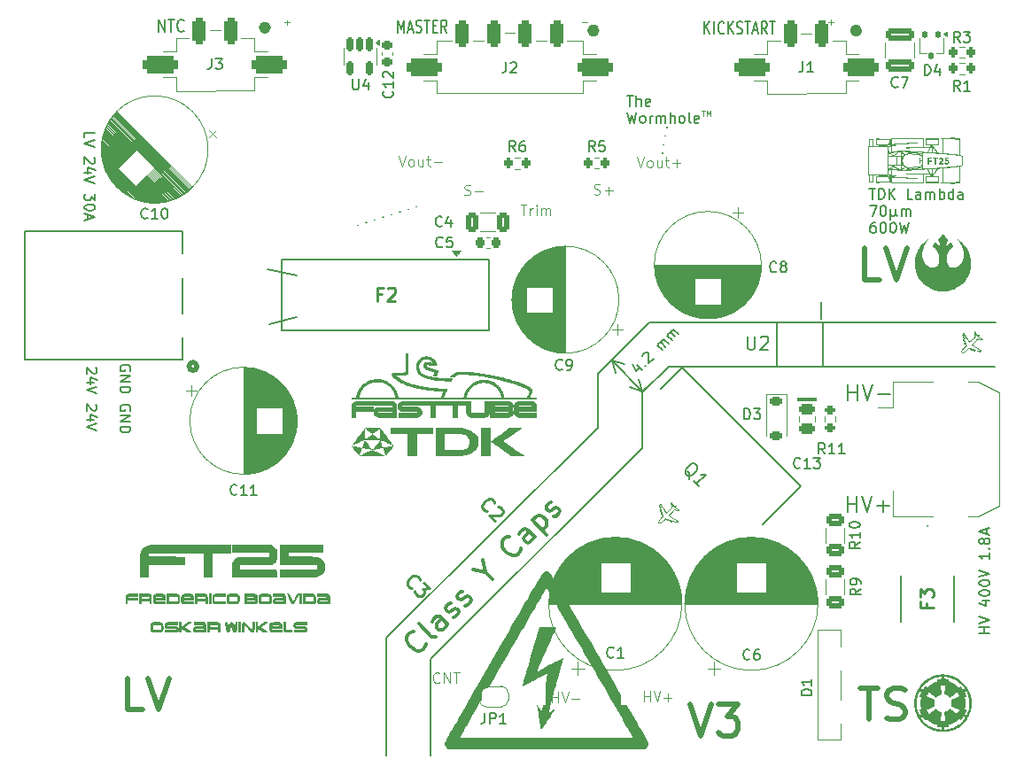
<source format=gbr>
%TF.GenerationSoftware,KiCad,Pcbnew,9.0.0*%
%TF.CreationDate,2025-05-02T12:02:38+02:00*%
%TF.ProjectId,TDK_DCDC_pcb,54444b5f-4443-4444-935f-7063622e6b69,rev?*%
%TF.SameCoordinates,Original*%
%TF.FileFunction,Legend,Top*%
%TF.FilePolarity,Positive*%
%FSLAX46Y46*%
G04 Gerber Fmt 4.6, Leading zero omitted, Abs format (unit mm)*
G04 Created by KiCad (PCBNEW 9.0.0) date 2025-05-02 12:02:38*
%MOMM*%
%LPD*%
G01*
G04 APERTURE LIST*
G04 Aperture macros list*
%AMRoundRect*
0 Rectangle with rounded corners*
0 $1 Rounding radius*
0 $2 $3 $4 $5 $6 $7 $8 $9 X,Y pos of 4 corners*
0 Add a 4 corners polygon primitive as box body*
4,1,4,$2,$3,$4,$5,$6,$7,$8,$9,$2,$3,0*
0 Add four circle primitives for the rounded corners*
1,1,$1+$1,$2,$3*
1,1,$1+$1,$4,$5*
1,1,$1+$1,$6,$7*
1,1,$1+$1,$8,$9*
0 Add four rect primitives between the rounded corners*
20,1,$1+$1,$2,$3,$4,$5,0*
20,1,$1+$1,$4,$5,$6,$7,0*
20,1,$1+$1,$6,$7,$8,$9,0*
20,1,$1+$1,$8,$9,$2,$3,0*%
%AMRotRect*
0 Rectangle, with rotation*
0 The origin of the aperture is its center*
0 $1 length*
0 $2 width*
0 $3 Rotation angle, in degrees counterclockwise*
0 Add horizontal line*
21,1,$1,$2,0,0,$3*%
%AMFreePoly0*
4,1,23,0.500000,-0.750000,0.000000,-0.750000,0.000000,-0.745722,-0.065263,-0.745722,-0.191342,-0.711940,-0.304381,-0.646677,-0.396677,-0.554381,-0.461940,-0.441342,-0.495722,-0.315263,-0.495722,-0.250000,-0.500000,-0.250000,-0.500000,0.250000,-0.495722,0.250000,-0.495722,0.315263,-0.461940,0.441342,-0.396677,0.554381,-0.304381,0.646677,-0.191342,0.711940,-0.065263,0.745722,0.000000,0.745722,
0.000000,0.750000,0.500000,0.750000,0.500000,-0.750000,0.500000,-0.750000,$1*%
%AMFreePoly1*
4,1,23,0.000000,0.745722,0.065263,0.745722,0.191342,0.711940,0.304381,0.646677,0.396677,0.554381,0.461940,0.441342,0.495722,0.315263,0.495722,0.250000,0.500000,0.250000,0.500000,-0.250000,0.495722,-0.250000,0.495722,-0.315263,0.461940,-0.441342,0.396677,-0.554381,0.304381,-0.646677,0.191342,-0.711940,0.065263,-0.745722,0.000000,-0.745722,0.000000,-0.750000,-0.500000,-0.750000,
-0.500000,0.750000,0.000000,0.750000,0.000000,0.745722,0.000000,0.745722,$1*%
G04 Aperture macros list end*
%ADD10C,0.200000*%
%ADD11C,0.100000*%
%ADD12C,0.500000*%
%ADD13C,0.150000*%
%ADD14C,0.187500*%
%ADD15C,0.300000*%
%ADD16C,0.254000*%
%ADD17C,0.120000*%
%ADD18C,0.000000*%
%ADD19C,0.560000*%
%ADD20C,0.010000*%
%ADD21C,0.152400*%
%ADD22C,0.508000*%
%ADD23RoundRect,0.250000X-1.100000X0.325000X-1.100000X-0.325000X1.100000X-0.325000X1.100000X0.325000X0*%
%ADD24RoundRect,0.200000X-0.200000X-0.275000X0.200000X-0.275000X0.200000X0.275000X-0.200000X0.275000X0*%
%ADD25RoundRect,0.250000X-0.475000X0.250000X-0.475000X-0.250000X0.475000X-0.250000X0.475000X0.250000X0*%
%ADD26C,1.500000*%
%ADD27RoundRect,0.317500X-0.317500X-0.952500X0.317500X-0.952500X0.317500X0.952500X-0.317500X0.952500X0*%
%ADD28RoundRect,0.412500X-1.302500X-0.412500X1.302500X-0.412500X1.302500X0.412500X-1.302500X0.412500X0*%
%ADD29R,2.400000X2.400000*%
%ADD30C,2.400000*%
%ADD31RotRect,2.000000X2.000000X225.000000*%
%ADD32C,2.000000*%
%ADD33R,5.800000X4.000000*%
%ADD34RoundRect,0.250000X0.325000X0.650000X-0.325000X0.650000X-0.325000X-0.650000X0.325000X-0.650000X0*%
%ADD35RoundRect,0.225000X0.225000X0.250000X-0.225000X0.250000X-0.225000X-0.250000X0.225000X-0.250000X0*%
%ADD36RotRect,2.535000X2.535000X315.000000*%
%ADD37C,2.535000*%
%ADD38RoundRect,0.112500X0.112500X0.237500X-0.112500X0.237500X-0.112500X-0.237500X0.112500X-0.237500X0*%
%ADD39R,2.000000X2.000000*%
%ADD40C,2.540000*%
%ADD41R,2.920000X1.270000*%
%ADD42RoundRect,0.250000X0.625000X-0.312500X0.625000X0.312500X-0.625000X0.312500X-0.625000X-0.312500X0*%
%ADD43R,0.700000X1.550000*%
%ADD44FreePoly0,0.000000*%
%ADD45FreePoly1,0.000000*%
%ADD46RoundRect,0.200000X-0.275000X0.200000X-0.275000X-0.200000X0.275000X-0.200000X0.275000X0.200000X0*%
%ADD47RoundRect,0.225000X0.250000X-0.225000X0.250000X0.225000X-0.250000X0.225000X-0.250000X-0.225000X0*%
%ADD48RoundRect,0.150000X-0.150000X0.512500X-0.150000X-0.512500X0.150000X-0.512500X0.150000X0.512500X0*%
%ADD49C,3.048000*%
%ADD50C,2.362200*%
%ADD51RoundRect,0.225000X-0.375000X0.225000X-0.375000X-0.225000X0.375000X-0.225000X0.375000X0.225000X0*%
%ADD52C,7.400000*%
%ADD53R,1.752600X1.752600*%
%ADD54R,2.768600X2.768600*%
G04 APERTURE END LIST*
D10*
X134000000Y-132000000D02*
X134000000Y-122784177D01*
X129750000Y-120750000D02*
X129750000Y-132000000D01*
D11*
X172280000Y-61640000D02*
X172280000Y-62140000D01*
D10*
X121260000Y-90120000D02*
X118570000Y-90800000D01*
X150000000Y-100641196D02*
X129750000Y-120748746D01*
X150000000Y-100641196D02*
X150000000Y-95480000D01*
X156600000Y-71900000D02*
X156593424Y-71939456D01*
X156461905Y-72728571D02*
X156455329Y-72768027D01*
X156323810Y-73557142D02*
X156317234Y-73596598D01*
X156185715Y-74385713D02*
X156179139Y-74425168D01*
X121270000Y-86110000D02*
X118470000Y-85510000D01*
D11*
X172280000Y-61890000D02*
X172280000Y-61640000D01*
X120290000Y-61690000D02*
X120290000Y-62190000D01*
D10*
X188000000Y-90560000D02*
X154960000Y-90560000D01*
D11*
X120290000Y-61940000D02*
X120290000Y-61690000D01*
D10*
X132700000Y-79500000D02*
X132661833Y-79511971D01*
X131898502Y-79751397D02*
X131860335Y-79763369D01*
X131097004Y-80002795D02*
X131058837Y-80014766D01*
X130295505Y-80254192D02*
X130257339Y-80266164D01*
X129494007Y-80505590D02*
X129455841Y-80517561D01*
X128692509Y-80756987D02*
X128654342Y-80768958D01*
X127891011Y-81008384D02*
X127852844Y-81020356D01*
X127089513Y-81259782D02*
X127051346Y-81271753D01*
X156760000Y-94840000D02*
X187990000Y-94840000D01*
X134000000Y-122784177D02*
X154260000Y-102601762D01*
X156764782Y-94840000D02*
X154260000Y-97327149D01*
D11*
X148500000Y-61920000D02*
X149000000Y-61920000D01*
X172030000Y-61890000D02*
X172530000Y-61890000D01*
D10*
X154260000Y-102600000D02*
X154260000Y-97327149D01*
X154960000Y-90560000D02*
X150000000Y-95480000D01*
D11*
X120540000Y-61940000D02*
X120290000Y-61940000D01*
X120040000Y-61940000D02*
X120540000Y-61940000D01*
X130961027Y-74672419D02*
X131294360Y-75672419D01*
X131294360Y-75672419D02*
X131627693Y-74672419D01*
X132103884Y-75672419D02*
X132008646Y-75624800D01*
X132008646Y-75624800D02*
X131961027Y-75577180D01*
X131961027Y-75577180D02*
X131913408Y-75481942D01*
X131913408Y-75481942D02*
X131913408Y-75196228D01*
X131913408Y-75196228D02*
X131961027Y-75100990D01*
X131961027Y-75100990D02*
X132008646Y-75053371D01*
X132008646Y-75053371D02*
X132103884Y-75005752D01*
X132103884Y-75005752D02*
X132246741Y-75005752D01*
X132246741Y-75005752D02*
X132341979Y-75053371D01*
X132341979Y-75053371D02*
X132389598Y-75100990D01*
X132389598Y-75100990D02*
X132437217Y-75196228D01*
X132437217Y-75196228D02*
X132437217Y-75481942D01*
X132437217Y-75481942D02*
X132389598Y-75577180D01*
X132389598Y-75577180D02*
X132341979Y-75624800D01*
X132341979Y-75624800D02*
X132246741Y-75672419D01*
X132246741Y-75672419D02*
X132103884Y-75672419D01*
X133294360Y-75005752D02*
X133294360Y-75672419D01*
X132865789Y-75005752D02*
X132865789Y-75529561D01*
X132865789Y-75529561D02*
X132913408Y-75624800D01*
X132913408Y-75624800D02*
X133008646Y-75672419D01*
X133008646Y-75672419D02*
X133151503Y-75672419D01*
X133151503Y-75672419D02*
X133246741Y-75624800D01*
X133246741Y-75624800D02*
X133294360Y-75577180D01*
X133627694Y-75005752D02*
X134008646Y-75005752D01*
X133770551Y-74672419D02*
X133770551Y-75529561D01*
X133770551Y-75529561D02*
X133818170Y-75624800D01*
X133818170Y-75624800D02*
X133913408Y-75672419D01*
X133913408Y-75672419D02*
X134008646Y-75672419D01*
X134341980Y-75291466D02*
X135103885Y-75291466D01*
D10*
X160205863Y-63032742D02*
X160205863Y-61832742D01*
X160720149Y-63032742D02*
X160334435Y-62347028D01*
X160720149Y-61832742D02*
X160205863Y-62518457D01*
X161105863Y-63032742D02*
X161105863Y-61832742D01*
X162048720Y-62918457D02*
X162005863Y-62975600D01*
X162005863Y-62975600D02*
X161877291Y-63032742D01*
X161877291Y-63032742D02*
X161791577Y-63032742D01*
X161791577Y-63032742D02*
X161663006Y-62975600D01*
X161663006Y-62975600D02*
X161577291Y-62861314D01*
X161577291Y-62861314D02*
X161534434Y-62747028D01*
X161534434Y-62747028D02*
X161491577Y-62518457D01*
X161491577Y-62518457D02*
X161491577Y-62347028D01*
X161491577Y-62347028D02*
X161534434Y-62118457D01*
X161534434Y-62118457D02*
X161577291Y-62004171D01*
X161577291Y-62004171D02*
X161663006Y-61889885D01*
X161663006Y-61889885D02*
X161791577Y-61832742D01*
X161791577Y-61832742D02*
X161877291Y-61832742D01*
X161877291Y-61832742D02*
X162005863Y-61889885D01*
X162005863Y-61889885D02*
X162048720Y-61947028D01*
X162434434Y-63032742D02*
X162434434Y-61832742D01*
X162948720Y-63032742D02*
X162563006Y-62347028D01*
X162948720Y-61832742D02*
X162434434Y-62518457D01*
X163291577Y-62975600D02*
X163420149Y-63032742D01*
X163420149Y-63032742D02*
X163634434Y-63032742D01*
X163634434Y-63032742D02*
X163720149Y-62975600D01*
X163720149Y-62975600D02*
X163763006Y-62918457D01*
X163763006Y-62918457D02*
X163805863Y-62804171D01*
X163805863Y-62804171D02*
X163805863Y-62689885D01*
X163805863Y-62689885D02*
X163763006Y-62575600D01*
X163763006Y-62575600D02*
X163720149Y-62518457D01*
X163720149Y-62518457D02*
X163634434Y-62461314D01*
X163634434Y-62461314D02*
X163463006Y-62404171D01*
X163463006Y-62404171D02*
X163377291Y-62347028D01*
X163377291Y-62347028D02*
X163334434Y-62289885D01*
X163334434Y-62289885D02*
X163291577Y-62175600D01*
X163291577Y-62175600D02*
X163291577Y-62061314D01*
X163291577Y-62061314D02*
X163334434Y-61947028D01*
X163334434Y-61947028D02*
X163377291Y-61889885D01*
X163377291Y-61889885D02*
X163463006Y-61832742D01*
X163463006Y-61832742D02*
X163677291Y-61832742D01*
X163677291Y-61832742D02*
X163805863Y-61889885D01*
X164063006Y-61832742D02*
X164577292Y-61832742D01*
X164320149Y-63032742D02*
X164320149Y-61832742D01*
X164834434Y-62689885D02*
X165263006Y-62689885D01*
X164748720Y-63032742D02*
X165048720Y-61832742D01*
X165048720Y-61832742D02*
X165348720Y-63032742D01*
X166163006Y-63032742D02*
X165863006Y-62461314D01*
X165648720Y-63032742D02*
X165648720Y-61832742D01*
X165648720Y-61832742D02*
X165991577Y-61832742D01*
X165991577Y-61832742D02*
X166077292Y-61889885D01*
X166077292Y-61889885D02*
X166120149Y-61947028D01*
X166120149Y-61947028D02*
X166163006Y-62061314D01*
X166163006Y-62061314D02*
X166163006Y-62232742D01*
X166163006Y-62232742D02*
X166120149Y-62347028D01*
X166120149Y-62347028D02*
X166077292Y-62404171D01*
X166077292Y-62404171D02*
X165991577Y-62461314D01*
X165991577Y-62461314D02*
X165648720Y-62461314D01*
X166420149Y-61832742D02*
X166934435Y-61832742D01*
X166677292Y-63032742D02*
X166677292Y-61832742D01*
D11*
X154413884Y-126852419D02*
X154413884Y-125852419D01*
X154413884Y-126328609D02*
X154985312Y-126328609D01*
X154985312Y-126852419D02*
X154985312Y-125852419D01*
X155318646Y-125852419D02*
X155651979Y-126852419D01*
X155651979Y-126852419D02*
X155985312Y-125852419D01*
X156318646Y-126471466D02*
X157080551Y-126471466D01*
X156699598Y-126852419D02*
X156699598Y-126090514D01*
D12*
X106471804Y-127606857D02*
X105043232Y-127606857D01*
X105043232Y-127606857D02*
X105043232Y-124606857D01*
X107043232Y-124606857D02*
X108043232Y-127606857D01*
X108043232Y-127606857D02*
X109043232Y-124606857D01*
D11*
X153761027Y-74772419D02*
X154094360Y-75772419D01*
X154094360Y-75772419D02*
X154427693Y-74772419D01*
X154903884Y-75772419D02*
X154808646Y-75724800D01*
X154808646Y-75724800D02*
X154761027Y-75677180D01*
X154761027Y-75677180D02*
X154713408Y-75581942D01*
X154713408Y-75581942D02*
X154713408Y-75296228D01*
X154713408Y-75296228D02*
X154761027Y-75200990D01*
X154761027Y-75200990D02*
X154808646Y-75153371D01*
X154808646Y-75153371D02*
X154903884Y-75105752D01*
X154903884Y-75105752D02*
X155046741Y-75105752D01*
X155046741Y-75105752D02*
X155141979Y-75153371D01*
X155141979Y-75153371D02*
X155189598Y-75200990D01*
X155189598Y-75200990D02*
X155237217Y-75296228D01*
X155237217Y-75296228D02*
X155237217Y-75581942D01*
X155237217Y-75581942D02*
X155189598Y-75677180D01*
X155189598Y-75677180D02*
X155141979Y-75724800D01*
X155141979Y-75724800D02*
X155046741Y-75772419D01*
X155046741Y-75772419D02*
X154903884Y-75772419D01*
X156094360Y-75105752D02*
X156094360Y-75772419D01*
X155665789Y-75105752D02*
X155665789Y-75629561D01*
X155665789Y-75629561D02*
X155713408Y-75724800D01*
X155713408Y-75724800D02*
X155808646Y-75772419D01*
X155808646Y-75772419D02*
X155951503Y-75772419D01*
X155951503Y-75772419D02*
X156046741Y-75724800D01*
X156046741Y-75724800D02*
X156094360Y-75677180D01*
X156427694Y-75105752D02*
X156808646Y-75105752D01*
X156570551Y-74772419D02*
X156570551Y-75629561D01*
X156570551Y-75629561D02*
X156618170Y-75724800D01*
X156618170Y-75724800D02*
X156713408Y-75772419D01*
X156713408Y-75772419D02*
X156808646Y-75772419D01*
X157141980Y-75391466D02*
X157903885Y-75391466D01*
X157522932Y-75772419D02*
X157522932Y-75010514D01*
X145613884Y-126922419D02*
X145613884Y-125922419D01*
X145613884Y-126398609D02*
X146185312Y-126398609D01*
X146185312Y-126922419D02*
X146185312Y-125922419D01*
X146518646Y-125922419D02*
X146851979Y-126922419D01*
X146851979Y-126922419D02*
X147185312Y-125922419D01*
X147518646Y-126541466D02*
X148280551Y-126541466D01*
X149656265Y-78324800D02*
X149799122Y-78372419D01*
X149799122Y-78372419D02*
X150037217Y-78372419D01*
X150037217Y-78372419D02*
X150132455Y-78324800D01*
X150132455Y-78324800D02*
X150180074Y-78277180D01*
X150180074Y-78277180D02*
X150227693Y-78181942D01*
X150227693Y-78181942D02*
X150227693Y-78086704D01*
X150227693Y-78086704D02*
X150180074Y-77991466D01*
X150180074Y-77991466D02*
X150132455Y-77943847D01*
X150132455Y-77943847D02*
X150037217Y-77896228D01*
X150037217Y-77896228D02*
X149846741Y-77848609D01*
X149846741Y-77848609D02*
X149751503Y-77800990D01*
X149751503Y-77800990D02*
X149703884Y-77753371D01*
X149703884Y-77753371D02*
X149656265Y-77658133D01*
X149656265Y-77658133D02*
X149656265Y-77562895D01*
X149656265Y-77562895D02*
X149703884Y-77467657D01*
X149703884Y-77467657D02*
X149751503Y-77420038D01*
X149751503Y-77420038D02*
X149846741Y-77372419D01*
X149846741Y-77372419D02*
X150084836Y-77372419D01*
X150084836Y-77372419D02*
X150227693Y-77420038D01*
X150656265Y-77991466D02*
X151418170Y-77991466D01*
X151037217Y-78372419D02*
X151037217Y-77610514D01*
D13*
X100945180Y-72941319D02*
X100945180Y-72465129D01*
X100945180Y-72465129D02*
X101945180Y-72465129D01*
X101945180Y-73131796D02*
X100945180Y-73465129D01*
X100945180Y-73465129D02*
X101945180Y-73798462D01*
X101849942Y-74846082D02*
X101897561Y-74893701D01*
X101897561Y-74893701D02*
X101945180Y-74988939D01*
X101945180Y-74988939D02*
X101945180Y-75227034D01*
X101945180Y-75227034D02*
X101897561Y-75322272D01*
X101897561Y-75322272D02*
X101849942Y-75369891D01*
X101849942Y-75369891D02*
X101754704Y-75417510D01*
X101754704Y-75417510D02*
X101659466Y-75417510D01*
X101659466Y-75417510D02*
X101516609Y-75369891D01*
X101516609Y-75369891D02*
X100945180Y-74798463D01*
X100945180Y-74798463D02*
X100945180Y-75417510D01*
X101611847Y-76274653D02*
X100945180Y-76274653D01*
X101992800Y-76036558D02*
X101278514Y-75798463D01*
X101278514Y-75798463D02*
X101278514Y-76417510D01*
X101945180Y-76655606D02*
X100945180Y-76988939D01*
X100945180Y-76988939D02*
X101945180Y-77322272D01*
X101945180Y-78322273D02*
X101945180Y-78941320D01*
X101945180Y-78941320D02*
X101564228Y-78607987D01*
X101564228Y-78607987D02*
X101564228Y-78750844D01*
X101564228Y-78750844D02*
X101516609Y-78846082D01*
X101516609Y-78846082D02*
X101468990Y-78893701D01*
X101468990Y-78893701D02*
X101373752Y-78941320D01*
X101373752Y-78941320D02*
X101135657Y-78941320D01*
X101135657Y-78941320D02*
X101040419Y-78893701D01*
X101040419Y-78893701D02*
X100992800Y-78846082D01*
X100992800Y-78846082D02*
X100945180Y-78750844D01*
X100945180Y-78750844D02*
X100945180Y-78465130D01*
X100945180Y-78465130D02*
X100992800Y-78369892D01*
X100992800Y-78369892D02*
X101040419Y-78322273D01*
X101945180Y-79560368D02*
X101945180Y-79655606D01*
X101945180Y-79655606D02*
X101897561Y-79750844D01*
X101897561Y-79750844D02*
X101849942Y-79798463D01*
X101849942Y-79798463D02*
X101754704Y-79846082D01*
X101754704Y-79846082D02*
X101564228Y-79893701D01*
X101564228Y-79893701D02*
X101326133Y-79893701D01*
X101326133Y-79893701D02*
X101135657Y-79846082D01*
X101135657Y-79846082D02*
X101040419Y-79798463D01*
X101040419Y-79798463D02*
X100992800Y-79750844D01*
X100992800Y-79750844D02*
X100945180Y-79655606D01*
X100945180Y-79655606D02*
X100945180Y-79560368D01*
X100945180Y-79560368D02*
X100992800Y-79465130D01*
X100992800Y-79465130D02*
X101040419Y-79417511D01*
X101040419Y-79417511D02*
X101135657Y-79369892D01*
X101135657Y-79369892D02*
X101326133Y-79322273D01*
X101326133Y-79322273D02*
X101564228Y-79322273D01*
X101564228Y-79322273D02*
X101754704Y-79369892D01*
X101754704Y-79369892D02*
X101849942Y-79417511D01*
X101849942Y-79417511D02*
X101897561Y-79465130D01*
X101897561Y-79465130D02*
X101945180Y-79560368D01*
X101230895Y-80274654D02*
X101230895Y-80750844D01*
X100945180Y-80179416D02*
X101945180Y-80512749D01*
X101945180Y-80512749D02*
X100945180Y-80846082D01*
D12*
X158814661Y-127106857D02*
X159814661Y-130106857D01*
X159814661Y-130106857D02*
X160814661Y-127106857D01*
X161528947Y-127106857D02*
X163386090Y-127106857D01*
X163386090Y-127106857D02*
X162386090Y-128249714D01*
X162386090Y-128249714D02*
X162814661Y-128249714D01*
X162814661Y-128249714D02*
X163100376Y-128392571D01*
X163100376Y-128392571D02*
X163243233Y-128535428D01*
X163243233Y-128535428D02*
X163386090Y-128821142D01*
X163386090Y-128821142D02*
X163386090Y-129535428D01*
X163386090Y-129535428D02*
X163243233Y-129821142D01*
X163243233Y-129821142D02*
X163100376Y-129964000D01*
X163100376Y-129964000D02*
X162814661Y-130106857D01*
X162814661Y-130106857D02*
X161957518Y-130106857D01*
X161957518Y-130106857D02*
X161671804Y-129964000D01*
X161671804Y-129964000D02*
X161528947Y-129821142D01*
D11*
X159963408Y-70333609D02*
X160249122Y-70333609D01*
X160106265Y-70833609D02*
X160106265Y-70333609D01*
X160415788Y-70833609D02*
X160415788Y-70333609D01*
X160415788Y-70333609D02*
X160582455Y-70690752D01*
X160582455Y-70690752D02*
X160749121Y-70333609D01*
X160749121Y-70333609D02*
X160749121Y-70833609D01*
D13*
X175943922Y-77809931D02*
X176515350Y-77809931D01*
X176229636Y-78809931D02*
X176229636Y-77809931D01*
X176848684Y-78809931D02*
X176848684Y-77809931D01*
X176848684Y-77809931D02*
X177086779Y-77809931D01*
X177086779Y-77809931D02*
X177229636Y-77857550D01*
X177229636Y-77857550D02*
X177324874Y-77952788D01*
X177324874Y-77952788D02*
X177372493Y-78048026D01*
X177372493Y-78048026D02*
X177420112Y-78238502D01*
X177420112Y-78238502D02*
X177420112Y-78381359D01*
X177420112Y-78381359D02*
X177372493Y-78571835D01*
X177372493Y-78571835D02*
X177324874Y-78667073D01*
X177324874Y-78667073D02*
X177229636Y-78762312D01*
X177229636Y-78762312D02*
X177086779Y-78809931D01*
X177086779Y-78809931D02*
X176848684Y-78809931D01*
X177848684Y-78809931D02*
X177848684Y-77809931D01*
X178420112Y-78809931D02*
X177991541Y-78238502D01*
X178420112Y-77809931D02*
X177848684Y-78381359D01*
X180086779Y-78809931D02*
X179610589Y-78809931D01*
X179610589Y-78809931D02*
X179610589Y-77809931D01*
X180848684Y-78809931D02*
X180848684Y-78286121D01*
X180848684Y-78286121D02*
X180801065Y-78190883D01*
X180801065Y-78190883D02*
X180705827Y-78143264D01*
X180705827Y-78143264D02*
X180515351Y-78143264D01*
X180515351Y-78143264D02*
X180420113Y-78190883D01*
X180848684Y-78762312D02*
X180753446Y-78809931D01*
X180753446Y-78809931D02*
X180515351Y-78809931D01*
X180515351Y-78809931D02*
X180420113Y-78762312D01*
X180420113Y-78762312D02*
X180372494Y-78667073D01*
X180372494Y-78667073D02*
X180372494Y-78571835D01*
X180372494Y-78571835D02*
X180420113Y-78476597D01*
X180420113Y-78476597D02*
X180515351Y-78428978D01*
X180515351Y-78428978D02*
X180753446Y-78428978D01*
X180753446Y-78428978D02*
X180848684Y-78381359D01*
X181324875Y-78809931D02*
X181324875Y-78143264D01*
X181324875Y-78238502D02*
X181372494Y-78190883D01*
X181372494Y-78190883D02*
X181467732Y-78143264D01*
X181467732Y-78143264D02*
X181610589Y-78143264D01*
X181610589Y-78143264D02*
X181705827Y-78190883D01*
X181705827Y-78190883D02*
X181753446Y-78286121D01*
X181753446Y-78286121D02*
X181753446Y-78809931D01*
X181753446Y-78286121D02*
X181801065Y-78190883D01*
X181801065Y-78190883D02*
X181896303Y-78143264D01*
X181896303Y-78143264D02*
X182039160Y-78143264D01*
X182039160Y-78143264D02*
X182134399Y-78190883D01*
X182134399Y-78190883D02*
X182182018Y-78286121D01*
X182182018Y-78286121D02*
X182182018Y-78809931D01*
X182658208Y-78809931D02*
X182658208Y-77809931D01*
X182658208Y-78190883D02*
X182753446Y-78143264D01*
X182753446Y-78143264D02*
X182943922Y-78143264D01*
X182943922Y-78143264D02*
X183039160Y-78190883D01*
X183039160Y-78190883D02*
X183086779Y-78238502D01*
X183086779Y-78238502D02*
X183134398Y-78333740D01*
X183134398Y-78333740D02*
X183134398Y-78619454D01*
X183134398Y-78619454D02*
X183086779Y-78714692D01*
X183086779Y-78714692D02*
X183039160Y-78762312D01*
X183039160Y-78762312D02*
X182943922Y-78809931D01*
X182943922Y-78809931D02*
X182753446Y-78809931D01*
X182753446Y-78809931D02*
X182658208Y-78762312D01*
X183991541Y-78809931D02*
X183991541Y-77809931D01*
X183991541Y-78762312D02*
X183896303Y-78809931D01*
X183896303Y-78809931D02*
X183705827Y-78809931D01*
X183705827Y-78809931D02*
X183610589Y-78762312D01*
X183610589Y-78762312D02*
X183562970Y-78714692D01*
X183562970Y-78714692D02*
X183515351Y-78619454D01*
X183515351Y-78619454D02*
X183515351Y-78333740D01*
X183515351Y-78333740D02*
X183562970Y-78238502D01*
X183562970Y-78238502D02*
X183610589Y-78190883D01*
X183610589Y-78190883D02*
X183705827Y-78143264D01*
X183705827Y-78143264D02*
X183896303Y-78143264D01*
X183896303Y-78143264D02*
X183991541Y-78190883D01*
X184896303Y-78809931D02*
X184896303Y-78286121D01*
X184896303Y-78286121D02*
X184848684Y-78190883D01*
X184848684Y-78190883D02*
X184753446Y-78143264D01*
X184753446Y-78143264D02*
X184562970Y-78143264D01*
X184562970Y-78143264D02*
X184467732Y-78190883D01*
X184896303Y-78762312D02*
X184801065Y-78809931D01*
X184801065Y-78809931D02*
X184562970Y-78809931D01*
X184562970Y-78809931D02*
X184467732Y-78762312D01*
X184467732Y-78762312D02*
X184420113Y-78667073D01*
X184420113Y-78667073D02*
X184420113Y-78571835D01*
X184420113Y-78571835D02*
X184467732Y-78476597D01*
X184467732Y-78476597D02*
X184562970Y-78428978D01*
X184562970Y-78428978D02*
X184801065Y-78428978D01*
X184801065Y-78428978D02*
X184896303Y-78381359D01*
X175991541Y-79419875D02*
X176658207Y-79419875D01*
X176658207Y-79419875D02*
X176229636Y-80419875D01*
X177229636Y-79419875D02*
X177324874Y-79419875D01*
X177324874Y-79419875D02*
X177420112Y-79467494D01*
X177420112Y-79467494D02*
X177467731Y-79515113D01*
X177467731Y-79515113D02*
X177515350Y-79610351D01*
X177515350Y-79610351D02*
X177562969Y-79800827D01*
X177562969Y-79800827D02*
X177562969Y-80038922D01*
X177562969Y-80038922D02*
X177515350Y-80229398D01*
X177515350Y-80229398D02*
X177467731Y-80324636D01*
X177467731Y-80324636D02*
X177420112Y-80372256D01*
X177420112Y-80372256D02*
X177324874Y-80419875D01*
X177324874Y-80419875D02*
X177229636Y-80419875D01*
X177229636Y-80419875D02*
X177134398Y-80372256D01*
X177134398Y-80372256D02*
X177086779Y-80324636D01*
X177086779Y-80324636D02*
X177039160Y-80229398D01*
X177039160Y-80229398D02*
X176991541Y-80038922D01*
X176991541Y-80038922D02*
X176991541Y-79800827D01*
X176991541Y-79800827D02*
X177039160Y-79610351D01*
X177039160Y-79610351D02*
X177086779Y-79515113D01*
X177086779Y-79515113D02*
X177134398Y-79467494D01*
X177134398Y-79467494D02*
X177229636Y-79419875D01*
X177991541Y-79753208D02*
X177991541Y-80753208D01*
X178467731Y-80277017D02*
X178515350Y-80372256D01*
X178515350Y-80372256D02*
X178610588Y-80419875D01*
X177991541Y-80277017D02*
X178039160Y-80372256D01*
X178039160Y-80372256D02*
X178134398Y-80419875D01*
X178134398Y-80419875D02*
X178324874Y-80419875D01*
X178324874Y-80419875D02*
X178420112Y-80372256D01*
X178420112Y-80372256D02*
X178467731Y-80277017D01*
X178467731Y-80277017D02*
X178467731Y-79753208D01*
X179039160Y-80419875D02*
X179039160Y-79753208D01*
X179039160Y-79848446D02*
X179086779Y-79800827D01*
X179086779Y-79800827D02*
X179182017Y-79753208D01*
X179182017Y-79753208D02*
X179324874Y-79753208D01*
X179324874Y-79753208D02*
X179420112Y-79800827D01*
X179420112Y-79800827D02*
X179467731Y-79896065D01*
X179467731Y-79896065D02*
X179467731Y-80419875D01*
X179467731Y-79896065D02*
X179515350Y-79800827D01*
X179515350Y-79800827D02*
X179610588Y-79753208D01*
X179610588Y-79753208D02*
X179753445Y-79753208D01*
X179753445Y-79753208D02*
X179848684Y-79800827D01*
X179848684Y-79800827D02*
X179896303Y-79896065D01*
X179896303Y-79896065D02*
X179896303Y-80419875D01*
X176515350Y-81029819D02*
X176324874Y-81029819D01*
X176324874Y-81029819D02*
X176229636Y-81077438D01*
X176229636Y-81077438D02*
X176182017Y-81125057D01*
X176182017Y-81125057D02*
X176086779Y-81267914D01*
X176086779Y-81267914D02*
X176039160Y-81458390D01*
X176039160Y-81458390D02*
X176039160Y-81839342D01*
X176039160Y-81839342D02*
X176086779Y-81934580D01*
X176086779Y-81934580D02*
X176134398Y-81982200D01*
X176134398Y-81982200D02*
X176229636Y-82029819D01*
X176229636Y-82029819D02*
X176420112Y-82029819D01*
X176420112Y-82029819D02*
X176515350Y-81982200D01*
X176515350Y-81982200D02*
X176562969Y-81934580D01*
X176562969Y-81934580D02*
X176610588Y-81839342D01*
X176610588Y-81839342D02*
X176610588Y-81601247D01*
X176610588Y-81601247D02*
X176562969Y-81506009D01*
X176562969Y-81506009D02*
X176515350Y-81458390D01*
X176515350Y-81458390D02*
X176420112Y-81410771D01*
X176420112Y-81410771D02*
X176229636Y-81410771D01*
X176229636Y-81410771D02*
X176134398Y-81458390D01*
X176134398Y-81458390D02*
X176086779Y-81506009D01*
X176086779Y-81506009D02*
X176039160Y-81601247D01*
X177229636Y-81029819D02*
X177324874Y-81029819D01*
X177324874Y-81029819D02*
X177420112Y-81077438D01*
X177420112Y-81077438D02*
X177467731Y-81125057D01*
X177467731Y-81125057D02*
X177515350Y-81220295D01*
X177515350Y-81220295D02*
X177562969Y-81410771D01*
X177562969Y-81410771D02*
X177562969Y-81648866D01*
X177562969Y-81648866D02*
X177515350Y-81839342D01*
X177515350Y-81839342D02*
X177467731Y-81934580D01*
X177467731Y-81934580D02*
X177420112Y-81982200D01*
X177420112Y-81982200D02*
X177324874Y-82029819D01*
X177324874Y-82029819D02*
X177229636Y-82029819D01*
X177229636Y-82029819D02*
X177134398Y-81982200D01*
X177134398Y-81982200D02*
X177086779Y-81934580D01*
X177086779Y-81934580D02*
X177039160Y-81839342D01*
X177039160Y-81839342D02*
X176991541Y-81648866D01*
X176991541Y-81648866D02*
X176991541Y-81410771D01*
X176991541Y-81410771D02*
X177039160Y-81220295D01*
X177039160Y-81220295D02*
X177086779Y-81125057D01*
X177086779Y-81125057D02*
X177134398Y-81077438D01*
X177134398Y-81077438D02*
X177229636Y-81029819D01*
X178182017Y-81029819D02*
X178277255Y-81029819D01*
X178277255Y-81029819D02*
X178372493Y-81077438D01*
X178372493Y-81077438D02*
X178420112Y-81125057D01*
X178420112Y-81125057D02*
X178467731Y-81220295D01*
X178467731Y-81220295D02*
X178515350Y-81410771D01*
X178515350Y-81410771D02*
X178515350Y-81648866D01*
X178515350Y-81648866D02*
X178467731Y-81839342D01*
X178467731Y-81839342D02*
X178420112Y-81934580D01*
X178420112Y-81934580D02*
X178372493Y-81982200D01*
X178372493Y-81982200D02*
X178277255Y-82029819D01*
X178277255Y-82029819D02*
X178182017Y-82029819D01*
X178182017Y-82029819D02*
X178086779Y-81982200D01*
X178086779Y-81982200D02*
X178039160Y-81934580D01*
X178039160Y-81934580D02*
X177991541Y-81839342D01*
X177991541Y-81839342D02*
X177943922Y-81648866D01*
X177943922Y-81648866D02*
X177943922Y-81410771D01*
X177943922Y-81410771D02*
X177991541Y-81220295D01*
X177991541Y-81220295D02*
X178039160Y-81125057D01*
X178039160Y-81125057D02*
X178086779Y-81077438D01*
X178086779Y-81077438D02*
X178182017Y-81029819D01*
X178848684Y-81029819D02*
X179086779Y-82029819D01*
X179086779Y-82029819D02*
X179277255Y-81315533D01*
X179277255Y-81315533D02*
X179467731Y-82029819D01*
X179467731Y-82029819D02*
X179705827Y-81029819D01*
D12*
X175074661Y-125556857D02*
X176788947Y-125556857D01*
X175931804Y-128556857D02*
X175931804Y-125556857D01*
X177646089Y-128414000D02*
X178074661Y-128556857D01*
X178074661Y-128556857D02*
X178788946Y-128556857D01*
X178788946Y-128556857D02*
X179074661Y-128414000D01*
X179074661Y-128414000D02*
X179217518Y-128271142D01*
X179217518Y-128271142D02*
X179360375Y-127985428D01*
X179360375Y-127985428D02*
X179360375Y-127699714D01*
X179360375Y-127699714D02*
X179217518Y-127414000D01*
X179217518Y-127414000D02*
X179074661Y-127271142D01*
X179074661Y-127271142D02*
X178788946Y-127128285D01*
X178788946Y-127128285D02*
X178217518Y-126985428D01*
X178217518Y-126985428D02*
X177931803Y-126842571D01*
X177931803Y-126842571D02*
X177788946Y-126699714D01*
X177788946Y-126699714D02*
X177646089Y-126414000D01*
X177646089Y-126414000D02*
X177646089Y-126128285D01*
X177646089Y-126128285D02*
X177788946Y-125842571D01*
X177788946Y-125842571D02*
X177931803Y-125699714D01*
X177931803Y-125699714D02*
X178217518Y-125556857D01*
X178217518Y-125556857D02*
X178931803Y-125556857D01*
X178931803Y-125556857D02*
X179360375Y-125699714D01*
D11*
X134875312Y-124977180D02*
X134827693Y-125024800D01*
X134827693Y-125024800D02*
X134684836Y-125072419D01*
X134684836Y-125072419D02*
X134589598Y-125072419D01*
X134589598Y-125072419D02*
X134446741Y-125024800D01*
X134446741Y-125024800D02*
X134351503Y-124929561D01*
X134351503Y-124929561D02*
X134303884Y-124834323D01*
X134303884Y-124834323D02*
X134256265Y-124643847D01*
X134256265Y-124643847D02*
X134256265Y-124500990D01*
X134256265Y-124500990D02*
X134303884Y-124310514D01*
X134303884Y-124310514D02*
X134351503Y-124215276D01*
X134351503Y-124215276D02*
X134446741Y-124120038D01*
X134446741Y-124120038D02*
X134589598Y-124072419D01*
X134589598Y-124072419D02*
X134684836Y-124072419D01*
X134684836Y-124072419D02*
X134827693Y-124120038D01*
X134827693Y-124120038D02*
X134875312Y-124167657D01*
X135303884Y-125072419D02*
X135303884Y-124072419D01*
X135303884Y-124072419D02*
X135875312Y-125072419D01*
X135875312Y-125072419D02*
X135875312Y-124072419D01*
X136208646Y-124072419D02*
X136780074Y-124072419D01*
X136494360Y-125072419D02*
X136494360Y-124072419D01*
D14*
X173935999Y-98048178D02*
X173935999Y-96548178D01*
X173935999Y-97262464D02*
X174793142Y-97262464D01*
X174793142Y-98048178D02*
X174793142Y-96548178D01*
X175293143Y-96548178D02*
X175793143Y-98048178D01*
X175793143Y-98048178D02*
X176293143Y-96548178D01*
X176793142Y-97476750D02*
X177936000Y-97476750D01*
D13*
X187464819Y-120322380D02*
X186464819Y-120322380D01*
X186941009Y-120322380D02*
X186941009Y-119750952D01*
X187464819Y-119750952D02*
X186464819Y-119750952D01*
X186464819Y-119417618D02*
X187464819Y-119084285D01*
X187464819Y-119084285D02*
X186464819Y-118750952D01*
X186798152Y-117227142D02*
X187464819Y-117227142D01*
X186417200Y-117465237D02*
X187131485Y-117703332D01*
X187131485Y-117703332D02*
X187131485Y-117084285D01*
X186464819Y-116512856D02*
X186464819Y-116417618D01*
X186464819Y-116417618D02*
X186512438Y-116322380D01*
X186512438Y-116322380D02*
X186560057Y-116274761D01*
X186560057Y-116274761D02*
X186655295Y-116227142D01*
X186655295Y-116227142D02*
X186845771Y-116179523D01*
X186845771Y-116179523D02*
X187083866Y-116179523D01*
X187083866Y-116179523D02*
X187274342Y-116227142D01*
X187274342Y-116227142D02*
X187369580Y-116274761D01*
X187369580Y-116274761D02*
X187417200Y-116322380D01*
X187417200Y-116322380D02*
X187464819Y-116417618D01*
X187464819Y-116417618D02*
X187464819Y-116512856D01*
X187464819Y-116512856D02*
X187417200Y-116608094D01*
X187417200Y-116608094D02*
X187369580Y-116655713D01*
X187369580Y-116655713D02*
X187274342Y-116703332D01*
X187274342Y-116703332D02*
X187083866Y-116750951D01*
X187083866Y-116750951D02*
X186845771Y-116750951D01*
X186845771Y-116750951D02*
X186655295Y-116703332D01*
X186655295Y-116703332D02*
X186560057Y-116655713D01*
X186560057Y-116655713D02*
X186512438Y-116608094D01*
X186512438Y-116608094D02*
X186464819Y-116512856D01*
X186464819Y-115560475D02*
X186464819Y-115465237D01*
X186464819Y-115465237D02*
X186512438Y-115369999D01*
X186512438Y-115369999D02*
X186560057Y-115322380D01*
X186560057Y-115322380D02*
X186655295Y-115274761D01*
X186655295Y-115274761D02*
X186845771Y-115227142D01*
X186845771Y-115227142D02*
X187083866Y-115227142D01*
X187083866Y-115227142D02*
X187274342Y-115274761D01*
X187274342Y-115274761D02*
X187369580Y-115322380D01*
X187369580Y-115322380D02*
X187417200Y-115369999D01*
X187417200Y-115369999D02*
X187464819Y-115465237D01*
X187464819Y-115465237D02*
X187464819Y-115560475D01*
X187464819Y-115560475D02*
X187417200Y-115655713D01*
X187417200Y-115655713D02*
X187369580Y-115703332D01*
X187369580Y-115703332D02*
X187274342Y-115750951D01*
X187274342Y-115750951D02*
X187083866Y-115798570D01*
X187083866Y-115798570D02*
X186845771Y-115798570D01*
X186845771Y-115798570D02*
X186655295Y-115750951D01*
X186655295Y-115750951D02*
X186560057Y-115703332D01*
X186560057Y-115703332D02*
X186512438Y-115655713D01*
X186512438Y-115655713D02*
X186464819Y-115560475D01*
X186464819Y-114941427D02*
X187464819Y-114608094D01*
X187464819Y-114608094D02*
X186464819Y-114274761D01*
X187464819Y-112655713D02*
X187464819Y-113227141D01*
X187464819Y-112941427D02*
X186464819Y-112941427D01*
X186464819Y-112941427D02*
X186607676Y-113036665D01*
X186607676Y-113036665D02*
X186702914Y-113131903D01*
X186702914Y-113131903D02*
X186750533Y-113227141D01*
X187369580Y-112227141D02*
X187417200Y-112179522D01*
X187417200Y-112179522D02*
X187464819Y-112227141D01*
X187464819Y-112227141D02*
X187417200Y-112274760D01*
X187417200Y-112274760D02*
X187369580Y-112227141D01*
X187369580Y-112227141D02*
X187464819Y-112227141D01*
X186893390Y-111608094D02*
X186845771Y-111703332D01*
X186845771Y-111703332D02*
X186798152Y-111750951D01*
X186798152Y-111750951D02*
X186702914Y-111798570D01*
X186702914Y-111798570D02*
X186655295Y-111798570D01*
X186655295Y-111798570D02*
X186560057Y-111750951D01*
X186560057Y-111750951D02*
X186512438Y-111703332D01*
X186512438Y-111703332D02*
X186464819Y-111608094D01*
X186464819Y-111608094D02*
X186464819Y-111417618D01*
X186464819Y-111417618D02*
X186512438Y-111322380D01*
X186512438Y-111322380D02*
X186560057Y-111274761D01*
X186560057Y-111274761D02*
X186655295Y-111227142D01*
X186655295Y-111227142D02*
X186702914Y-111227142D01*
X186702914Y-111227142D02*
X186798152Y-111274761D01*
X186798152Y-111274761D02*
X186845771Y-111322380D01*
X186845771Y-111322380D02*
X186893390Y-111417618D01*
X186893390Y-111417618D02*
X186893390Y-111608094D01*
X186893390Y-111608094D02*
X186941009Y-111703332D01*
X186941009Y-111703332D02*
X186988628Y-111750951D01*
X186988628Y-111750951D02*
X187083866Y-111798570D01*
X187083866Y-111798570D02*
X187274342Y-111798570D01*
X187274342Y-111798570D02*
X187369580Y-111750951D01*
X187369580Y-111750951D02*
X187417200Y-111703332D01*
X187417200Y-111703332D02*
X187464819Y-111608094D01*
X187464819Y-111608094D02*
X187464819Y-111417618D01*
X187464819Y-111417618D02*
X187417200Y-111322380D01*
X187417200Y-111322380D02*
X187369580Y-111274761D01*
X187369580Y-111274761D02*
X187274342Y-111227142D01*
X187274342Y-111227142D02*
X187083866Y-111227142D01*
X187083866Y-111227142D02*
X186988628Y-111274761D01*
X186988628Y-111274761D02*
X186941009Y-111322380D01*
X186941009Y-111322380D02*
X186893390Y-111417618D01*
X187179104Y-110846189D02*
X187179104Y-110369999D01*
X187464819Y-110941427D02*
X186464819Y-110608094D01*
X186464819Y-110608094D02*
X187464819Y-110274761D01*
D12*
X176971804Y-86506857D02*
X175543232Y-86506857D01*
X175543232Y-86506857D02*
X175543232Y-83506857D01*
X177543232Y-83506857D02*
X178543232Y-86506857D01*
X178543232Y-86506857D02*
X179543232Y-83506857D01*
D13*
X105307505Y-95217510D02*
X105355124Y-95122272D01*
X105355124Y-95122272D02*
X105355124Y-94979415D01*
X105355124Y-94979415D02*
X105307505Y-94836558D01*
X105307505Y-94836558D02*
X105212267Y-94741320D01*
X105212267Y-94741320D02*
X105117029Y-94693701D01*
X105117029Y-94693701D02*
X104926553Y-94646082D01*
X104926553Y-94646082D02*
X104783696Y-94646082D01*
X104783696Y-94646082D02*
X104593220Y-94693701D01*
X104593220Y-94693701D02*
X104497982Y-94741320D01*
X104497982Y-94741320D02*
X104402744Y-94836558D01*
X104402744Y-94836558D02*
X104355124Y-94979415D01*
X104355124Y-94979415D02*
X104355124Y-95074653D01*
X104355124Y-95074653D02*
X104402744Y-95217510D01*
X104402744Y-95217510D02*
X104450363Y-95265129D01*
X104450363Y-95265129D02*
X104783696Y-95265129D01*
X104783696Y-95265129D02*
X104783696Y-95074653D01*
X104355124Y-95693701D02*
X105355124Y-95693701D01*
X105355124Y-95693701D02*
X104355124Y-96265129D01*
X104355124Y-96265129D02*
X105355124Y-96265129D01*
X104355124Y-96741320D02*
X105355124Y-96741320D01*
X105355124Y-96741320D02*
X105355124Y-96979415D01*
X105355124Y-96979415D02*
X105307505Y-97122272D01*
X105307505Y-97122272D02*
X105212267Y-97217510D01*
X105212267Y-97217510D02*
X105117029Y-97265129D01*
X105117029Y-97265129D02*
X104926553Y-97312748D01*
X104926553Y-97312748D02*
X104783696Y-97312748D01*
X104783696Y-97312748D02*
X104593220Y-97265129D01*
X104593220Y-97265129D02*
X104497982Y-97217510D01*
X104497982Y-97217510D02*
X104402744Y-97122272D01*
X104402744Y-97122272D02*
X104355124Y-96979415D01*
X104355124Y-96979415D02*
X104355124Y-96741320D01*
X105307505Y-99027034D02*
X105355124Y-98931796D01*
X105355124Y-98931796D02*
X105355124Y-98788939D01*
X105355124Y-98788939D02*
X105307505Y-98646082D01*
X105307505Y-98646082D02*
X105212267Y-98550844D01*
X105212267Y-98550844D02*
X105117029Y-98503225D01*
X105117029Y-98503225D02*
X104926553Y-98455606D01*
X104926553Y-98455606D02*
X104783696Y-98455606D01*
X104783696Y-98455606D02*
X104593220Y-98503225D01*
X104593220Y-98503225D02*
X104497982Y-98550844D01*
X104497982Y-98550844D02*
X104402744Y-98646082D01*
X104402744Y-98646082D02*
X104355124Y-98788939D01*
X104355124Y-98788939D02*
X104355124Y-98884177D01*
X104355124Y-98884177D02*
X104402744Y-99027034D01*
X104402744Y-99027034D02*
X104450363Y-99074653D01*
X104450363Y-99074653D02*
X104783696Y-99074653D01*
X104783696Y-99074653D02*
X104783696Y-98884177D01*
X104355124Y-99503225D02*
X105355124Y-99503225D01*
X105355124Y-99503225D02*
X104355124Y-100074653D01*
X104355124Y-100074653D02*
X105355124Y-100074653D01*
X104355124Y-100550844D02*
X105355124Y-100550844D01*
X105355124Y-100550844D02*
X105355124Y-100788939D01*
X105355124Y-100788939D02*
X105307505Y-100931796D01*
X105307505Y-100931796D02*
X105212267Y-101027034D01*
X105212267Y-101027034D02*
X105117029Y-101074653D01*
X105117029Y-101074653D02*
X104926553Y-101122272D01*
X104926553Y-101122272D02*
X104783696Y-101122272D01*
X104783696Y-101122272D02*
X104593220Y-101074653D01*
X104593220Y-101074653D02*
X104497982Y-101027034D01*
X104497982Y-101027034D02*
X104402744Y-100931796D01*
X104402744Y-100931796D02*
X104355124Y-100788939D01*
X104355124Y-100788939D02*
X104355124Y-100550844D01*
X102039998Y-94931796D02*
X102087617Y-94979415D01*
X102087617Y-94979415D02*
X102135236Y-95074653D01*
X102135236Y-95074653D02*
X102135236Y-95312748D01*
X102135236Y-95312748D02*
X102087617Y-95407986D01*
X102087617Y-95407986D02*
X102039998Y-95455605D01*
X102039998Y-95455605D02*
X101944760Y-95503224D01*
X101944760Y-95503224D02*
X101849522Y-95503224D01*
X101849522Y-95503224D02*
X101706665Y-95455605D01*
X101706665Y-95455605D02*
X101135236Y-94884177D01*
X101135236Y-94884177D02*
X101135236Y-95503224D01*
X101801903Y-96360367D02*
X101135236Y-96360367D01*
X102182856Y-96122272D02*
X101468570Y-95884177D01*
X101468570Y-95884177D02*
X101468570Y-96503224D01*
X102135236Y-96741320D02*
X101135236Y-97074653D01*
X101135236Y-97074653D02*
X102135236Y-97407986D01*
X102039998Y-98455606D02*
X102087617Y-98503225D01*
X102087617Y-98503225D02*
X102135236Y-98598463D01*
X102135236Y-98598463D02*
X102135236Y-98836558D01*
X102135236Y-98836558D02*
X102087617Y-98931796D01*
X102087617Y-98931796D02*
X102039998Y-98979415D01*
X102039998Y-98979415D02*
X101944760Y-99027034D01*
X101944760Y-99027034D02*
X101849522Y-99027034D01*
X101849522Y-99027034D02*
X101706665Y-98979415D01*
X101706665Y-98979415D02*
X101135236Y-98407987D01*
X101135236Y-98407987D02*
X101135236Y-99027034D01*
X101801903Y-99884177D02*
X101135236Y-99884177D01*
X102182856Y-99646082D02*
X101468570Y-99407987D01*
X101468570Y-99407987D02*
X101468570Y-100027034D01*
X102135236Y-100265130D02*
X101135236Y-100598463D01*
X101135236Y-100598463D02*
X102135236Y-100931796D01*
D11*
X142621027Y-79372419D02*
X143192455Y-79372419D01*
X142906741Y-80372419D02*
X142906741Y-79372419D01*
X143525789Y-80372419D02*
X143525789Y-79705752D01*
X143525789Y-79896228D02*
X143573408Y-79800990D01*
X143573408Y-79800990D02*
X143621027Y-79753371D01*
X143621027Y-79753371D02*
X143716265Y-79705752D01*
X143716265Y-79705752D02*
X143811503Y-79705752D01*
X144144837Y-80372419D02*
X144144837Y-79705752D01*
X144144837Y-79372419D02*
X144097218Y-79420038D01*
X144097218Y-79420038D02*
X144144837Y-79467657D01*
X144144837Y-79467657D02*
X144192456Y-79420038D01*
X144192456Y-79420038D02*
X144144837Y-79372419D01*
X144144837Y-79372419D02*
X144144837Y-79467657D01*
X144621027Y-80372419D02*
X144621027Y-79705752D01*
X144621027Y-79800990D02*
X144668646Y-79753371D01*
X144668646Y-79753371D02*
X144763884Y-79705752D01*
X144763884Y-79705752D02*
X144906741Y-79705752D01*
X144906741Y-79705752D02*
X145001979Y-79753371D01*
X145001979Y-79753371D02*
X145049598Y-79848609D01*
X145049598Y-79848609D02*
X145049598Y-80372419D01*
X145049598Y-79848609D02*
X145097217Y-79753371D01*
X145097217Y-79753371D02*
X145192455Y-79705752D01*
X145192455Y-79705752D02*
X145335312Y-79705752D01*
X145335312Y-79705752D02*
X145430551Y-79753371D01*
X145430551Y-79753371D02*
X145478170Y-79848609D01*
X145478170Y-79848609D02*
X145478170Y-80372419D01*
X137266265Y-78394800D02*
X137409122Y-78442419D01*
X137409122Y-78442419D02*
X137647217Y-78442419D01*
X137647217Y-78442419D02*
X137742455Y-78394800D01*
X137742455Y-78394800D02*
X137790074Y-78347180D01*
X137790074Y-78347180D02*
X137837693Y-78251942D01*
X137837693Y-78251942D02*
X137837693Y-78156704D01*
X137837693Y-78156704D02*
X137790074Y-78061466D01*
X137790074Y-78061466D02*
X137742455Y-78013847D01*
X137742455Y-78013847D02*
X137647217Y-77966228D01*
X137647217Y-77966228D02*
X137456741Y-77918609D01*
X137456741Y-77918609D02*
X137361503Y-77870990D01*
X137361503Y-77870990D02*
X137313884Y-77823371D01*
X137313884Y-77823371D02*
X137266265Y-77728133D01*
X137266265Y-77728133D02*
X137266265Y-77632895D01*
X137266265Y-77632895D02*
X137313884Y-77537657D01*
X137313884Y-77537657D02*
X137361503Y-77490038D01*
X137361503Y-77490038D02*
X137456741Y-77442419D01*
X137456741Y-77442419D02*
X137694836Y-77442419D01*
X137694836Y-77442419D02*
X137837693Y-77490038D01*
X138266265Y-78061466D02*
X139028170Y-78061466D01*
D13*
X152793922Y-68909875D02*
X153365350Y-68909875D01*
X153079636Y-69909875D02*
X153079636Y-68909875D01*
X153698684Y-69909875D02*
X153698684Y-68909875D01*
X154127255Y-69909875D02*
X154127255Y-69386065D01*
X154127255Y-69386065D02*
X154079636Y-69290827D01*
X154079636Y-69290827D02*
X153984398Y-69243208D01*
X153984398Y-69243208D02*
X153841541Y-69243208D01*
X153841541Y-69243208D02*
X153746303Y-69290827D01*
X153746303Y-69290827D02*
X153698684Y-69338446D01*
X154984398Y-69862256D02*
X154889160Y-69909875D01*
X154889160Y-69909875D02*
X154698684Y-69909875D01*
X154698684Y-69909875D02*
X154603446Y-69862256D01*
X154603446Y-69862256D02*
X154555827Y-69767017D01*
X154555827Y-69767017D02*
X154555827Y-69386065D01*
X154555827Y-69386065D02*
X154603446Y-69290827D01*
X154603446Y-69290827D02*
X154698684Y-69243208D01*
X154698684Y-69243208D02*
X154889160Y-69243208D01*
X154889160Y-69243208D02*
X154984398Y-69290827D01*
X154984398Y-69290827D02*
X155032017Y-69386065D01*
X155032017Y-69386065D02*
X155032017Y-69481303D01*
X155032017Y-69481303D02*
X154555827Y-69576541D01*
X152841541Y-70519819D02*
X153079636Y-71519819D01*
X153079636Y-71519819D02*
X153270112Y-70805533D01*
X153270112Y-70805533D02*
X153460588Y-71519819D01*
X153460588Y-71519819D02*
X153698684Y-70519819D01*
X154222493Y-71519819D02*
X154127255Y-71472200D01*
X154127255Y-71472200D02*
X154079636Y-71424580D01*
X154079636Y-71424580D02*
X154032017Y-71329342D01*
X154032017Y-71329342D02*
X154032017Y-71043628D01*
X154032017Y-71043628D02*
X154079636Y-70948390D01*
X154079636Y-70948390D02*
X154127255Y-70900771D01*
X154127255Y-70900771D02*
X154222493Y-70853152D01*
X154222493Y-70853152D02*
X154365350Y-70853152D01*
X154365350Y-70853152D02*
X154460588Y-70900771D01*
X154460588Y-70900771D02*
X154508207Y-70948390D01*
X154508207Y-70948390D02*
X154555826Y-71043628D01*
X154555826Y-71043628D02*
X154555826Y-71329342D01*
X154555826Y-71329342D02*
X154508207Y-71424580D01*
X154508207Y-71424580D02*
X154460588Y-71472200D01*
X154460588Y-71472200D02*
X154365350Y-71519819D01*
X154365350Y-71519819D02*
X154222493Y-71519819D01*
X154984398Y-71519819D02*
X154984398Y-70853152D01*
X154984398Y-71043628D02*
X155032017Y-70948390D01*
X155032017Y-70948390D02*
X155079636Y-70900771D01*
X155079636Y-70900771D02*
X155174874Y-70853152D01*
X155174874Y-70853152D02*
X155270112Y-70853152D01*
X155603446Y-71519819D02*
X155603446Y-70853152D01*
X155603446Y-70948390D02*
X155651065Y-70900771D01*
X155651065Y-70900771D02*
X155746303Y-70853152D01*
X155746303Y-70853152D02*
X155889160Y-70853152D01*
X155889160Y-70853152D02*
X155984398Y-70900771D01*
X155984398Y-70900771D02*
X156032017Y-70996009D01*
X156032017Y-70996009D02*
X156032017Y-71519819D01*
X156032017Y-70996009D02*
X156079636Y-70900771D01*
X156079636Y-70900771D02*
X156174874Y-70853152D01*
X156174874Y-70853152D02*
X156317731Y-70853152D01*
X156317731Y-70853152D02*
X156412970Y-70900771D01*
X156412970Y-70900771D02*
X156460589Y-70996009D01*
X156460589Y-70996009D02*
X156460589Y-71519819D01*
X156936779Y-71519819D02*
X156936779Y-70519819D01*
X157365350Y-71519819D02*
X157365350Y-70996009D01*
X157365350Y-70996009D02*
X157317731Y-70900771D01*
X157317731Y-70900771D02*
X157222493Y-70853152D01*
X157222493Y-70853152D02*
X157079636Y-70853152D01*
X157079636Y-70853152D02*
X156984398Y-70900771D01*
X156984398Y-70900771D02*
X156936779Y-70948390D01*
X157984398Y-71519819D02*
X157889160Y-71472200D01*
X157889160Y-71472200D02*
X157841541Y-71424580D01*
X157841541Y-71424580D02*
X157793922Y-71329342D01*
X157793922Y-71329342D02*
X157793922Y-71043628D01*
X157793922Y-71043628D02*
X157841541Y-70948390D01*
X157841541Y-70948390D02*
X157889160Y-70900771D01*
X157889160Y-70900771D02*
X157984398Y-70853152D01*
X157984398Y-70853152D02*
X158127255Y-70853152D01*
X158127255Y-70853152D02*
X158222493Y-70900771D01*
X158222493Y-70900771D02*
X158270112Y-70948390D01*
X158270112Y-70948390D02*
X158317731Y-71043628D01*
X158317731Y-71043628D02*
X158317731Y-71329342D01*
X158317731Y-71329342D02*
X158270112Y-71424580D01*
X158270112Y-71424580D02*
X158222493Y-71472200D01*
X158222493Y-71472200D02*
X158127255Y-71519819D01*
X158127255Y-71519819D02*
X157984398Y-71519819D01*
X158889160Y-71519819D02*
X158793922Y-71472200D01*
X158793922Y-71472200D02*
X158746303Y-71376961D01*
X158746303Y-71376961D02*
X158746303Y-70519819D01*
X159651065Y-71472200D02*
X159555827Y-71519819D01*
X159555827Y-71519819D02*
X159365351Y-71519819D01*
X159365351Y-71519819D02*
X159270113Y-71472200D01*
X159270113Y-71472200D02*
X159222494Y-71376961D01*
X159222494Y-71376961D02*
X159222494Y-70996009D01*
X159222494Y-70996009D02*
X159270113Y-70900771D01*
X159270113Y-70900771D02*
X159365351Y-70853152D01*
X159365351Y-70853152D02*
X159555827Y-70853152D01*
X159555827Y-70853152D02*
X159651065Y-70900771D01*
X159651065Y-70900771D02*
X159698684Y-70996009D01*
X159698684Y-70996009D02*
X159698684Y-71091247D01*
X159698684Y-71091247D02*
X159222494Y-71186485D01*
D15*
X133565609Y-121296809D02*
X133565609Y-121431496D01*
X133565609Y-121431496D02*
X133430922Y-121700870D01*
X133430922Y-121700870D02*
X133296235Y-121835557D01*
X133296235Y-121835557D02*
X133026861Y-121970244D01*
X133026861Y-121970244D02*
X132757487Y-121970244D01*
X132757487Y-121970244D02*
X132555456Y-121902901D01*
X132555456Y-121902901D02*
X132218739Y-121700870D01*
X132218739Y-121700870D02*
X132016708Y-121498840D01*
X132016708Y-121498840D02*
X131814678Y-121162122D01*
X131814678Y-121162122D02*
X131747334Y-120960092D01*
X131747334Y-120960092D02*
X131747334Y-120690717D01*
X131747334Y-120690717D02*
X131882021Y-120421343D01*
X131882021Y-120421343D02*
X132016708Y-120286656D01*
X132016708Y-120286656D02*
X132286082Y-120151969D01*
X132286082Y-120151969D02*
X132420769Y-120151969D01*
X134508418Y-120623374D02*
X134306387Y-120690717D01*
X134306387Y-120690717D02*
X134104357Y-120623374D01*
X134104357Y-120623374D02*
X132892174Y-119411191D01*
X135653257Y-119478534D02*
X134912479Y-118737756D01*
X134912479Y-118737756D02*
X134710448Y-118670412D01*
X134710448Y-118670412D02*
X134508418Y-118737756D01*
X134508418Y-118737756D02*
X134239044Y-119007130D01*
X134239044Y-119007130D02*
X134171700Y-119209160D01*
X135585914Y-119411191D02*
X135518570Y-119613221D01*
X135518570Y-119613221D02*
X135181853Y-119949939D01*
X135181853Y-119949939D02*
X134979822Y-120017283D01*
X134979822Y-120017283D02*
X134777792Y-119949939D01*
X134777792Y-119949939D02*
X134643105Y-119815252D01*
X134643105Y-119815252D02*
X134575761Y-119613221D01*
X134575761Y-119613221D02*
X134643105Y-119411191D01*
X134643105Y-119411191D02*
X134979822Y-119074473D01*
X134979822Y-119074473D02*
X135047166Y-118872443D01*
X136192005Y-118805099D02*
X136394036Y-118737756D01*
X136394036Y-118737756D02*
X136663410Y-118468382D01*
X136663410Y-118468382D02*
X136730753Y-118266351D01*
X136730753Y-118266351D02*
X136663410Y-118064321D01*
X136663410Y-118064321D02*
X136596066Y-117996977D01*
X136596066Y-117996977D02*
X136394036Y-117929634D01*
X136394036Y-117929634D02*
X136192005Y-117996977D01*
X136192005Y-117996977D02*
X135989975Y-118199008D01*
X135989975Y-118199008D02*
X135787944Y-118266351D01*
X135787944Y-118266351D02*
X135585914Y-118199008D01*
X135585914Y-118199008D02*
X135518570Y-118131664D01*
X135518570Y-118131664D02*
X135451227Y-117929634D01*
X135451227Y-117929634D02*
X135518570Y-117727603D01*
X135518570Y-117727603D02*
X135720601Y-117525573D01*
X135720601Y-117525573D02*
X135922631Y-117458229D01*
X137336845Y-117660259D02*
X137538876Y-117592916D01*
X137538876Y-117592916D02*
X137808250Y-117323542D01*
X137808250Y-117323542D02*
X137875593Y-117121511D01*
X137875593Y-117121511D02*
X137808250Y-116919481D01*
X137808250Y-116919481D02*
X137740906Y-116852137D01*
X137740906Y-116852137D02*
X137538876Y-116784794D01*
X137538876Y-116784794D02*
X137336845Y-116852137D01*
X137336845Y-116852137D02*
X137134815Y-117054168D01*
X137134815Y-117054168D02*
X136932784Y-117121511D01*
X136932784Y-117121511D02*
X136730754Y-117054168D01*
X136730754Y-117054168D02*
X136663410Y-116986824D01*
X136663410Y-116986824D02*
X136596067Y-116784794D01*
X136596067Y-116784794D02*
X136663410Y-116582763D01*
X136663410Y-116582763D02*
X136865441Y-116380733D01*
X136865441Y-116380733D02*
X137067471Y-116313389D01*
X139289807Y-114495114D02*
X139963242Y-115168549D01*
X138077624Y-114225740D02*
X139289807Y-114495114D01*
X139289807Y-114495114D02*
X139020433Y-113282931D01*
X142656983Y-112205435D02*
X142656983Y-112340122D01*
X142656983Y-112340122D02*
X142522296Y-112609496D01*
X142522296Y-112609496D02*
X142387609Y-112744183D01*
X142387609Y-112744183D02*
X142118235Y-112878870D01*
X142118235Y-112878870D02*
X141848861Y-112878870D01*
X141848861Y-112878870D02*
X141646830Y-112811526D01*
X141646830Y-112811526D02*
X141310113Y-112609496D01*
X141310113Y-112609496D02*
X141108082Y-112407465D01*
X141108082Y-112407465D02*
X140906052Y-112070748D01*
X140906052Y-112070748D02*
X140838708Y-111868717D01*
X140838708Y-111868717D02*
X140838708Y-111599343D01*
X140838708Y-111599343D02*
X140973395Y-111329969D01*
X140973395Y-111329969D02*
X141108082Y-111195282D01*
X141108082Y-111195282D02*
X141377456Y-111060595D01*
X141377456Y-111060595D02*
X141512143Y-111060595D01*
X144003853Y-111127939D02*
X143263075Y-110387160D01*
X143263075Y-110387160D02*
X143061044Y-110319817D01*
X143061044Y-110319817D02*
X142859014Y-110387160D01*
X142859014Y-110387160D02*
X142589640Y-110656534D01*
X142589640Y-110656534D02*
X142522296Y-110858565D01*
X143936510Y-111060595D02*
X143869166Y-111262626D01*
X143869166Y-111262626D02*
X143532449Y-111599343D01*
X143532449Y-111599343D02*
X143330418Y-111666687D01*
X143330418Y-111666687D02*
X143128388Y-111599343D01*
X143128388Y-111599343D02*
X142993701Y-111464656D01*
X142993701Y-111464656D02*
X142926357Y-111262626D01*
X142926357Y-111262626D02*
X142993701Y-111060595D01*
X142993701Y-111060595D02*
X143330418Y-110723878D01*
X143330418Y-110723878D02*
X143397762Y-110521847D01*
X143734479Y-109511694D02*
X145148693Y-110925908D01*
X143801823Y-109579038D02*
X143869166Y-109377007D01*
X143869166Y-109377007D02*
X144138540Y-109107633D01*
X144138540Y-109107633D02*
X144340571Y-109040290D01*
X144340571Y-109040290D02*
X144475258Y-109040290D01*
X144475258Y-109040290D02*
X144677288Y-109107633D01*
X144677288Y-109107633D02*
X145081349Y-109511694D01*
X145081349Y-109511694D02*
X145148693Y-109713725D01*
X145148693Y-109713725D02*
X145148693Y-109848412D01*
X145148693Y-109848412D02*
X145081349Y-110050442D01*
X145081349Y-110050442D02*
X144811975Y-110319816D01*
X144811975Y-110319816D02*
X144609945Y-110387160D01*
X145822128Y-109174977D02*
X146024158Y-109107633D01*
X146024158Y-109107633D02*
X146293532Y-108838259D01*
X146293532Y-108838259D02*
X146360876Y-108636229D01*
X146360876Y-108636229D02*
X146293532Y-108434198D01*
X146293532Y-108434198D02*
X146226189Y-108366855D01*
X146226189Y-108366855D02*
X146024158Y-108299511D01*
X146024158Y-108299511D02*
X145822128Y-108366855D01*
X145822128Y-108366855D02*
X145620097Y-108568885D01*
X145620097Y-108568885D02*
X145418067Y-108636229D01*
X145418067Y-108636229D02*
X145216036Y-108568885D01*
X145216036Y-108568885D02*
X145148693Y-108501542D01*
X145148693Y-108501542D02*
X145081349Y-108299511D01*
X145081349Y-108299511D02*
X145148693Y-108097481D01*
X145148693Y-108097481D02*
X145350723Y-107895450D01*
X145350723Y-107895450D02*
X145552754Y-107828107D01*
D10*
X130885863Y-62892742D02*
X130885863Y-61692742D01*
X130885863Y-61692742D02*
X131185863Y-62549885D01*
X131185863Y-62549885D02*
X131485863Y-61692742D01*
X131485863Y-61692742D02*
X131485863Y-62892742D01*
X131871577Y-62549885D02*
X132300149Y-62549885D01*
X131785863Y-62892742D02*
X132085863Y-61692742D01*
X132085863Y-61692742D02*
X132385863Y-62892742D01*
X132643006Y-62835600D02*
X132771578Y-62892742D01*
X132771578Y-62892742D02*
X132985863Y-62892742D01*
X132985863Y-62892742D02*
X133071578Y-62835600D01*
X133071578Y-62835600D02*
X133114435Y-62778457D01*
X133114435Y-62778457D02*
X133157292Y-62664171D01*
X133157292Y-62664171D02*
X133157292Y-62549885D01*
X133157292Y-62549885D02*
X133114435Y-62435600D01*
X133114435Y-62435600D02*
X133071578Y-62378457D01*
X133071578Y-62378457D02*
X132985863Y-62321314D01*
X132985863Y-62321314D02*
X132814435Y-62264171D01*
X132814435Y-62264171D02*
X132728720Y-62207028D01*
X132728720Y-62207028D02*
X132685863Y-62149885D01*
X132685863Y-62149885D02*
X132643006Y-62035600D01*
X132643006Y-62035600D02*
X132643006Y-61921314D01*
X132643006Y-61921314D02*
X132685863Y-61807028D01*
X132685863Y-61807028D02*
X132728720Y-61749885D01*
X132728720Y-61749885D02*
X132814435Y-61692742D01*
X132814435Y-61692742D02*
X133028720Y-61692742D01*
X133028720Y-61692742D02*
X133157292Y-61749885D01*
X133414435Y-61692742D02*
X133928721Y-61692742D01*
X133671578Y-62892742D02*
X133671578Y-61692742D01*
X134228720Y-62264171D02*
X134528720Y-62264171D01*
X134657292Y-62892742D02*
X134228720Y-62892742D01*
X134228720Y-62892742D02*
X134228720Y-61692742D01*
X134228720Y-61692742D02*
X134657292Y-61692742D01*
X135557292Y-62892742D02*
X135257292Y-62321314D01*
X135043006Y-62892742D02*
X135043006Y-61692742D01*
X135043006Y-61692742D02*
X135385863Y-61692742D01*
X135385863Y-61692742D02*
X135471578Y-61749885D01*
X135471578Y-61749885D02*
X135514435Y-61807028D01*
X135514435Y-61807028D02*
X135557292Y-61921314D01*
X135557292Y-61921314D02*
X135557292Y-62092742D01*
X135557292Y-62092742D02*
X135514435Y-62207028D01*
X135514435Y-62207028D02*
X135471578Y-62264171D01*
X135471578Y-62264171D02*
X135385863Y-62321314D01*
X135385863Y-62321314D02*
X135043006Y-62321314D01*
D14*
X173859999Y-108734178D02*
X173859999Y-107234178D01*
X173859999Y-107948464D02*
X174717142Y-107948464D01*
X174717142Y-108734178D02*
X174717142Y-107234178D01*
X175217143Y-107234178D02*
X175717143Y-108734178D01*
X175717143Y-108734178D02*
X176217143Y-107234178D01*
X176717142Y-108162750D02*
X177860000Y-108162750D01*
X177288571Y-108734178D02*
X177288571Y-107591321D01*
D10*
X108059673Y-62832742D02*
X108059673Y-61632742D01*
X108059673Y-61632742D02*
X108631101Y-62832742D01*
X108631101Y-62832742D02*
X108631101Y-61632742D01*
X108964435Y-61632742D02*
X109535863Y-61632742D01*
X109250149Y-62832742D02*
X109250149Y-61632742D01*
X110440625Y-62718457D02*
X110393006Y-62775600D01*
X110393006Y-62775600D02*
X110250149Y-62832742D01*
X110250149Y-62832742D02*
X110154911Y-62832742D01*
X110154911Y-62832742D02*
X110012054Y-62775600D01*
X110012054Y-62775600D02*
X109916816Y-62661314D01*
X109916816Y-62661314D02*
X109869197Y-62547028D01*
X109869197Y-62547028D02*
X109821578Y-62318457D01*
X109821578Y-62318457D02*
X109821578Y-62147028D01*
X109821578Y-62147028D02*
X109869197Y-61918457D01*
X109869197Y-61918457D02*
X109916816Y-61804171D01*
X109916816Y-61804171D02*
X110012054Y-61689885D01*
X110012054Y-61689885D02*
X110154911Y-61632742D01*
X110154911Y-61632742D02*
X110250149Y-61632742D01*
X110250149Y-61632742D02*
X110393006Y-61689885D01*
X110393006Y-61689885D02*
X110440625Y-61747028D01*
X153769015Y-94689971D02*
X154240420Y-95161375D01*
X153331283Y-94588956D02*
X153668000Y-95262391D01*
X153668000Y-95262391D02*
X154105733Y-94824658D01*
X154543466Y-94723643D02*
X154610809Y-94723643D01*
X154610809Y-94723643D02*
X154610809Y-94790986D01*
X154610809Y-94790986D02*
X154543466Y-94790986D01*
X154543466Y-94790986D02*
X154543466Y-94723643D01*
X154543466Y-94723643D02*
X154610809Y-94790986D01*
X154274091Y-93848177D02*
X154274091Y-93780834D01*
X154274091Y-93780834D02*
X154307763Y-93679819D01*
X154307763Y-93679819D02*
X154476122Y-93511460D01*
X154476122Y-93511460D02*
X154577137Y-93477788D01*
X154577137Y-93477788D02*
X154644481Y-93477788D01*
X154644481Y-93477788D02*
X154745496Y-93511460D01*
X154745496Y-93511460D02*
X154812839Y-93578803D01*
X154812839Y-93578803D02*
X154880183Y-93713490D01*
X154880183Y-93713490D02*
X154880183Y-94521612D01*
X154880183Y-94521612D02*
X155317916Y-94083880D01*
X156159710Y-93242086D02*
X155688305Y-92770681D01*
X155755649Y-92838025D02*
X155755649Y-92770681D01*
X155755649Y-92770681D02*
X155789320Y-92669666D01*
X155789320Y-92669666D02*
X155890336Y-92568651D01*
X155890336Y-92568651D02*
X155991351Y-92534979D01*
X155991351Y-92534979D02*
X156092366Y-92568651D01*
X156092366Y-92568651D02*
X156462755Y-92939040D01*
X156092366Y-92568651D02*
X156058694Y-92467635D01*
X156058694Y-92467635D02*
X156092366Y-92366620D01*
X156092366Y-92366620D02*
X156193381Y-92265605D01*
X156193381Y-92265605D02*
X156294397Y-92231933D01*
X156294397Y-92231933D02*
X156395412Y-92265605D01*
X156395412Y-92265605D02*
X156765801Y-92635994D01*
X157102519Y-92299277D02*
X156631114Y-91827872D01*
X156698457Y-91895216D02*
X156698457Y-91827872D01*
X156698457Y-91827872D02*
X156732129Y-91726857D01*
X156732129Y-91726857D02*
X156833145Y-91625842D01*
X156833145Y-91625842D02*
X156934160Y-91592170D01*
X156934160Y-91592170D02*
X157035175Y-91625842D01*
X157035175Y-91625842D02*
X157405564Y-91996231D01*
X157035175Y-91625842D02*
X157001503Y-91524827D01*
X157001503Y-91524827D02*
X157035175Y-91423811D01*
X157035175Y-91423811D02*
X157136190Y-91322796D01*
X157136190Y-91322796D02*
X157237206Y-91289124D01*
X157237206Y-91289124D02*
X157338221Y-91322796D01*
X157338221Y-91322796D02*
X157708610Y-91693185D01*
X151311152Y-94253332D02*
X151747899Y-93820704D01*
X154239874Y-97209936D02*
X154676621Y-96777308D01*
X151331278Y-94233396D02*
X154260000Y-97190000D01*
X151331278Y-94233396D02*
X154260000Y-97190000D01*
X151331278Y-94233396D02*
X152540676Y-94621026D01*
X151331278Y-94233396D02*
X151707432Y-95446412D01*
X154260000Y-97190000D02*
X153050602Y-96802370D01*
X154260000Y-97190000D02*
X153883846Y-95976984D01*
X151331278Y-94233396D02*
X154260000Y-97190000D01*
X151331278Y-94233396D02*
X154260000Y-97190000D01*
X151331278Y-94233396D02*
X152540676Y-94621026D01*
X151331278Y-94233396D02*
X151707432Y-95446412D01*
X154260000Y-97190000D02*
X153050602Y-96802370D01*
X154260000Y-97190000D02*
X153883846Y-95976984D01*
D13*
X178683333Y-68039580D02*
X178635714Y-68087200D01*
X178635714Y-68087200D02*
X178492857Y-68134819D01*
X178492857Y-68134819D02*
X178397619Y-68134819D01*
X178397619Y-68134819D02*
X178254762Y-68087200D01*
X178254762Y-68087200D02*
X178159524Y-67991961D01*
X178159524Y-67991961D02*
X178111905Y-67896723D01*
X178111905Y-67896723D02*
X178064286Y-67706247D01*
X178064286Y-67706247D02*
X178064286Y-67563390D01*
X178064286Y-67563390D02*
X178111905Y-67372914D01*
X178111905Y-67372914D02*
X178159524Y-67277676D01*
X178159524Y-67277676D02*
X178254762Y-67182438D01*
X178254762Y-67182438D02*
X178397619Y-67134819D01*
X178397619Y-67134819D02*
X178492857Y-67134819D01*
X178492857Y-67134819D02*
X178635714Y-67182438D01*
X178635714Y-67182438D02*
X178683333Y-67230057D01*
X179016667Y-67134819D02*
X179683333Y-67134819D01*
X179683333Y-67134819D02*
X179254762Y-68134819D01*
X184633333Y-63804819D02*
X184300000Y-63328628D01*
X184061905Y-63804819D02*
X184061905Y-62804819D01*
X184061905Y-62804819D02*
X184442857Y-62804819D01*
X184442857Y-62804819D02*
X184538095Y-62852438D01*
X184538095Y-62852438D02*
X184585714Y-62900057D01*
X184585714Y-62900057D02*
X184633333Y-62995295D01*
X184633333Y-62995295D02*
X184633333Y-63138152D01*
X184633333Y-63138152D02*
X184585714Y-63233390D01*
X184585714Y-63233390D02*
X184538095Y-63281009D01*
X184538095Y-63281009D02*
X184442857Y-63328628D01*
X184442857Y-63328628D02*
X184061905Y-63328628D01*
X184966667Y-62804819D02*
X185585714Y-62804819D01*
X185585714Y-62804819D02*
X185252381Y-63185771D01*
X185252381Y-63185771D02*
X185395238Y-63185771D01*
X185395238Y-63185771D02*
X185490476Y-63233390D01*
X185490476Y-63233390D02*
X185538095Y-63281009D01*
X185538095Y-63281009D02*
X185585714Y-63376247D01*
X185585714Y-63376247D02*
X185585714Y-63614342D01*
X185585714Y-63614342D02*
X185538095Y-63709580D01*
X185538095Y-63709580D02*
X185490476Y-63757200D01*
X185490476Y-63757200D02*
X185395238Y-63804819D01*
X185395238Y-63804819D02*
X185109524Y-63804819D01*
X185109524Y-63804819D02*
X185014286Y-63757200D01*
X185014286Y-63757200D02*
X184966667Y-63709580D01*
X169347142Y-104449580D02*
X169299523Y-104497200D01*
X169299523Y-104497200D02*
X169156666Y-104544819D01*
X169156666Y-104544819D02*
X169061428Y-104544819D01*
X169061428Y-104544819D02*
X168918571Y-104497200D01*
X168918571Y-104497200D02*
X168823333Y-104401961D01*
X168823333Y-104401961D02*
X168775714Y-104306723D01*
X168775714Y-104306723D02*
X168728095Y-104116247D01*
X168728095Y-104116247D02*
X168728095Y-103973390D01*
X168728095Y-103973390D02*
X168775714Y-103782914D01*
X168775714Y-103782914D02*
X168823333Y-103687676D01*
X168823333Y-103687676D02*
X168918571Y-103592438D01*
X168918571Y-103592438D02*
X169061428Y-103544819D01*
X169061428Y-103544819D02*
X169156666Y-103544819D01*
X169156666Y-103544819D02*
X169299523Y-103592438D01*
X169299523Y-103592438D02*
X169347142Y-103640057D01*
X170299523Y-104544819D02*
X169728095Y-104544819D01*
X170013809Y-104544819D02*
X170013809Y-103544819D01*
X170013809Y-103544819D02*
X169918571Y-103687676D01*
X169918571Y-103687676D02*
X169823333Y-103782914D01*
X169823333Y-103782914D02*
X169728095Y-103830533D01*
X170632857Y-103544819D02*
X171251904Y-103544819D01*
X171251904Y-103544819D02*
X170918571Y-103925771D01*
X170918571Y-103925771D02*
X171061428Y-103925771D01*
X171061428Y-103925771D02*
X171156666Y-103973390D01*
X171156666Y-103973390D02*
X171204285Y-104021009D01*
X171204285Y-104021009D02*
X171251904Y-104116247D01*
X171251904Y-104116247D02*
X171251904Y-104354342D01*
X171251904Y-104354342D02*
X171204285Y-104449580D01*
X171204285Y-104449580D02*
X171156666Y-104497200D01*
X171156666Y-104497200D02*
X171061428Y-104544819D01*
X171061428Y-104544819D02*
X170775714Y-104544819D01*
X170775714Y-104544819D02*
X170680476Y-104497200D01*
X170680476Y-104497200D02*
X170632857Y-104449580D01*
D16*
X132232933Y-115967726D02*
X132147407Y-115967726D01*
X132147407Y-115967726D02*
X131976355Y-115882199D01*
X131976355Y-115882199D02*
X131890828Y-115796673D01*
X131890828Y-115796673D02*
X131805302Y-115625621D01*
X131805302Y-115625621D02*
X131805302Y-115454568D01*
X131805302Y-115454568D02*
X131848065Y-115326279D01*
X131848065Y-115326279D02*
X131976355Y-115112463D01*
X131976355Y-115112463D02*
X132104644Y-114984174D01*
X132104644Y-114984174D02*
X132318460Y-114855884D01*
X132318460Y-114855884D02*
X132446749Y-114813121D01*
X132446749Y-114813121D02*
X132617802Y-114813121D01*
X132617802Y-114813121D02*
X132788854Y-114898647D01*
X132788854Y-114898647D02*
X132874380Y-114984174D01*
X132874380Y-114984174D02*
X132959907Y-115155226D01*
X132959907Y-115155226D02*
X132959907Y-115240752D01*
X133344775Y-115454568D02*
X133900695Y-116010489D01*
X133900695Y-116010489D02*
X133259248Y-116053252D01*
X133259248Y-116053252D02*
X133387538Y-116181541D01*
X133387538Y-116181541D02*
X133430301Y-116309831D01*
X133430301Y-116309831D02*
X133430301Y-116395357D01*
X133430301Y-116395357D02*
X133387538Y-116523646D01*
X133387538Y-116523646D02*
X133173722Y-116737462D01*
X133173722Y-116737462D02*
X133045433Y-116780225D01*
X133045433Y-116780225D02*
X132959907Y-116780225D01*
X132959907Y-116780225D02*
X132831617Y-116737462D01*
X132831617Y-116737462D02*
X132575038Y-116480883D01*
X132575038Y-116480883D02*
X132532275Y-116352594D01*
X132532275Y-116352594D02*
X132532275Y-116267067D01*
D13*
X169606666Y-65664819D02*
X169606666Y-66379104D01*
X169606666Y-66379104D02*
X169559047Y-66521961D01*
X169559047Y-66521961D02*
X169463809Y-66617200D01*
X169463809Y-66617200D02*
X169320952Y-66664819D01*
X169320952Y-66664819D02*
X169225714Y-66664819D01*
X170606666Y-66664819D02*
X170035238Y-66664819D01*
X170320952Y-66664819D02*
X170320952Y-65664819D01*
X170320952Y-65664819D02*
X170225714Y-65807676D01*
X170225714Y-65807676D02*
X170130476Y-65902914D01*
X170130476Y-65902914D02*
X170035238Y-65950533D01*
X151513333Y-122559580D02*
X151465714Y-122607200D01*
X151465714Y-122607200D02*
X151322857Y-122654819D01*
X151322857Y-122654819D02*
X151227619Y-122654819D01*
X151227619Y-122654819D02*
X151084762Y-122607200D01*
X151084762Y-122607200D02*
X150989524Y-122511961D01*
X150989524Y-122511961D02*
X150941905Y-122416723D01*
X150941905Y-122416723D02*
X150894286Y-122226247D01*
X150894286Y-122226247D02*
X150894286Y-122083390D01*
X150894286Y-122083390D02*
X150941905Y-121892914D01*
X150941905Y-121892914D02*
X150989524Y-121797676D01*
X150989524Y-121797676D02*
X151084762Y-121702438D01*
X151084762Y-121702438D02*
X151227619Y-121654819D01*
X151227619Y-121654819D02*
X151322857Y-121654819D01*
X151322857Y-121654819D02*
X151465714Y-121702438D01*
X151465714Y-121702438D02*
X151513333Y-121750057D01*
X152465714Y-122654819D02*
X151894286Y-122654819D01*
X152180000Y-122654819D02*
X152180000Y-121654819D01*
X152180000Y-121654819D02*
X152084762Y-121797676D01*
X152084762Y-121797676D02*
X151989524Y-121892914D01*
X151989524Y-121892914D02*
X151894286Y-121940533D01*
X106977142Y-80579580D02*
X106929523Y-80627200D01*
X106929523Y-80627200D02*
X106786666Y-80674819D01*
X106786666Y-80674819D02*
X106691428Y-80674819D01*
X106691428Y-80674819D02*
X106548571Y-80627200D01*
X106548571Y-80627200D02*
X106453333Y-80531961D01*
X106453333Y-80531961D02*
X106405714Y-80436723D01*
X106405714Y-80436723D02*
X106358095Y-80246247D01*
X106358095Y-80246247D02*
X106358095Y-80103390D01*
X106358095Y-80103390D02*
X106405714Y-79912914D01*
X106405714Y-79912914D02*
X106453333Y-79817676D01*
X106453333Y-79817676D02*
X106548571Y-79722438D01*
X106548571Y-79722438D02*
X106691428Y-79674819D01*
X106691428Y-79674819D02*
X106786666Y-79674819D01*
X106786666Y-79674819D02*
X106929523Y-79722438D01*
X106929523Y-79722438D02*
X106977142Y-79770057D01*
X107929523Y-80674819D02*
X107358095Y-80674819D01*
X107643809Y-80674819D02*
X107643809Y-79674819D01*
X107643809Y-79674819D02*
X107548571Y-79817676D01*
X107548571Y-79817676D02*
X107453333Y-79912914D01*
X107453333Y-79912914D02*
X107358095Y-79960533D01*
X108548571Y-79674819D02*
X108643809Y-79674819D01*
X108643809Y-79674819D02*
X108739047Y-79722438D01*
X108739047Y-79722438D02*
X108786666Y-79770057D01*
X108786666Y-79770057D02*
X108834285Y-79865295D01*
X108834285Y-79865295D02*
X108881904Y-80055771D01*
X108881904Y-80055771D02*
X108881904Y-80293866D01*
X108881904Y-80293866D02*
X108834285Y-80484342D01*
X108834285Y-80484342D02*
X108786666Y-80579580D01*
X108786666Y-80579580D02*
X108739047Y-80627200D01*
X108739047Y-80627200D02*
X108643809Y-80674819D01*
X108643809Y-80674819D02*
X108548571Y-80674819D01*
X108548571Y-80674819D02*
X108453333Y-80627200D01*
X108453333Y-80627200D02*
X108405714Y-80579580D01*
X108405714Y-80579580D02*
X108358095Y-80484342D01*
X108358095Y-80484342D02*
X108310476Y-80293866D01*
X108310476Y-80293866D02*
X108310476Y-80055771D01*
X108310476Y-80055771D02*
X108358095Y-79865295D01*
X108358095Y-79865295D02*
X108405714Y-79770057D01*
X108405714Y-79770057D02*
X108453333Y-79722438D01*
X108453333Y-79722438D02*
X108548571Y-79674819D01*
D16*
X181409080Y-117423332D02*
X181409080Y-117846666D01*
X182074318Y-117846666D02*
X180804318Y-117846666D01*
X180804318Y-117846666D02*
X180804318Y-117241904D01*
X180804318Y-116879047D02*
X180804318Y-116092856D01*
X180804318Y-116092856D02*
X181288127Y-116516190D01*
X181288127Y-116516190D02*
X181288127Y-116334761D01*
X181288127Y-116334761D02*
X181348603Y-116213809D01*
X181348603Y-116213809D02*
X181409080Y-116153333D01*
X181409080Y-116153333D02*
X181530032Y-116092856D01*
X181530032Y-116092856D02*
X181832413Y-116092856D01*
X181832413Y-116092856D02*
X181953365Y-116153333D01*
X181953365Y-116153333D02*
X182013842Y-116213809D01*
X182013842Y-116213809D02*
X182074318Y-116334761D01*
X182074318Y-116334761D02*
X182074318Y-116697618D01*
X182074318Y-116697618D02*
X182013842Y-116818571D01*
X182013842Y-116818571D02*
X181953365Y-116879047D01*
D13*
X164533333Y-122759580D02*
X164485714Y-122807200D01*
X164485714Y-122807200D02*
X164342857Y-122854819D01*
X164342857Y-122854819D02*
X164247619Y-122854819D01*
X164247619Y-122854819D02*
X164104762Y-122807200D01*
X164104762Y-122807200D02*
X164009524Y-122711961D01*
X164009524Y-122711961D02*
X163961905Y-122616723D01*
X163961905Y-122616723D02*
X163914286Y-122426247D01*
X163914286Y-122426247D02*
X163914286Y-122283390D01*
X163914286Y-122283390D02*
X163961905Y-122092914D01*
X163961905Y-122092914D02*
X164009524Y-121997676D01*
X164009524Y-121997676D02*
X164104762Y-121902438D01*
X164104762Y-121902438D02*
X164247619Y-121854819D01*
X164247619Y-121854819D02*
X164342857Y-121854819D01*
X164342857Y-121854819D02*
X164485714Y-121902438D01*
X164485714Y-121902438D02*
X164533333Y-121950057D01*
X165390476Y-121854819D02*
X165200000Y-121854819D01*
X165200000Y-121854819D02*
X165104762Y-121902438D01*
X165104762Y-121902438D02*
X165057143Y-121950057D01*
X165057143Y-121950057D02*
X164961905Y-122092914D01*
X164961905Y-122092914D02*
X164914286Y-122283390D01*
X164914286Y-122283390D02*
X164914286Y-122664342D01*
X164914286Y-122664342D02*
X164961905Y-122759580D01*
X164961905Y-122759580D02*
X165009524Y-122807200D01*
X165009524Y-122807200D02*
X165104762Y-122854819D01*
X165104762Y-122854819D02*
X165295238Y-122854819D01*
X165295238Y-122854819D02*
X165390476Y-122807200D01*
X165390476Y-122807200D02*
X165438095Y-122759580D01*
X165438095Y-122759580D02*
X165485714Y-122664342D01*
X165485714Y-122664342D02*
X165485714Y-122426247D01*
X165485714Y-122426247D02*
X165438095Y-122331009D01*
X165438095Y-122331009D02*
X165390476Y-122283390D01*
X165390476Y-122283390D02*
X165295238Y-122235771D01*
X165295238Y-122235771D02*
X165104762Y-122235771D01*
X165104762Y-122235771D02*
X165009524Y-122283390D01*
X165009524Y-122283390D02*
X164961905Y-122331009D01*
X164961905Y-122331009D02*
X164914286Y-122426247D01*
X135113333Y-81359580D02*
X135065714Y-81407200D01*
X135065714Y-81407200D02*
X134922857Y-81454819D01*
X134922857Y-81454819D02*
X134827619Y-81454819D01*
X134827619Y-81454819D02*
X134684762Y-81407200D01*
X134684762Y-81407200D02*
X134589524Y-81311961D01*
X134589524Y-81311961D02*
X134541905Y-81216723D01*
X134541905Y-81216723D02*
X134494286Y-81026247D01*
X134494286Y-81026247D02*
X134494286Y-80883390D01*
X134494286Y-80883390D02*
X134541905Y-80692914D01*
X134541905Y-80692914D02*
X134589524Y-80597676D01*
X134589524Y-80597676D02*
X134684762Y-80502438D01*
X134684762Y-80502438D02*
X134827619Y-80454819D01*
X134827619Y-80454819D02*
X134922857Y-80454819D01*
X134922857Y-80454819D02*
X135065714Y-80502438D01*
X135065714Y-80502438D02*
X135113333Y-80550057D01*
X135970476Y-80788152D02*
X135970476Y-81454819D01*
X135732381Y-80407200D02*
X135494286Y-81121485D01*
X135494286Y-81121485D02*
X136113333Y-81121485D01*
X149733333Y-74254819D02*
X149400000Y-73778628D01*
X149161905Y-74254819D02*
X149161905Y-73254819D01*
X149161905Y-73254819D02*
X149542857Y-73254819D01*
X149542857Y-73254819D02*
X149638095Y-73302438D01*
X149638095Y-73302438D02*
X149685714Y-73350057D01*
X149685714Y-73350057D02*
X149733333Y-73445295D01*
X149733333Y-73445295D02*
X149733333Y-73588152D01*
X149733333Y-73588152D02*
X149685714Y-73683390D01*
X149685714Y-73683390D02*
X149638095Y-73731009D01*
X149638095Y-73731009D02*
X149542857Y-73778628D01*
X149542857Y-73778628D02*
X149161905Y-73778628D01*
X150638095Y-73254819D02*
X150161905Y-73254819D01*
X150161905Y-73254819D02*
X150114286Y-73731009D01*
X150114286Y-73731009D02*
X150161905Y-73683390D01*
X150161905Y-73683390D02*
X150257143Y-73635771D01*
X150257143Y-73635771D02*
X150495238Y-73635771D01*
X150495238Y-73635771D02*
X150590476Y-73683390D01*
X150590476Y-73683390D02*
X150638095Y-73731009D01*
X150638095Y-73731009D02*
X150685714Y-73826247D01*
X150685714Y-73826247D02*
X150685714Y-74064342D01*
X150685714Y-74064342D02*
X150638095Y-74159580D01*
X150638095Y-74159580D02*
X150590476Y-74207200D01*
X150590476Y-74207200D02*
X150495238Y-74254819D01*
X150495238Y-74254819D02*
X150257143Y-74254819D01*
X150257143Y-74254819D02*
X150161905Y-74207200D01*
X150161905Y-74207200D02*
X150114286Y-74159580D01*
D16*
X139395807Y-108633782D02*
X139310281Y-108633782D01*
X139310281Y-108633782D02*
X139139229Y-108548255D01*
X139139229Y-108548255D02*
X139053702Y-108462729D01*
X139053702Y-108462729D02*
X138968176Y-108291677D01*
X138968176Y-108291677D02*
X138968176Y-108120624D01*
X138968176Y-108120624D02*
X139010939Y-107992335D01*
X139010939Y-107992335D02*
X139139229Y-107778519D01*
X139139229Y-107778519D02*
X139267518Y-107650230D01*
X139267518Y-107650230D02*
X139481334Y-107521940D01*
X139481334Y-107521940D02*
X139609623Y-107479177D01*
X139609623Y-107479177D02*
X139780676Y-107479177D01*
X139780676Y-107479177D02*
X139951728Y-107564703D01*
X139951728Y-107564703D02*
X140037254Y-107650230D01*
X140037254Y-107650230D02*
X140122781Y-107821282D01*
X140122781Y-107821282D02*
X140122781Y-107906808D01*
X140464886Y-108248913D02*
X140550412Y-108248913D01*
X140550412Y-108248913D02*
X140678701Y-108291677D01*
X140678701Y-108291677D02*
X140892517Y-108505492D01*
X140892517Y-108505492D02*
X140935280Y-108633782D01*
X140935280Y-108633782D02*
X140935280Y-108719308D01*
X140935280Y-108719308D02*
X140892517Y-108847597D01*
X140892517Y-108847597D02*
X140806991Y-108933123D01*
X140806991Y-108933123D02*
X140635938Y-109018650D01*
X140635938Y-109018650D02*
X139609623Y-109018650D01*
X139609623Y-109018650D02*
X140165544Y-109574570D01*
D13*
X135163333Y-83349580D02*
X135115714Y-83397200D01*
X135115714Y-83397200D02*
X134972857Y-83444819D01*
X134972857Y-83444819D02*
X134877619Y-83444819D01*
X134877619Y-83444819D02*
X134734762Y-83397200D01*
X134734762Y-83397200D02*
X134639524Y-83301961D01*
X134639524Y-83301961D02*
X134591905Y-83206723D01*
X134591905Y-83206723D02*
X134544286Y-83016247D01*
X134544286Y-83016247D02*
X134544286Y-82873390D01*
X134544286Y-82873390D02*
X134591905Y-82682914D01*
X134591905Y-82682914D02*
X134639524Y-82587676D01*
X134639524Y-82587676D02*
X134734762Y-82492438D01*
X134734762Y-82492438D02*
X134877619Y-82444819D01*
X134877619Y-82444819D02*
X134972857Y-82444819D01*
X134972857Y-82444819D02*
X135115714Y-82492438D01*
X135115714Y-82492438D02*
X135163333Y-82540057D01*
X136068095Y-82444819D02*
X135591905Y-82444819D01*
X135591905Y-82444819D02*
X135544286Y-82921009D01*
X135544286Y-82921009D02*
X135591905Y-82873390D01*
X135591905Y-82873390D02*
X135687143Y-82825771D01*
X135687143Y-82825771D02*
X135925238Y-82825771D01*
X135925238Y-82825771D02*
X136020476Y-82873390D01*
X136020476Y-82873390D02*
X136068095Y-82921009D01*
X136068095Y-82921009D02*
X136115714Y-83016247D01*
X136115714Y-83016247D02*
X136115714Y-83254342D01*
X136115714Y-83254342D02*
X136068095Y-83349580D01*
X136068095Y-83349580D02*
X136020476Y-83397200D01*
X136020476Y-83397200D02*
X135925238Y-83444819D01*
X135925238Y-83444819D02*
X135687143Y-83444819D01*
X135687143Y-83444819D02*
X135591905Y-83397200D01*
X135591905Y-83397200D02*
X135544286Y-83349580D01*
X113096666Y-65384819D02*
X113096666Y-66099104D01*
X113096666Y-66099104D02*
X113049047Y-66241961D01*
X113049047Y-66241961D02*
X112953809Y-66337200D01*
X112953809Y-66337200D02*
X112810952Y-66384819D01*
X112810952Y-66384819D02*
X112715714Y-66384819D01*
X113477619Y-65384819D02*
X114096666Y-65384819D01*
X114096666Y-65384819D02*
X113763333Y-65765771D01*
X113763333Y-65765771D02*
X113906190Y-65765771D01*
X113906190Y-65765771D02*
X114001428Y-65813390D01*
X114001428Y-65813390D02*
X114049047Y-65861009D01*
X114049047Y-65861009D02*
X114096666Y-65956247D01*
X114096666Y-65956247D02*
X114096666Y-66194342D01*
X114096666Y-66194342D02*
X114049047Y-66289580D01*
X114049047Y-66289580D02*
X114001428Y-66337200D01*
X114001428Y-66337200D02*
X113906190Y-66384819D01*
X113906190Y-66384819D02*
X113620476Y-66384819D01*
X113620476Y-66384819D02*
X113525238Y-66337200D01*
X113525238Y-66337200D02*
X113477619Y-66289580D01*
D10*
X158770857Y-105558089D02*
X158728094Y-105429800D01*
X158728094Y-105429800D02*
X158728094Y-105258747D01*
X158728094Y-105258747D02*
X158728094Y-105002169D01*
X158728094Y-105002169D02*
X158685331Y-104873879D01*
X158685331Y-104873879D02*
X158599805Y-104788353D01*
X158428752Y-105044932D02*
X158385989Y-104916642D01*
X158385989Y-104916642D02*
X158385989Y-104745590D01*
X158385989Y-104745590D02*
X158514278Y-104531774D01*
X158514278Y-104531774D02*
X158813620Y-104232432D01*
X158813620Y-104232432D02*
X159027436Y-104104143D01*
X159027436Y-104104143D02*
X159198488Y-104104143D01*
X159198488Y-104104143D02*
X159326778Y-104146906D01*
X159326778Y-104146906D02*
X159497830Y-104317959D01*
X159497830Y-104317959D02*
X159540593Y-104446248D01*
X159540593Y-104446248D02*
X159540593Y-104617301D01*
X159540593Y-104617301D02*
X159412304Y-104831116D01*
X159412304Y-104831116D02*
X159112962Y-105130458D01*
X159112962Y-105130458D02*
X158899147Y-105258747D01*
X158899147Y-105258747D02*
X158728094Y-105258747D01*
X158728094Y-105258747D02*
X158599805Y-105215984D01*
X158599805Y-105215984D02*
X158428752Y-105044932D01*
X159668883Y-106285062D02*
X159155725Y-105771905D01*
X159412304Y-106028484D02*
X160310330Y-105130458D01*
X160310330Y-105130458D02*
X160096514Y-105173221D01*
X160096514Y-105173221D02*
X159925461Y-105173221D01*
X159925461Y-105173221D02*
X159797172Y-105130458D01*
D13*
X181241905Y-66954819D02*
X181241905Y-65954819D01*
X181241905Y-65954819D02*
X181480000Y-65954819D01*
X181480000Y-65954819D02*
X181622857Y-66002438D01*
X181622857Y-66002438D02*
X181718095Y-66097676D01*
X181718095Y-66097676D02*
X181765714Y-66192914D01*
X181765714Y-66192914D02*
X181813333Y-66383390D01*
X181813333Y-66383390D02*
X181813333Y-66526247D01*
X181813333Y-66526247D02*
X181765714Y-66716723D01*
X181765714Y-66716723D02*
X181718095Y-66811961D01*
X181718095Y-66811961D02*
X181622857Y-66907200D01*
X181622857Y-66907200D02*
X181480000Y-66954819D01*
X181480000Y-66954819D02*
X181241905Y-66954819D01*
X182670476Y-66288152D02*
X182670476Y-66954819D01*
X182432381Y-65907200D02*
X182194286Y-66621485D01*
X182194286Y-66621485D02*
X182813333Y-66621485D01*
X146603333Y-95049580D02*
X146555714Y-95097200D01*
X146555714Y-95097200D02*
X146412857Y-95144819D01*
X146412857Y-95144819D02*
X146317619Y-95144819D01*
X146317619Y-95144819D02*
X146174762Y-95097200D01*
X146174762Y-95097200D02*
X146079524Y-95001961D01*
X146079524Y-95001961D02*
X146031905Y-94906723D01*
X146031905Y-94906723D02*
X145984286Y-94716247D01*
X145984286Y-94716247D02*
X145984286Y-94573390D01*
X145984286Y-94573390D02*
X146031905Y-94382914D01*
X146031905Y-94382914D02*
X146079524Y-94287676D01*
X146079524Y-94287676D02*
X146174762Y-94192438D01*
X146174762Y-94192438D02*
X146317619Y-94144819D01*
X146317619Y-94144819D02*
X146412857Y-94144819D01*
X146412857Y-94144819D02*
X146555714Y-94192438D01*
X146555714Y-94192438D02*
X146603333Y-94240057D01*
X147079524Y-95144819D02*
X147270000Y-95144819D01*
X147270000Y-95144819D02*
X147365238Y-95097200D01*
X147365238Y-95097200D02*
X147412857Y-95049580D01*
X147412857Y-95049580D02*
X147508095Y-94906723D01*
X147508095Y-94906723D02*
X147555714Y-94716247D01*
X147555714Y-94716247D02*
X147555714Y-94335295D01*
X147555714Y-94335295D02*
X147508095Y-94240057D01*
X147508095Y-94240057D02*
X147460476Y-94192438D01*
X147460476Y-94192438D02*
X147365238Y-94144819D01*
X147365238Y-94144819D02*
X147174762Y-94144819D01*
X147174762Y-94144819D02*
X147079524Y-94192438D01*
X147079524Y-94192438D02*
X147031905Y-94240057D01*
X147031905Y-94240057D02*
X146984286Y-94335295D01*
X146984286Y-94335295D02*
X146984286Y-94573390D01*
X146984286Y-94573390D02*
X147031905Y-94668628D01*
X147031905Y-94668628D02*
X147079524Y-94716247D01*
X147079524Y-94716247D02*
X147174762Y-94763866D01*
X147174762Y-94763866D02*
X147365238Y-94763866D01*
X147365238Y-94763866D02*
X147460476Y-94716247D01*
X147460476Y-94716247D02*
X147508095Y-94668628D01*
X147508095Y-94668628D02*
X147555714Y-94573390D01*
X175129819Y-116054166D02*
X174653628Y-116387499D01*
X175129819Y-116625594D02*
X174129819Y-116625594D01*
X174129819Y-116625594D02*
X174129819Y-116244642D01*
X174129819Y-116244642D02*
X174177438Y-116149404D01*
X174177438Y-116149404D02*
X174225057Y-116101785D01*
X174225057Y-116101785D02*
X174320295Y-116054166D01*
X174320295Y-116054166D02*
X174463152Y-116054166D01*
X174463152Y-116054166D02*
X174558390Y-116101785D01*
X174558390Y-116101785D02*
X174606009Y-116149404D01*
X174606009Y-116149404D02*
X174653628Y-116244642D01*
X174653628Y-116244642D02*
X174653628Y-116625594D01*
X175129819Y-115577975D02*
X175129819Y-115387499D01*
X175129819Y-115387499D02*
X175082200Y-115292261D01*
X175082200Y-115292261D02*
X175034580Y-115244642D01*
X175034580Y-115244642D02*
X174891723Y-115149404D01*
X174891723Y-115149404D02*
X174701247Y-115101785D01*
X174701247Y-115101785D02*
X174320295Y-115101785D01*
X174320295Y-115101785D02*
X174225057Y-115149404D01*
X174225057Y-115149404D02*
X174177438Y-115197023D01*
X174177438Y-115197023D02*
X174129819Y-115292261D01*
X174129819Y-115292261D02*
X174129819Y-115482737D01*
X174129819Y-115482737D02*
X174177438Y-115577975D01*
X174177438Y-115577975D02*
X174225057Y-115625594D01*
X174225057Y-115625594D02*
X174320295Y-115673213D01*
X174320295Y-115673213D02*
X174558390Y-115673213D01*
X174558390Y-115673213D02*
X174653628Y-115625594D01*
X174653628Y-115625594D02*
X174701247Y-115577975D01*
X174701247Y-115577975D02*
X174748866Y-115482737D01*
X174748866Y-115482737D02*
X174748866Y-115292261D01*
X174748866Y-115292261D02*
X174701247Y-115197023D01*
X174701247Y-115197023D02*
X174653628Y-115149404D01*
X174653628Y-115149404D02*
X174558390Y-115101785D01*
X115497142Y-107009580D02*
X115449523Y-107057200D01*
X115449523Y-107057200D02*
X115306666Y-107104819D01*
X115306666Y-107104819D02*
X115211428Y-107104819D01*
X115211428Y-107104819D02*
X115068571Y-107057200D01*
X115068571Y-107057200D02*
X114973333Y-106961961D01*
X114973333Y-106961961D02*
X114925714Y-106866723D01*
X114925714Y-106866723D02*
X114878095Y-106676247D01*
X114878095Y-106676247D02*
X114878095Y-106533390D01*
X114878095Y-106533390D02*
X114925714Y-106342914D01*
X114925714Y-106342914D02*
X114973333Y-106247676D01*
X114973333Y-106247676D02*
X115068571Y-106152438D01*
X115068571Y-106152438D02*
X115211428Y-106104819D01*
X115211428Y-106104819D02*
X115306666Y-106104819D01*
X115306666Y-106104819D02*
X115449523Y-106152438D01*
X115449523Y-106152438D02*
X115497142Y-106200057D01*
X116449523Y-107104819D02*
X115878095Y-107104819D01*
X116163809Y-107104819D02*
X116163809Y-106104819D01*
X116163809Y-106104819D02*
X116068571Y-106247676D01*
X116068571Y-106247676D02*
X115973333Y-106342914D01*
X115973333Y-106342914D02*
X115878095Y-106390533D01*
X117401904Y-107104819D02*
X116830476Y-107104819D01*
X117116190Y-107104819D02*
X117116190Y-106104819D01*
X117116190Y-106104819D02*
X117020952Y-106247676D01*
X117020952Y-106247676D02*
X116925714Y-106342914D01*
X116925714Y-106342914D02*
X116830476Y-106390533D01*
D10*
X164302380Y-91927126D02*
X164302380Y-92955221D01*
X164302380Y-92955221D02*
X164362857Y-93076173D01*
X164362857Y-93076173D02*
X164423333Y-93136650D01*
X164423333Y-93136650D02*
X164544285Y-93197126D01*
X164544285Y-93197126D02*
X164786190Y-93197126D01*
X164786190Y-93197126D02*
X164907142Y-93136650D01*
X164907142Y-93136650D02*
X164967619Y-93076173D01*
X164967619Y-93076173D02*
X165028095Y-92955221D01*
X165028095Y-92955221D02*
X165028095Y-91927126D01*
X165572380Y-92048078D02*
X165632856Y-91987602D01*
X165632856Y-91987602D02*
X165753809Y-91927126D01*
X165753809Y-91927126D02*
X166056190Y-91927126D01*
X166056190Y-91927126D02*
X166177142Y-91987602D01*
X166177142Y-91987602D02*
X166237618Y-92048078D01*
X166237618Y-92048078D02*
X166298095Y-92169030D01*
X166298095Y-92169030D02*
X166298095Y-92289983D01*
X166298095Y-92289983D02*
X166237618Y-92471411D01*
X166237618Y-92471411D02*
X165511904Y-93197126D01*
X165511904Y-93197126D02*
X166298095Y-93197126D01*
D13*
X142143333Y-74254819D02*
X141810000Y-73778628D01*
X141571905Y-74254819D02*
X141571905Y-73254819D01*
X141571905Y-73254819D02*
X141952857Y-73254819D01*
X141952857Y-73254819D02*
X142048095Y-73302438D01*
X142048095Y-73302438D02*
X142095714Y-73350057D01*
X142095714Y-73350057D02*
X142143333Y-73445295D01*
X142143333Y-73445295D02*
X142143333Y-73588152D01*
X142143333Y-73588152D02*
X142095714Y-73683390D01*
X142095714Y-73683390D02*
X142048095Y-73731009D01*
X142048095Y-73731009D02*
X141952857Y-73778628D01*
X141952857Y-73778628D02*
X141571905Y-73778628D01*
X143000476Y-73254819D02*
X142810000Y-73254819D01*
X142810000Y-73254819D02*
X142714762Y-73302438D01*
X142714762Y-73302438D02*
X142667143Y-73350057D01*
X142667143Y-73350057D02*
X142571905Y-73492914D01*
X142571905Y-73492914D02*
X142524286Y-73683390D01*
X142524286Y-73683390D02*
X142524286Y-74064342D01*
X142524286Y-74064342D02*
X142571905Y-74159580D01*
X142571905Y-74159580D02*
X142619524Y-74207200D01*
X142619524Y-74207200D02*
X142714762Y-74254819D01*
X142714762Y-74254819D02*
X142905238Y-74254819D01*
X142905238Y-74254819D02*
X143000476Y-74207200D01*
X143000476Y-74207200D02*
X143048095Y-74159580D01*
X143048095Y-74159580D02*
X143095714Y-74064342D01*
X143095714Y-74064342D02*
X143095714Y-73826247D01*
X143095714Y-73826247D02*
X143048095Y-73731009D01*
X143048095Y-73731009D02*
X143000476Y-73683390D01*
X143000476Y-73683390D02*
X142905238Y-73635771D01*
X142905238Y-73635771D02*
X142714762Y-73635771D01*
X142714762Y-73635771D02*
X142619524Y-73683390D01*
X142619524Y-73683390D02*
X142571905Y-73731009D01*
X142571905Y-73731009D02*
X142524286Y-73826247D01*
X167073333Y-85699580D02*
X167025714Y-85747200D01*
X167025714Y-85747200D02*
X166882857Y-85794819D01*
X166882857Y-85794819D02*
X166787619Y-85794819D01*
X166787619Y-85794819D02*
X166644762Y-85747200D01*
X166644762Y-85747200D02*
X166549524Y-85651961D01*
X166549524Y-85651961D02*
X166501905Y-85556723D01*
X166501905Y-85556723D02*
X166454286Y-85366247D01*
X166454286Y-85366247D02*
X166454286Y-85223390D01*
X166454286Y-85223390D02*
X166501905Y-85032914D01*
X166501905Y-85032914D02*
X166549524Y-84937676D01*
X166549524Y-84937676D02*
X166644762Y-84842438D01*
X166644762Y-84842438D02*
X166787619Y-84794819D01*
X166787619Y-84794819D02*
X166882857Y-84794819D01*
X166882857Y-84794819D02*
X167025714Y-84842438D01*
X167025714Y-84842438D02*
X167073333Y-84890057D01*
X167644762Y-85223390D02*
X167549524Y-85175771D01*
X167549524Y-85175771D02*
X167501905Y-85128152D01*
X167501905Y-85128152D02*
X167454286Y-85032914D01*
X167454286Y-85032914D02*
X167454286Y-84985295D01*
X167454286Y-84985295D02*
X167501905Y-84890057D01*
X167501905Y-84890057D02*
X167549524Y-84842438D01*
X167549524Y-84842438D02*
X167644762Y-84794819D01*
X167644762Y-84794819D02*
X167835238Y-84794819D01*
X167835238Y-84794819D02*
X167930476Y-84842438D01*
X167930476Y-84842438D02*
X167978095Y-84890057D01*
X167978095Y-84890057D02*
X168025714Y-84985295D01*
X168025714Y-84985295D02*
X168025714Y-85032914D01*
X168025714Y-85032914D02*
X167978095Y-85128152D01*
X167978095Y-85128152D02*
X167930476Y-85175771D01*
X167930476Y-85175771D02*
X167835238Y-85223390D01*
X167835238Y-85223390D02*
X167644762Y-85223390D01*
X167644762Y-85223390D02*
X167549524Y-85271009D01*
X167549524Y-85271009D02*
X167501905Y-85318628D01*
X167501905Y-85318628D02*
X167454286Y-85413866D01*
X167454286Y-85413866D02*
X167454286Y-85604342D01*
X167454286Y-85604342D02*
X167501905Y-85699580D01*
X167501905Y-85699580D02*
X167549524Y-85747200D01*
X167549524Y-85747200D02*
X167644762Y-85794819D01*
X167644762Y-85794819D02*
X167835238Y-85794819D01*
X167835238Y-85794819D02*
X167930476Y-85747200D01*
X167930476Y-85747200D02*
X167978095Y-85699580D01*
X167978095Y-85699580D02*
X168025714Y-85604342D01*
X168025714Y-85604342D02*
X168025714Y-85413866D01*
X168025714Y-85413866D02*
X167978095Y-85318628D01*
X167978095Y-85318628D02*
X167930476Y-85271009D01*
X167930476Y-85271009D02*
X167835238Y-85223390D01*
X139216665Y-127954819D02*
X139216665Y-128669104D01*
X139216665Y-128669104D02*
X139169046Y-128811961D01*
X139169046Y-128811961D02*
X139073808Y-128907200D01*
X139073808Y-128907200D02*
X138930951Y-128954819D01*
X138930951Y-128954819D02*
X138835713Y-128954819D01*
X139692856Y-128954819D02*
X139692856Y-127954819D01*
X139692856Y-127954819D02*
X140073808Y-127954819D01*
X140073808Y-127954819D02*
X140169046Y-128002438D01*
X140169046Y-128002438D02*
X140216665Y-128050057D01*
X140216665Y-128050057D02*
X140264284Y-128145295D01*
X140264284Y-128145295D02*
X140264284Y-128288152D01*
X140264284Y-128288152D02*
X140216665Y-128383390D01*
X140216665Y-128383390D02*
X140169046Y-128431009D01*
X140169046Y-128431009D02*
X140073808Y-128478628D01*
X140073808Y-128478628D02*
X139692856Y-128478628D01*
X141216665Y-128954819D02*
X140645237Y-128954819D01*
X140930951Y-128954819D02*
X140930951Y-127954819D01*
X140930951Y-127954819D02*
X140835713Y-128097676D01*
X140835713Y-128097676D02*
X140740475Y-128192914D01*
X140740475Y-128192914D02*
X140645237Y-128240533D01*
X171707142Y-103152819D02*
X171373809Y-102676628D01*
X171135714Y-103152819D02*
X171135714Y-102152819D01*
X171135714Y-102152819D02*
X171516666Y-102152819D01*
X171516666Y-102152819D02*
X171611904Y-102200438D01*
X171611904Y-102200438D02*
X171659523Y-102248057D01*
X171659523Y-102248057D02*
X171707142Y-102343295D01*
X171707142Y-102343295D02*
X171707142Y-102486152D01*
X171707142Y-102486152D02*
X171659523Y-102581390D01*
X171659523Y-102581390D02*
X171611904Y-102629009D01*
X171611904Y-102629009D02*
X171516666Y-102676628D01*
X171516666Y-102676628D02*
X171135714Y-102676628D01*
X172659523Y-103152819D02*
X172088095Y-103152819D01*
X172373809Y-103152819D02*
X172373809Y-102152819D01*
X172373809Y-102152819D02*
X172278571Y-102295676D01*
X172278571Y-102295676D02*
X172183333Y-102390914D01*
X172183333Y-102390914D02*
X172088095Y-102438533D01*
X173611904Y-103152819D02*
X173040476Y-103152819D01*
X173326190Y-103152819D02*
X173326190Y-102152819D01*
X173326190Y-102152819D02*
X173230952Y-102295676D01*
X173230952Y-102295676D02*
X173135714Y-102390914D01*
X173135714Y-102390914D02*
X173040476Y-102438533D01*
X141246666Y-65724819D02*
X141246666Y-66439104D01*
X141246666Y-66439104D02*
X141199047Y-66581961D01*
X141199047Y-66581961D02*
X141103809Y-66677200D01*
X141103809Y-66677200D02*
X140960952Y-66724819D01*
X140960952Y-66724819D02*
X140865714Y-66724819D01*
X141675238Y-65820057D02*
X141722857Y-65772438D01*
X141722857Y-65772438D02*
X141818095Y-65724819D01*
X141818095Y-65724819D02*
X142056190Y-65724819D01*
X142056190Y-65724819D02*
X142151428Y-65772438D01*
X142151428Y-65772438D02*
X142199047Y-65820057D01*
X142199047Y-65820057D02*
X142246666Y-65915295D01*
X142246666Y-65915295D02*
X142246666Y-66010533D01*
X142246666Y-66010533D02*
X142199047Y-66153390D01*
X142199047Y-66153390D02*
X141627619Y-66724819D01*
X141627619Y-66724819D02*
X142246666Y-66724819D01*
X184623333Y-68474819D02*
X184290000Y-67998628D01*
X184051905Y-68474819D02*
X184051905Y-67474819D01*
X184051905Y-67474819D02*
X184432857Y-67474819D01*
X184432857Y-67474819D02*
X184528095Y-67522438D01*
X184528095Y-67522438D02*
X184575714Y-67570057D01*
X184575714Y-67570057D02*
X184623333Y-67665295D01*
X184623333Y-67665295D02*
X184623333Y-67808152D01*
X184623333Y-67808152D02*
X184575714Y-67903390D01*
X184575714Y-67903390D02*
X184528095Y-67951009D01*
X184528095Y-67951009D02*
X184432857Y-67998628D01*
X184432857Y-67998628D02*
X184051905Y-67998628D01*
X185575714Y-68474819D02*
X185004286Y-68474819D01*
X185290000Y-68474819D02*
X185290000Y-67474819D01*
X185290000Y-67474819D02*
X185194762Y-67617676D01*
X185194762Y-67617676D02*
X185099524Y-67712914D01*
X185099524Y-67712914D02*
X185004286Y-67760533D01*
X130369580Y-68512857D02*
X130417200Y-68560476D01*
X130417200Y-68560476D02*
X130464819Y-68703333D01*
X130464819Y-68703333D02*
X130464819Y-68798571D01*
X130464819Y-68798571D02*
X130417200Y-68941428D01*
X130417200Y-68941428D02*
X130321961Y-69036666D01*
X130321961Y-69036666D02*
X130226723Y-69084285D01*
X130226723Y-69084285D02*
X130036247Y-69131904D01*
X130036247Y-69131904D02*
X129893390Y-69131904D01*
X129893390Y-69131904D02*
X129702914Y-69084285D01*
X129702914Y-69084285D02*
X129607676Y-69036666D01*
X129607676Y-69036666D02*
X129512438Y-68941428D01*
X129512438Y-68941428D02*
X129464819Y-68798571D01*
X129464819Y-68798571D02*
X129464819Y-68703333D01*
X129464819Y-68703333D02*
X129512438Y-68560476D01*
X129512438Y-68560476D02*
X129560057Y-68512857D01*
X130464819Y-67560476D02*
X130464819Y-68131904D01*
X130464819Y-67846190D02*
X129464819Y-67846190D01*
X129464819Y-67846190D02*
X129607676Y-67941428D01*
X129607676Y-67941428D02*
X129702914Y-68036666D01*
X129702914Y-68036666D02*
X129750533Y-68131904D01*
X129560057Y-67179523D02*
X129512438Y-67131904D01*
X129512438Y-67131904D02*
X129464819Y-67036666D01*
X129464819Y-67036666D02*
X129464819Y-66798571D01*
X129464819Y-66798571D02*
X129512438Y-66703333D01*
X129512438Y-66703333D02*
X129560057Y-66655714D01*
X129560057Y-66655714D02*
X129655295Y-66608095D01*
X129655295Y-66608095D02*
X129750533Y-66608095D01*
X129750533Y-66608095D02*
X129893390Y-66655714D01*
X129893390Y-66655714D02*
X130464819Y-67227142D01*
X130464819Y-67227142D02*
X130464819Y-66608095D01*
X175054819Y-111580357D02*
X174578628Y-111913690D01*
X175054819Y-112151785D02*
X174054819Y-112151785D01*
X174054819Y-112151785D02*
X174054819Y-111770833D01*
X174054819Y-111770833D02*
X174102438Y-111675595D01*
X174102438Y-111675595D02*
X174150057Y-111627976D01*
X174150057Y-111627976D02*
X174245295Y-111580357D01*
X174245295Y-111580357D02*
X174388152Y-111580357D01*
X174388152Y-111580357D02*
X174483390Y-111627976D01*
X174483390Y-111627976D02*
X174531009Y-111675595D01*
X174531009Y-111675595D02*
X174578628Y-111770833D01*
X174578628Y-111770833D02*
X174578628Y-112151785D01*
X175054819Y-110627976D02*
X175054819Y-111199404D01*
X175054819Y-110913690D02*
X174054819Y-110913690D01*
X174054819Y-110913690D02*
X174197676Y-111008928D01*
X174197676Y-111008928D02*
X174292914Y-111104166D01*
X174292914Y-111104166D02*
X174340533Y-111199404D01*
X174054819Y-110008928D02*
X174054819Y-109913690D01*
X174054819Y-109913690D02*
X174102438Y-109818452D01*
X174102438Y-109818452D02*
X174150057Y-109770833D01*
X174150057Y-109770833D02*
X174245295Y-109723214D01*
X174245295Y-109723214D02*
X174435771Y-109675595D01*
X174435771Y-109675595D02*
X174673866Y-109675595D01*
X174673866Y-109675595D02*
X174864342Y-109723214D01*
X174864342Y-109723214D02*
X174959580Y-109770833D01*
X174959580Y-109770833D02*
X175007200Y-109818452D01*
X175007200Y-109818452D02*
X175054819Y-109913690D01*
X175054819Y-109913690D02*
X175054819Y-110008928D01*
X175054819Y-110008928D02*
X175007200Y-110104166D01*
X175007200Y-110104166D02*
X174959580Y-110151785D01*
X174959580Y-110151785D02*
X174864342Y-110199404D01*
X174864342Y-110199404D02*
X174673866Y-110247023D01*
X174673866Y-110247023D02*
X174435771Y-110247023D01*
X174435771Y-110247023D02*
X174245295Y-110199404D01*
X174245295Y-110199404D02*
X174150057Y-110151785D01*
X174150057Y-110151785D02*
X174102438Y-110104166D01*
X174102438Y-110104166D02*
X174054819Y-110008928D01*
X170454819Y-126238094D02*
X169454819Y-126238094D01*
X169454819Y-126238094D02*
X169454819Y-125999999D01*
X169454819Y-125999999D02*
X169502438Y-125857142D01*
X169502438Y-125857142D02*
X169597676Y-125761904D01*
X169597676Y-125761904D02*
X169692914Y-125714285D01*
X169692914Y-125714285D02*
X169883390Y-125666666D01*
X169883390Y-125666666D02*
X170026247Y-125666666D01*
X170026247Y-125666666D02*
X170216723Y-125714285D01*
X170216723Y-125714285D02*
X170311961Y-125761904D01*
X170311961Y-125761904D02*
X170407200Y-125857142D01*
X170407200Y-125857142D02*
X170454819Y-125999999D01*
X170454819Y-125999999D02*
X170454819Y-126238094D01*
X170454819Y-124714285D02*
X170454819Y-125285713D01*
X170454819Y-124999999D02*
X169454819Y-124999999D01*
X169454819Y-124999999D02*
X169597676Y-125095237D01*
X169597676Y-125095237D02*
X169692914Y-125190475D01*
X169692914Y-125190475D02*
X169740533Y-125285713D01*
D16*
X129326667Y-87874903D02*
X128903333Y-87874903D01*
X128903333Y-88540141D02*
X128903333Y-87270141D01*
X128903333Y-87270141D02*
X129508095Y-87270141D01*
X129931428Y-87391093D02*
X129991904Y-87330617D01*
X129991904Y-87330617D02*
X130112857Y-87270141D01*
X130112857Y-87270141D02*
X130415238Y-87270141D01*
X130415238Y-87270141D02*
X130536190Y-87330617D01*
X130536190Y-87330617D02*
X130596666Y-87391093D01*
X130596666Y-87391093D02*
X130657143Y-87512045D01*
X130657143Y-87512045D02*
X130657143Y-87632998D01*
X130657143Y-87632998D02*
X130596666Y-87814426D01*
X130596666Y-87814426D02*
X129870952Y-88540141D01*
X129870952Y-88540141D02*
X130657143Y-88540141D01*
D13*
X126588095Y-67354819D02*
X126588095Y-68164342D01*
X126588095Y-68164342D02*
X126635714Y-68259580D01*
X126635714Y-68259580D02*
X126683333Y-68307200D01*
X126683333Y-68307200D02*
X126778571Y-68354819D01*
X126778571Y-68354819D02*
X126969047Y-68354819D01*
X126969047Y-68354819D02*
X127064285Y-68307200D01*
X127064285Y-68307200D02*
X127111904Y-68259580D01*
X127111904Y-68259580D02*
X127159523Y-68164342D01*
X127159523Y-68164342D02*
X127159523Y-67354819D01*
X128064285Y-67688152D02*
X128064285Y-68354819D01*
X127826190Y-67307200D02*
X127588095Y-68021485D01*
X127588095Y-68021485D02*
X128207142Y-68021485D01*
X164011905Y-99854819D02*
X164011905Y-98854819D01*
X164011905Y-98854819D02*
X164250000Y-98854819D01*
X164250000Y-98854819D02*
X164392857Y-98902438D01*
X164392857Y-98902438D02*
X164488095Y-98997676D01*
X164488095Y-98997676D02*
X164535714Y-99092914D01*
X164535714Y-99092914D02*
X164583333Y-99283390D01*
X164583333Y-99283390D02*
X164583333Y-99426247D01*
X164583333Y-99426247D02*
X164535714Y-99616723D01*
X164535714Y-99616723D02*
X164488095Y-99711961D01*
X164488095Y-99711961D02*
X164392857Y-99807200D01*
X164392857Y-99807200D02*
X164250000Y-99854819D01*
X164250000Y-99854819D02*
X164011905Y-99854819D01*
X164916667Y-98854819D02*
X165535714Y-98854819D01*
X165535714Y-98854819D02*
X165202381Y-99235771D01*
X165202381Y-99235771D02*
X165345238Y-99235771D01*
X165345238Y-99235771D02*
X165440476Y-99283390D01*
X165440476Y-99283390D02*
X165488095Y-99331009D01*
X165488095Y-99331009D02*
X165535714Y-99426247D01*
X165535714Y-99426247D02*
X165535714Y-99664342D01*
X165535714Y-99664342D02*
X165488095Y-99759580D01*
X165488095Y-99759580D02*
X165440476Y-99807200D01*
X165440476Y-99807200D02*
X165345238Y-99854819D01*
X165345238Y-99854819D02*
X165059524Y-99854819D01*
X165059524Y-99854819D02*
X164964286Y-99807200D01*
X164964286Y-99807200D02*
X164916667Y-99759580D01*
D17*
%TO.C,C7*%
X177490000Y-63868748D02*
X177490000Y-65291252D01*
X180210000Y-63868748D02*
X180210000Y-65291252D01*
%TO.C,R3*%
X184562742Y-64277500D02*
X185037258Y-64277500D01*
X184562742Y-65322500D02*
X185037258Y-65322500D01*
D18*
%TO.C,G\u002A\u002A\u002A*%
G36*
X157108619Y-107792036D02*
G01*
X157119844Y-107796317D01*
X157120387Y-107796799D01*
X157124848Y-107803808D01*
X157134452Y-107820630D01*
X157148438Y-107845881D01*
X157166047Y-107878171D01*
X157186523Y-107916118D01*
X157209107Y-107958332D01*
X157222479Y-107983486D01*
X157245666Y-108027099D01*
X157266917Y-108066893D01*
X157285522Y-108101549D01*
X157300769Y-108129748D01*
X157311948Y-108150174D01*
X157318345Y-108161508D01*
X157319591Y-108163396D01*
X157325450Y-108160535D01*
X157340324Y-108152915D01*
X157362021Y-108141665D01*
X157388350Y-108127916D01*
X157390783Y-108126642D01*
X157427541Y-108108190D01*
X157455736Y-108096394D01*
X157477411Y-108090998D01*
X157494609Y-108091744D01*
X157509372Y-108098380D01*
X157523186Y-108110087D01*
X157536262Y-108125529D01*
X157541229Y-108139915D01*
X157541109Y-108153524D01*
X157536867Y-108170134D01*
X157526883Y-108194862D01*
X157512250Y-108225173D01*
X157501980Y-108244462D01*
X157487847Y-108271284D01*
X157477438Y-108293323D01*
X157471645Y-108308526D01*
X157471348Y-108314842D01*
X157478344Y-108318436D01*
X157495119Y-108327241D01*
X157520277Y-108340516D01*
X157552421Y-108357525D01*
X157590157Y-108377529D01*
X157632089Y-108399790D01*
X157654535Y-108411719D01*
X157709136Y-108441038D01*
X157754944Y-108466250D01*
X157791413Y-108487040D01*
X157818004Y-108503094D01*
X157834176Y-108514098D01*
X157839098Y-108518771D01*
X157843093Y-108536083D01*
X157836006Y-108556834D01*
X157817582Y-108581605D01*
X157806632Y-108593118D01*
X157776560Y-108619818D01*
X157749766Y-108636018D01*
X157724328Y-108642759D01*
X157714294Y-108643046D01*
X157701708Y-108641509D01*
X157678714Y-108637600D01*
X157647259Y-108631695D01*
X157609296Y-108624170D01*
X157566770Y-108615402D01*
X157528493Y-108607249D01*
X157483786Y-108597755D01*
X157442133Y-108589225D01*
X157405448Y-108582025D01*
X157375646Y-108576525D01*
X157354640Y-108573089D01*
X157345070Y-108572066D01*
X157323579Y-108571878D01*
X157173701Y-108738023D01*
X157134971Y-108780887D01*
X157095511Y-108824431D01*
X157056982Y-108866833D01*
X157021042Y-108906271D01*
X156989351Y-108940922D01*
X156963567Y-108968966D01*
X156952683Y-108980721D01*
X156926026Y-109009647D01*
X156907176Y-109030804D01*
X156895118Y-109045504D01*
X156888839Y-109055060D01*
X156887325Y-109060784D01*
X156888806Y-109063436D01*
X156897569Y-109069693D01*
X156916557Y-109082341D01*
X156945265Y-109101057D01*
X156983187Y-109125515D01*
X157029820Y-109155393D01*
X157084657Y-109190365D01*
X157147192Y-109230109D01*
X157216921Y-109274298D01*
X157259617Y-109301305D01*
X157340394Y-109352358D01*
X157411148Y-109397075D01*
X157472546Y-109435901D01*
X157525254Y-109469282D01*
X157569940Y-109497662D01*
X157607269Y-109521489D01*
X157637909Y-109541205D01*
X157662526Y-109557256D01*
X157681787Y-109570090D01*
X157696358Y-109580148D01*
X157706906Y-109587878D01*
X157714099Y-109593724D01*
X157718601Y-109598133D01*
X157721082Y-109601548D01*
X157722204Y-109604416D01*
X157722639Y-109607181D01*
X157723049Y-109610289D01*
X157723168Y-109610900D01*
X157722265Y-109628276D01*
X157712380Y-109648637D01*
X157692869Y-109672892D01*
X157663087Y-109701950D01*
X157651096Y-109712563D01*
X157650532Y-109713062D01*
X157612913Y-109741469D01*
X157577748Y-109758674D01*
X157543239Y-109765398D01*
X157521318Y-109764609D01*
X157508139Y-109761612D01*
X157484921Y-109754792D01*
X157453484Y-109744747D01*
X157415651Y-109732079D01*
X157373242Y-109717384D01*
X157328079Y-109701263D01*
X157322623Y-109699284D01*
X157278274Y-109683363D01*
X157237395Y-109669066D01*
X157201607Y-109656926D01*
X157172528Y-109647483D01*
X157151779Y-109641272D01*
X157140980Y-109638831D01*
X157140205Y-109638835D01*
X157128757Y-109644846D01*
X157112690Y-109659240D01*
X157102588Y-109670205D01*
X157090295Y-109682257D01*
X157071334Y-109700844D01*
X157040729Y-109720495D01*
X157011699Y-109728661D01*
X156995164Y-109727793D01*
X156982584Y-109724547D01*
X156971104Y-109719064D01*
X156958184Y-109709512D01*
X156941282Y-109694067D01*
X156922296Y-109675345D01*
X156895107Y-109646397D01*
X156877302Y-109622590D01*
X156867899Y-109601791D01*
X156866566Y-109588378D01*
X156963226Y-109588378D01*
X156969518Y-109596849D01*
X156983897Y-109611663D01*
X156984322Y-109612089D01*
X157011334Y-109639100D01*
X157029236Y-109621198D01*
X157040082Y-109609611D01*
X157045389Y-109602453D01*
X157045469Y-109601627D01*
X157039121Y-109598587D01*
X157024736Y-109592655D01*
X157014017Y-109588443D01*
X156993926Y-109582458D01*
X156976648Y-109580307D01*
X156970772Y-109581002D01*
X156963987Y-109583884D01*
X156963226Y-109588378D01*
X156866566Y-109588378D01*
X156865919Y-109581870D01*
X156870067Y-109561678D01*
X156872669Y-109545589D01*
X156866983Y-109536171D01*
X156865234Y-109535040D01*
X156852880Y-109530161D01*
X156840276Y-109531424D01*
X156825124Y-109539855D01*
X156805124Y-109556476D01*
X156794096Y-109566743D01*
X156792904Y-109567761D01*
X156765691Y-109591000D01*
X156740686Y-109605267D01*
X156717156Y-109609384D01*
X156693180Y-109603189D01*
X156666833Y-109586524D01*
X156636193Y-109559228D01*
X156629961Y-109553061D01*
X156603699Y-109524691D01*
X156587005Y-109501126D01*
X156578795Y-109480331D01*
X156578434Y-109471381D01*
X156677788Y-109471381D01*
X156680604Y-109476620D01*
X156690135Y-109487688D01*
X156698043Y-109495882D01*
X156711668Y-109508803D01*
X156720130Y-109513583D01*
X156726901Y-109511338D01*
X156731911Y-109506769D01*
X156738883Y-109497525D01*
X156735156Y-109491206D01*
X156730226Y-109488315D01*
X156714191Y-109481102D01*
X156698480Y-109475305D01*
X156684884Y-109471684D01*
X156677835Y-109471338D01*
X156677788Y-109471381D01*
X156578434Y-109471381D01*
X156577986Y-109460274D01*
X156578534Y-109456630D01*
X156577949Y-109441461D01*
X156568408Y-109430623D01*
X156552797Y-109423233D01*
X156541396Y-109420358D01*
X156529860Y-109421236D01*
X156516701Y-109426848D01*
X156500431Y-109438175D01*
X156479563Y-109456197D01*
X156452606Y-109481896D01*
X156430393Y-109503902D01*
X156398920Y-109534785D01*
X156361637Y-109570476D01*
X156322272Y-109607456D01*
X156284553Y-109642207D01*
X156266976Y-109658096D01*
X156231670Y-109689355D01*
X156202622Y-109713965D01*
X156176993Y-109734079D01*
X156151944Y-109751850D01*
X156124638Y-109769432D01*
X156102560Y-109782840D01*
X156062182Y-109806342D01*
X156029564Y-109823599D01*
X156002109Y-109835637D01*
X155977215Y-109843483D01*
X155952284Y-109848166D01*
X155932031Y-109850216D01*
X155887497Y-109848737D01*
X155850368Y-109837704D01*
X155820905Y-109818011D01*
X155799369Y-109790554D01*
X155786021Y-109756228D01*
X155783394Y-109734612D01*
X155868123Y-109734612D01*
X155869602Y-109746738D01*
X155874802Y-109753569D01*
X155885154Y-109758775D01*
X155886890Y-109759497D01*
X155912030Y-109763993D01*
X155944658Y-109760741D01*
X155982797Y-109750387D01*
X156024465Y-109733585D01*
X156067683Y-109710984D01*
X156102977Y-109688518D01*
X156114020Y-109679683D01*
X156132990Y-109663156D01*
X156158703Y-109640028D01*
X156189966Y-109611390D01*
X156225593Y-109578331D01*
X156264395Y-109541943D01*
X156305182Y-109503315D01*
X156312782Y-109496075D01*
X156358203Y-109452788D01*
X156395401Y-109417437D01*
X156425312Y-109389222D01*
X156448873Y-109367341D01*
X156467018Y-109350993D01*
X156480685Y-109339376D01*
X156490811Y-109331689D01*
X156498329Y-109327132D01*
X156504178Y-109324902D01*
X156509294Y-109324198D01*
X156513569Y-109324196D01*
X156523398Y-109326409D01*
X156544338Y-109332700D01*
X156575612Y-109342797D01*
X156616442Y-109356428D01*
X156666052Y-109373322D01*
X156723664Y-109393206D01*
X156788503Y-109415808D01*
X156859787Y-109440858D01*
X156936745Y-109468083D01*
X157018595Y-109497212D01*
X157104562Y-109527972D01*
X157193867Y-109560092D01*
X157285736Y-109593300D01*
X157354434Y-109618242D01*
X157399522Y-109634381D01*
X157441452Y-109648893D01*
X157478557Y-109661241D01*
X157509174Y-109670890D01*
X157531637Y-109677298D01*
X157544281Y-109679931D01*
X157545598Y-109679949D01*
X157559759Y-109675188D01*
X157575572Y-109664916D01*
X157590306Y-109651774D01*
X157601239Y-109638400D01*
X157605643Y-109627435D01*
X157604159Y-109623246D01*
X157597812Y-109618826D01*
X157581605Y-109608194D01*
X157556384Y-109591889D01*
X157522996Y-109570455D01*
X157482287Y-109544430D01*
X157435106Y-109514353D01*
X157382299Y-109480769D01*
X157324712Y-109444215D01*
X157263192Y-109405233D01*
X157198588Y-109364363D01*
X157195854Y-109362635D01*
X157130902Y-109321516D01*
X157068841Y-109282095D01*
X157010540Y-109244935D01*
X156956865Y-109210592D01*
X156908685Y-109179627D01*
X156866866Y-109152600D01*
X156832276Y-109130066D01*
X156805782Y-109112587D01*
X156788251Y-109100721D01*
X156780552Y-109095028D01*
X156780508Y-109094984D01*
X156769714Y-109077713D01*
X156767414Y-109064007D01*
X156768216Y-109059148D01*
X156770684Y-109053280D01*
X156775611Y-109045511D01*
X156783788Y-109034945D01*
X156796005Y-109020690D01*
X156813054Y-109001850D01*
X156835727Y-108977533D01*
X156864814Y-108946844D01*
X156901107Y-108908890D01*
X156945397Y-108862776D01*
X156947087Y-108861019D01*
X156998728Y-108806965D01*
X157046463Y-108756297D01*
X157089310Y-108710089D01*
X157126285Y-108669410D01*
X157156407Y-108635331D01*
X157178693Y-108608924D01*
X157181546Y-108605382D01*
X157203989Y-108577288D01*
X157225708Y-108550124D01*
X157244436Y-108526726D01*
X157257908Y-108509927D01*
X157259453Y-108508004D01*
X157275712Y-108490227D01*
X157290286Y-108478587D01*
X157295441Y-108476155D01*
X157304880Y-108476428D01*
X157325032Y-108479192D01*
X157354258Y-108484149D01*
X157390924Y-108491000D01*
X157433392Y-108499447D01*
X157480025Y-108509191D01*
X157499250Y-108513334D01*
X157560858Y-108526569D01*
X157611072Y-108536971D01*
X157650804Y-108544687D01*
X157680961Y-108549860D01*
X157702456Y-108552637D01*
X157716199Y-108553164D01*
X157723099Y-108551586D01*
X157724346Y-108549338D01*
X157718944Y-108545597D01*
X157703702Y-108536722D01*
X157679983Y-108523466D01*
X157649155Y-108506582D01*
X157612582Y-108486821D01*
X157571632Y-108464936D01*
X157554948Y-108456080D01*
X157512072Y-108433217D01*
X157472524Y-108411837D01*
X157437779Y-108392762D01*
X157409315Y-108376814D01*
X157388608Y-108364813D01*
X157377136Y-108357580D01*
X157375596Y-108356349D01*
X157368146Y-108345336D01*
X157366559Y-108331422D01*
X157371231Y-108312553D01*
X157382563Y-108286670D01*
X157393077Y-108266260D01*
X157404552Y-108243733D01*
X157412603Y-108225928D01*
X157416157Y-108215338D01*
X157415824Y-108213498D01*
X157408440Y-108215842D01*
X157392955Y-108223074D01*
X157372264Y-108233808D01*
X157364661Y-108237951D01*
X157331337Y-108254500D01*
X157306000Y-108262673D01*
X157287370Y-108262721D01*
X157274887Y-108255639D01*
X157271705Y-108251630D01*
X157266705Y-108243894D01*
X157259426Y-108231585D01*
X157249402Y-108213857D01*
X157236173Y-108189866D01*
X157219273Y-108158766D01*
X157198242Y-108119710D01*
X157172614Y-108071856D01*
X157141929Y-108014354D01*
X157112137Y-107958416D01*
X157099690Y-107935646D01*
X157089321Y-107917812D01*
X157082496Y-107907383D01*
X157080781Y-107905698D01*
X157077897Y-107908604D01*
X157077032Y-107918114D01*
X157078314Y-107934935D01*
X157081866Y-107959776D01*
X157087817Y-107993343D01*
X157096289Y-108036345D01*
X157107411Y-108089487D01*
X157121307Y-108153480D01*
X157138103Y-108229030D01*
X157138783Y-108232062D01*
X157146229Y-108268223D01*
X157151272Y-108299026D01*
X157153614Y-108322249D01*
X157152958Y-108335666D01*
X157152760Y-108336270D01*
X157145578Y-108348164D01*
X157131266Y-108362324D01*
X157107882Y-108380663D01*
X157107072Y-108381259D01*
X157090755Y-108394225D01*
X157065688Y-108415565D01*
X157031817Y-108445327D01*
X156989092Y-108483558D01*
X156937461Y-108530305D01*
X156876871Y-108585614D01*
X156807271Y-108649532D01*
X156728608Y-108722107D01*
X156658033Y-108787438D01*
X156625682Y-108817158D01*
X156600968Y-108838873D01*
X156582411Y-108853358D01*
X156568534Y-108861391D01*
X156557857Y-108863750D01*
X156548899Y-108861212D01*
X156540184Y-108854552D01*
X156536700Y-108851176D01*
X156531428Y-108844948D01*
X156523125Y-108833656D01*
X156511459Y-108816785D01*
X156496101Y-108793822D01*
X156476719Y-108764252D01*
X156452983Y-108727564D01*
X156424564Y-108683245D01*
X156391129Y-108630779D01*
X156352350Y-108569654D01*
X156307895Y-108499355D01*
X156257434Y-108419372D01*
X156200637Y-108329189D01*
X156196586Y-108322752D01*
X156162034Y-108267928D01*
X156129358Y-108216235D01*
X156099205Y-108168683D01*
X156072220Y-108126285D01*
X156049049Y-108090054D01*
X156030341Y-108061002D01*
X156016740Y-108040140D01*
X156008893Y-108028480D01*
X156007324Y-108026412D01*
X156000928Y-108023632D01*
X155991915Y-108028103D01*
X155977650Y-108041140D01*
X155977544Y-108041246D01*
X155962881Y-108058195D01*
X155955966Y-108073937D01*
X155954132Y-108089274D01*
X155955275Y-108098121D01*
X155959276Y-108114235D01*
X155966302Y-108138104D01*
X155976517Y-108170215D01*
X155990086Y-108211057D01*
X156007175Y-108261117D01*
X156027949Y-108320882D01*
X156052574Y-108390843D01*
X156081215Y-108471483D01*
X156114038Y-108563294D01*
X156129235Y-108605650D01*
X156156402Y-108681545D01*
X156182298Y-108754378D01*
X156206604Y-108823217D01*
X156211761Y-108837935D01*
X156228999Y-108887131D01*
X156249161Y-108945192D01*
X156266772Y-108996468D01*
X156281509Y-109040027D01*
X156293053Y-109074941D01*
X156298207Y-109091203D01*
X156301082Y-109100279D01*
X156305278Y-109115109D01*
X156305838Y-109118287D01*
X156306232Y-109140270D01*
X156146945Y-109305265D01*
X156087957Y-109367016D01*
X156037683Y-109421230D01*
X155995464Y-109468877D01*
X155960638Y-109510927D01*
X155932545Y-109548352D01*
X155910523Y-109582118D01*
X155893913Y-109613198D01*
X155882055Y-109642562D01*
X155874288Y-109671178D01*
X155869951Y-109700017D01*
X155868932Y-109713525D01*
X155868123Y-109734612D01*
X155783394Y-109734612D01*
X155781124Y-109715930D01*
X155784936Y-109670556D01*
X155797721Y-109621000D01*
X155819739Y-109568158D01*
X155839286Y-109532202D01*
X155854859Y-109507161D01*
X155872105Y-109482012D01*
X155892071Y-109455519D01*
X155915800Y-109426446D01*
X155944338Y-109393555D01*
X155978732Y-109355610D01*
X156020024Y-109311375D01*
X156069261Y-109259612D01*
X156072738Y-109255981D01*
X156111354Y-109215600D01*
X156142046Y-109183261D01*
X156165709Y-109157927D01*
X156183237Y-109138558D01*
X156195525Y-109124116D01*
X156203467Y-109113562D01*
X156207959Y-109105856D01*
X156209893Y-109099959D01*
X156210204Y-109096307D01*
X156205793Y-109072389D01*
X156193022Y-109057473D01*
X156172593Y-109052331D01*
X156170440Y-109052372D01*
X156151083Y-109051396D01*
X156133400Y-109045873D01*
X156114770Y-109034323D01*
X156092571Y-109015262D01*
X156075502Y-108998657D01*
X156046907Y-108967547D01*
X156029065Y-108940816D01*
X156021868Y-108916338D01*
X156023319Y-108905758D01*
X156117016Y-108905758D01*
X156117405Y-108912773D01*
X156125245Y-108922871D01*
X156134120Y-108931958D01*
X156147324Y-108944292D01*
X156156541Y-108951279D01*
X156158919Y-108951915D01*
X156158155Y-108945381D01*
X156154035Y-108931608D01*
X156148132Y-108915011D01*
X156142022Y-108900011D01*
X156137280Y-108891025D01*
X156137160Y-108890875D01*
X156131064Y-108891933D01*
X156122930Y-108898392D01*
X156117016Y-108905758D01*
X156023319Y-108905758D01*
X156025206Y-108891992D01*
X156038971Y-108865653D01*
X156063056Y-108835198D01*
X156066927Y-108830839D01*
X156084075Y-108811337D01*
X156094023Y-108798262D01*
X156098184Y-108788761D01*
X156097968Y-108779984D01*
X156095868Y-108772418D01*
X156090908Y-108759679D01*
X156084269Y-108755990D01*
X156071092Y-108759057D01*
X156068990Y-108759723D01*
X156047377Y-108764040D01*
X156027054Y-108761708D01*
X156005839Y-108751749D01*
X155981554Y-108733189D01*
X155956009Y-108709059D01*
X155927452Y-108678753D01*
X155909040Y-108653587D01*
X155900676Y-108631265D01*
X155900875Y-108628520D01*
X155991802Y-108628520D01*
X156015966Y-108652685D01*
X156033496Y-108667554D01*
X156045200Y-108671375D01*
X156050942Y-108664152D01*
X156051232Y-108651277D01*
X156048611Y-108638637D01*
X156043406Y-108620654D01*
X156037320Y-108602622D01*
X156032052Y-108589833D01*
X156030787Y-108587669D01*
X156025999Y-108590389D01*
X156016063Y-108600298D01*
X156010341Y-108606778D01*
X155991802Y-108628520D01*
X155900875Y-108628520D01*
X155902258Y-108609492D01*
X155913686Y-108585977D01*
X155934863Y-108558422D01*
X155948763Y-108542754D01*
X155971443Y-108516375D01*
X155984506Y-108497501D01*
X155988265Y-108486507D01*
X155986216Y-108477400D01*
X155980463Y-108458001D01*
X155971542Y-108429944D01*
X155959982Y-108394864D01*
X155946317Y-108354397D01*
X155931078Y-108310180D01*
X155927947Y-108301196D01*
X155912223Y-108255563D01*
X155897801Y-108212554D01*
X155885260Y-108173979D01*
X155875171Y-108141644D01*
X155868113Y-108117358D01*
X155864658Y-108102929D01*
X155864494Y-108101790D01*
X155866338Y-108067648D01*
X155879963Y-108031493D01*
X155905583Y-107992806D01*
X155913096Y-107983613D01*
X155944731Y-107949148D01*
X155973023Y-107924455D01*
X155997264Y-107910047D01*
X156016748Y-107906439D01*
X156018801Y-107906771D01*
X156026403Y-107908955D01*
X156033386Y-107913174D01*
X156041196Y-107921169D01*
X156051281Y-107934683D01*
X156065085Y-107955458D01*
X156084054Y-107985236D01*
X156084467Y-107985888D01*
X156140767Y-108074963D01*
X156190844Y-108154166D01*
X156235229Y-108224334D01*
X156274449Y-108286302D01*
X156309039Y-108340904D01*
X156339526Y-108388977D01*
X156366442Y-108431356D01*
X156390316Y-108468876D01*
X156411679Y-108502371D01*
X156431062Y-108532679D01*
X156448994Y-108560634D01*
X156466009Y-108587071D01*
X156476371Y-108603134D01*
X156499620Y-108639160D01*
X156520873Y-108672125D01*
X156539064Y-108700376D01*
X156553129Y-108722259D01*
X156562001Y-108736119D01*
X156564346Y-108739825D01*
X156566884Y-108743276D01*
X156570110Y-108744692D01*
X156575204Y-108743152D01*
X156583344Y-108737741D01*
X156595708Y-108727539D01*
X156613474Y-108711631D01*
X156637822Y-108689096D01*
X156669930Y-108659019D01*
X156678782Y-108650707D01*
X156715933Y-108616058D01*
X156759412Y-108575898D01*
X156806072Y-108533108D01*
X156852765Y-108490572D01*
X156896343Y-108451173D01*
X156911125Y-108437899D01*
X156945068Y-108407466D01*
X156976329Y-108379404D01*
X157003539Y-108354944D01*
X157025326Y-108335320D01*
X157040321Y-108321763D01*
X157046961Y-108315690D01*
X157054161Y-108305113D01*
X157057422Y-108289482D01*
X157056683Y-108267081D01*
X157051886Y-108236201D01*
X157042970Y-108195127D01*
X157042690Y-108193938D01*
X157035508Y-108162479D01*
X157026831Y-108122881D01*
X157017575Y-108079429D01*
X157008664Y-108036408D01*
X157005422Y-108020375D01*
X156996681Y-107974211D01*
X156991531Y-107938029D01*
X156990336Y-107909575D01*
X156993455Y-107886594D01*
X157001252Y-107866828D01*
X157014089Y-107848022D01*
X157032328Y-107827920D01*
X157037101Y-107823100D01*
X157055195Y-107805727D01*
X157068182Y-107795797D01*
X157079391Y-107791312D01*
X157091894Y-107790278D01*
X157108619Y-107792036D01*
G37*
D17*
%TO.C,C13*%
X169249939Y-99569410D02*
X169249939Y-100091916D01*
X170719939Y-99569410D02*
X170719939Y-100091916D01*
X170884939Y-98030663D02*
X169084939Y-98030663D01*
X169084938Y-97830663D01*
X170884940Y-97830663D01*
X170884939Y-98030663D01*
G36*
X170884939Y-98030663D02*
G01*
X169084939Y-98030663D01*
X169084938Y-97830663D01*
X170884940Y-97830663D01*
X170884939Y-98030663D01*
G37*
D18*
%TO.C,G\u002A\u002A\u002A*%
G36*
X183027348Y-82181231D02*
G01*
X183044431Y-82199526D01*
X183062127Y-82218685D01*
X183075533Y-82233378D01*
X183086958Y-82246010D01*
X183103332Y-82264091D01*
X183122602Y-82285355D01*
X183142716Y-82307537D01*
X183145857Y-82311000D01*
X183165613Y-82332828D01*
X183184542Y-82353832D01*
X183200701Y-82371849D01*
X183212147Y-82384718D01*
X183213577Y-82386344D01*
X183226331Y-82400678D01*
X183242784Y-82418883D01*
X183259535Y-82437201D01*
X183260755Y-82438524D01*
X183273903Y-82452934D01*
X183292149Y-82473137D01*
X183313686Y-82497125D01*
X183336709Y-82522887D01*
X183354468Y-82542842D01*
X183376450Y-82567564D01*
X183397429Y-82591102D01*
X183415877Y-82611745D01*
X183430264Y-82627781D01*
X183438245Y-82636608D01*
X183460826Y-82661405D01*
X183477266Y-82679590D01*
X183488480Y-82692210D01*
X183495386Y-82700315D01*
X183498901Y-82704954D01*
X183499940Y-82707178D01*
X183499943Y-82707216D01*
X183497379Y-82712547D01*
X183490345Y-82724661D01*
X183480015Y-82741583D01*
X183471190Y-82755642D01*
X183420563Y-82843657D01*
X183375413Y-82938854D01*
X183336482Y-83039134D01*
X183304510Y-83142400D01*
X183280238Y-83246553D01*
X183265857Y-83337107D01*
X183262452Y-83365997D01*
X183260794Y-83385176D01*
X183261262Y-83395259D01*
X183264237Y-83396865D01*
X183270097Y-83390610D01*
X183279223Y-83377110D01*
X183284951Y-83368118D01*
X183340671Y-83287938D01*
X183401073Y-83216335D01*
X183467176Y-83152132D01*
X183487059Y-83135144D01*
X183503427Y-83122206D01*
X183524954Y-83106163D01*
X183550323Y-83087903D01*
X183578215Y-83068314D01*
X183607315Y-83048281D01*
X183636304Y-83028694D01*
X183663865Y-83010438D01*
X183688680Y-82994401D01*
X183709434Y-82981471D01*
X183724807Y-82972533D01*
X183733484Y-82968477D01*
X183734680Y-82968369D01*
X183739496Y-82972683D01*
X183750734Y-82984283D01*
X183767915Y-83002646D01*
X183790565Y-83027250D01*
X183818205Y-83057572D01*
X183850359Y-83093092D01*
X183886551Y-83133286D01*
X183926303Y-83177631D01*
X183954882Y-83209618D01*
X183975156Y-83232210D01*
X183996651Y-83255951D01*
X184016357Y-83277526D01*
X184027464Y-83289553D01*
X184041059Y-83304518D01*
X184051165Y-83316319D01*
X184056259Y-83323146D01*
X184056536Y-83324095D01*
X184051331Y-83326640D01*
X184038681Y-83332281D01*
X184020742Y-83340067D01*
X184007978Y-83345526D01*
X183926162Y-83385910D01*
X183848103Y-83435622D01*
X183774222Y-83494119D01*
X183704939Y-83560858D01*
X183640673Y-83635298D01*
X183581845Y-83716896D01*
X183528876Y-83805110D01*
X183482186Y-83899397D01*
X183442194Y-83999216D01*
X183409321Y-84104024D01*
X183403699Y-84125299D01*
X183376155Y-84250728D01*
X183358577Y-84373245D01*
X183350963Y-84492974D01*
X183353313Y-84610041D01*
X183365625Y-84724570D01*
X183387899Y-84836687D01*
X183398793Y-84878040D01*
X183427789Y-84965876D01*
X183463037Y-85045624D01*
X183504461Y-85117197D01*
X183551987Y-85180507D01*
X183605537Y-85235464D01*
X183665037Y-85281981D01*
X183730411Y-85319970D01*
X183801583Y-85349341D01*
X183802816Y-85349757D01*
X183842268Y-85361107D01*
X183885862Y-85370436D01*
X183931069Y-85377455D01*
X183975358Y-85381876D01*
X184016200Y-85383412D01*
X184051066Y-85381773D01*
X184065498Y-85379668D01*
X184158852Y-85357473D01*
X184245722Y-85327829D01*
X184327519Y-85290083D01*
X184405653Y-85243584D01*
X184481536Y-85187681D01*
X184481969Y-85187331D01*
X184564787Y-85113689D01*
X184641461Y-85032013D01*
X184711586Y-84942965D01*
X184774756Y-84847208D01*
X184830567Y-84745401D01*
X184878614Y-84638208D01*
X184918491Y-84526289D01*
X184944879Y-84431173D01*
X184961564Y-84347034D01*
X184972754Y-84255782D01*
X184978469Y-84159143D01*
X184978727Y-84058844D01*
X184973547Y-83956613D01*
X184962946Y-83854175D01*
X184946945Y-83753258D01*
X184937052Y-83704491D01*
X184902210Y-83568153D01*
X184857364Y-83431797D01*
X184802889Y-83296279D01*
X184739163Y-83162452D01*
X184666563Y-83031169D01*
X184585465Y-82903285D01*
X184579466Y-82894463D01*
X184554879Y-82859208D01*
X184526992Y-82820461D01*
X184497402Y-82780348D01*
X184467708Y-82740994D01*
X184439509Y-82704523D01*
X184414401Y-82673062D01*
X184399361Y-82654969D01*
X184386555Y-82639542D01*
X184377107Y-82627400D01*
X184372480Y-82620455D01*
X184372295Y-82619570D01*
X184377720Y-82621057D01*
X184390379Y-82627739D01*
X184409005Y-82638783D01*
X184432334Y-82653355D01*
X184459101Y-82670622D01*
X184488041Y-82689752D01*
X184517890Y-82709911D01*
X184547381Y-82730266D01*
X184575252Y-82749985D01*
X184600235Y-82768233D01*
X184614848Y-82779315D01*
X184667574Y-82820530D01*
X184713615Y-82857568D01*
X184754901Y-82892115D01*
X184793357Y-82925858D01*
X184830910Y-82960484D01*
X184869489Y-82997679D01*
X184906816Y-83034885D01*
X185020808Y-83157153D01*
X185126780Y-83285687D01*
X185224469Y-83420017D01*
X185313613Y-83559671D01*
X185393948Y-83704179D01*
X185465211Y-83853069D01*
X185527141Y-84005872D01*
X185579472Y-84162116D01*
X185619598Y-84311362D01*
X185641773Y-84414144D01*
X185660593Y-84520751D01*
X185675805Y-84628900D01*
X185687156Y-84736306D01*
X185694393Y-84840686D01*
X185697265Y-84939755D01*
X185696479Y-85006788D01*
X185686331Y-85178587D01*
X185666728Y-85346171D01*
X185637606Y-85509839D01*
X185598899Y-85669889D01*
X185550543Y-85826617D01*
X185492473Y-85980323D01*
X185477957Y-86014766D01*
X185407030Y-86166819D01*
X185327384Y-86313331D01*
X185239301Y-86454003D01*
X185143063Y-86588538D01*
X185038954Y-86716638D01*
X184927257Y-86838004D01*
X184808253Y-86952339D01*
X184682227Y-87059344D01*
X184549460Y-87158722D01*
X184410236Y-87250173D01*
X184264838Y-87333402D01*
X184190299Y-87371647D01*
X184046709Y-87437796D01*
X183902638Y-87494429D01*
X183756834Y-87541900D01*
X183608047Y-87580564D01*
X183455023Y-87610776D01*
X183296513Y-87632890D01*
X183252645Y-87637516D01*
X183225419Y-87639729D01*
X183190928Y-87641812D01*
X183151081Y-87643714D01*
X183107783Y-87645386D01*
X183062942Y-87646776D01*
X183018465Y-87647834D01*
X182976259Y-87648509D01*
X182938230Y-87648752D01*
X182906285Y-87648511D01*
X182882331Y-87647737D01*
X182877584Y-87647437D01*
X182826487Y-87643585D01*
X182778783Y-87639742D01*
X182736155Y-87636057D01*
X182700284Y-87632674D01*
X182672851Y-87629741D01*
X182669216Y-87629306D01*
X182505599Y-87604134D01*
X182344740Y-87569071D01*
X182187030Y-87524369D01*
X182032856Y-87470281D01*
X181882608Y-87407061D01*
X181736676Y-87334963D01*
X181595447Y-87254239D01*
X181459313Y-87165142D01*
X181328661Y-87067926D01*
X181203880Y-86962845D01*
X181085361Y-86850151D01*
X180973491Y-86730098D01*
X180868661Y-86602939D01*
X180771259Y-86468927D01*
X180688808Y-86340241D01*
X180607419Y-86195296D01*
X180535766Y-86047082D01*
X180473768Y-85895351D01*
X180421345Y-85739857D01*
X180378417Y-85580352D01*
X180344904Y-85416590D01*
X180320725Y-85248323D01*
X180314282Y-85186505D01*
X180311562Y-85148844D01*
X180309580Y-85103007D01*
X180308316Y-85050951D01*
X180307749Y-84994638D01*
X180307861Y-84936026D01*
X180308631Y-84877075D01*
X180310039Y-84819745D01*
X180312066Y-84765993D01*
X180314690Y-84717781D01*
X180317893Y-84677067D01*
X180319641Y-84660674D01*
X180341110Y-84508558D01*
X180368624Y-84363635D01*
X180402652Y-84224298D01*
X180443661Y-84088938D01*
X180492122Y-83955949D01*
X180548503Y-83823721D01*
X180587870Y-83740956D01*
X180666304Y-83593898D01*
X180753528Y-83452245D01*
X180849196Y-83316389D01*
X180952967Y-83186721D01*
X181064495Y-83063634D01*
X181183436Y-82947519D01*
X181309447Y-82838769D01*
X181442184Y-82737777D01*
X181507568Y-82692584D01*
X181543152Y-82669046D01*
X181573463Y-82649587D01*
X181597795Y-82634633D01*
X181615444Y-82624611D01*
X181625706Y-82619944D01*
X181627989Y-82619854D01*
X181625710Y-82624368D01*
X181617950Y-82634735D01*
X181606176Y-82649044D01*
X181600836Y-82655253D01*
X181582728Y-82676895D01*
X181560146Y-82705167D01*
X181534549Y-82738135D01*
X181507393Y-82773863D01*
X181480136Y-82810416D01*
X181454235Y-82845858D01*
X181431147Y-82878255D01*
X181412857Y-82904881D01*
X181329095Y-83038396D01*
X181255052Y-83173726D01*
X181190847Y-83310574D01*
X181136598Y-83448642D01*
X181092422Y-83587632D01*
X181058436Y-83727248D01*
X181035972Y-83858162D01*
X181028263Y-83928116D01*
X181023373Y-84002923D01*
X181021284Y-84080036D01*
X181021981Y-84156912D01*
X181025446Y-84231005D01*
X181031664Y-84299771D01*
X181039181Y-84352602D01*
X181062822Y-84461735D01*
X181095721Y-84570393D01*
X181137140Y-84676777D01*
X181186338Y-84779088D01*
X181242574Y-84875527D01*
X181272945Y-84920761D01*
X181340270Y-85009601D01*
X181410550Y-85088821D01*
X181484367Y-85158950D01*
X181562303Y-85220512D01*
X181644940Y-85274034D01*
X181693204Y-85300544D01*
X181734833Y-85320678D01*
X181775802Y-85337372D01*
X181819193Y-85351689D01*
X181868090Y-85364693D01*
X181900861Y-85372201D01*
X181930076Y-85378194D01*
X181953337Y-85381741D01*
X181974725Y-85383190D01*
X181998321Y-85382892D01*
X182015463Y-85382005D01*
X182100074Y-85372642D01*
X182178365Y-85355043D01*
X182250480Y-85329110D01*
X182316562Y-85294740D01*
X182376751Y-85251834D01*
X182431192Y-85200289D01*
X182480027Y-85140006D01*
X182523397Y-85070884D01*
X182559607Y-84997079D01*
X182591425Y-84912343D01*
X182616361Y-84820972D01*
X182634304Y-84724252D01*
X182645142Y-84623465D01*
X182648764Y-84519897D01*
X182645057Y-84414832D01*
X182633910Y-84309555D01*
X182624462Y-84251456D01*
X182599475Y-84137673D01*
X182567365Y-84028967D01*
X182528443Y-83925786D01*
X182483023Y-83828578D01*
X182431417Y-83737790D01*
X182373938Y-83653872D01*
X182310897Y-83577269D01*
X182242609Y-83508431D01*
X182169384Y-83447805D01*
X182091536Y-83395838D01*
X182009378Y-83352978D01*
X181992022Y-83345354D01*
X181971916Y-83336738D01*
X181955786Y-83329715D01*
X181945777Y-83325226D01*
X181943589Y-83324128D01*
X181945312Y-83319935D01*
X181948866Y-83315725D01*
X181954370Y-83309757D01*
X181965642Y-83297371D01*
X181981481Y-83279894D01*
X182000687Y-83258651D01*
X182022056Y-83234968D01*
X182023777Y-83233060D01*
X182070858Y-83180838D01*
X182111450Y-83135842D01*
X182146031Y-83097549D01*
X182175076Y-83065437D01*
X182199064Y-83038985D01*
X182218471Y-83017671D01*
X182233773Y-83000972D01*
X182245448Y-82988366D01*
X182253973Y-82979332D01*
X182259825Y-82973348D01*
X182263480Y-82969891D01*
X182265415Y-82968439D01*
X182265614Y-82968352D01*
X182271663Y-82970507D01*
X182284853Y-82977857D01*
X182303868Y-82989511D01*
X182327390Y-83004580D01*
X182354103Y-83022176D01*
X182382689Y-83041408D01*
X182411832Y-83061388D01*
X182440214Y-83081227D01*
X182466519Y-83100035D01*
X182489430Y-83116923D01*
X182507630Y-83131002D01*
X182512941Y-83135350D01*
X182560323Y-83177124D01*
X182601773Y-83218638D01*
X182639702Y-83262632D01*
X182676520Y-83311847D01*
X182704049Y-83352597D01*
X182719227Y-83375631D01*
X182729676Y-83390095D01*
X182736006Y-83395674D01*
X182738831Y-83392053D01*
X182738764Y-83378916D01*
X182736417Y-83355948D01*
X182734143Y-83337107D01*
X182721943Y-83258762D01*
X182704431Y-83177024D01*
X182682595Y-83095749D01*
X182657423Y-83018795D01*
X182642799Y-82980414D01*
X182629382Y-82948977D01*
X182612852Y-82913074D01*
X182594488Y-82875250D01*
X182575572Y-82838048D01*
X182557381Y-82804012D01*
X182541197Y-82775684D01*
X182533726Y-82763631D01*
X182518982Y-82740774D01*
X182509299Y-82724829D01*
X182504230Y-82713862D01*
X182503327Y-82705940D01*
X182506144Y-82699131D01*
X182512235Y-82691502D01*
X182516047Y-82687145D01*
X182526354Y-82675470D01*
X182541529Y-82658505D01*
X182559413Y-82638654D01*
X182575430Y-82620980D01*
X182594425Y-82599999D01*
X182613069Y-82579257D01*
X182628998Y-82561391D01*
X182638423Y-82550685D01*
X182649718Y-82537781D01*
X182661902Y-82524040D01*
X182676300Y-82507986D01*
X182694241Y-82488145D01*
X182717050Y-82463042D01*
X182734738Y-82443618D01*
X182752389Y-82424166D01*
X182770148Y-82404460D01*
X182784949Y-82387906D01*
X182788664Y-82383712D01*
X182803242Y-82367386D01*
X182820811Y-82347971D01*
X182835547Y-82331870D01*
X182850223Y-82315829D01*
X182869084Y-82295040D01*
X182889388Y-82272535D01*
X182903630Y-82256669D01*
X182923365Y-82234765D01*
X182943817Y-82212303D01*
X182962187Y-82192342D01*
X182972652Y-82181135D01*
X183000000Y-82152153D01*
X183027348Y-82181231D01*
G37*
D17*
%TO.C,J1*%
X166190000Y-63710000D02*
X167440000Y-63710000D01*
X166190000Y-64960000D02*
X164940000Y-64960000D01*
X166190000Y-64960000D02*
X166190000Y-63710000D01*
X166190000Y-67460000D02*
X164940000Y-67460000D01*
X166190000Y-67460000D02*
X166190000Y-68750000D01*
X166190000Y-68750000D02*
X173690000Y-68710000D01*
X169440000Y-62960000D02*
X170440000Y-62960000D01*
X173690000Y-63710000D02*
X172440000Y-63710000D01*
X173690000Y-64960000D02*
X173690000Y-63710000D01*
X173690000Y-64960000D02*
X174940000Y-64960000D01*
X173690000Y-67460000D02*
X174940000Y-67460000D01*
X173690000Y-68710000D02*
X173690000Y-67460000D01*
D19*
X174970000Y-62710000D02*
G75*
G02*
X174410000Y-62710000I-280000J0D01*
G01*
X174410000Y-62710000D02*
G75*
G02*
X174970000Y-62710000I280000J0D01*
G01*
D17*
%TO.C,C1*%
X145349369Y-117460968D02*
X158009369Y-117460968D01*
X145349369Y-117500968D02*
X158009369Y-117500968D01*
X145349370Y-117420968D02*
X158009368Y-117420968D01*
X145350369Y-117380968D02*
X158008369Y-117380968D01*
X145351369Y-117340968D02*
X158007369Y-117340968D01*
X145352369Y-117300968D02*
X158006369Y-117300968D01*
X145353369Y-117260968D02*
X158005369Y-117260968D01*
X145355369Y-117220968D02*
X158003369Y-117220968D01*
X145357369Y-117180968D02*
X158001369Y-117180968D01*
X145359370Y-117140968D02*
X157999368Y-117140968D01*
X145361369Y-117100968D02*
X157997369Y-117100968D01*
X145364369Y-117060968D02*
X157994369Y-117060968D01*
X145367369Y-117020968D02*
X157991369Y-117020968D01*
X145370369Y-116980968D02*
X157988369Y-116980968D01*
X145373369Y-116940968D02*
X157985369Y-116940968D01*
X145377369Y-116900968D02*
X157981369Y-116900968D01*
X145381369Y-116860968D02*
X157977369Y-116860968D01*
X145385368Y-116820968D02*
X157973370Y-116820968D01*
X145389369Y-116779968D02*
X157969369Y-116779968D01*
X145394369Y-116739968D02*
X157964369Y-116739968D01*
X145399369Y-116699968D02*
X157959369Y-116699968D01*
X145404369Y-116659968D02*
X157954369Y-116659968D01*
X145410370Y-116619968D02*
X157948368Y-116619968D01*
X145415369Y-116579968D02*
X157943369Y-116579968D01*
X145421369Y-116539968D02*
X157937369Y-116539968D01*
X145427369Y-116499968D02*
X157931369Y-116499968D01*
X145434369Y-116459968D02*
X157924369Y-116459968D01*
X145441369Y-116419969D02*
X150239369Y-116419968D01*
X145448369Y-116379968D02*
X150239369Y-116379968D01*
X145455368Y-116339968D02*
X150239369Y-116339968D01*
X145463369Y-116299968D02*
X150239369Y-116299968D01*
X145470369Y-116259969D02*
X150239369Y-116259968D01*
X145478369Y-116219968D02*
X150239369Y-116219968D01*
X145487369Y-116179968D02*
X150239369Y-116179968D01*
X145495369Y-116139968D02*
X150239369Y-116139968D01*
X145504369Y-116099968D02*
X150239369Y-116099968D01*
X145513369Y-116059968D02*
X150239369Y-116059968D01*
X145523369Y-116019968D02*
X150239369Y-116019968D01*
X145533369Y-115979968D02*
X150239369Y-115979968D01*
X145542369Y-115939968D02*
X150239369Y-115939968D01*
X145553369Y-115899968D02*
X150239369Y-115899968D01*
X145563369Y-115859968D02*
X150239369Y-115859968D01*
X145574370Y-115819968D02*
X150239369Y-115819968D01*
X145585369Y-115779968D02*
X150239369Y-115779968D01*
X145596368Y-115739968D02*
X150239369Y-115739968D01*
X145608369Y-115699968D02*
X150239369Y-115699968D01*
X145620369Y-115659967D02*
X150239369Y-115659968D01*
X145632369Y-115619968D02*
X150239369Y-115619968D01*
X145645369Y-115579968D02*
X150239369Y-115579968D01*
X145658369Y-115539968D02*
X150239369Y-115539968D01*
X145671369Y-115499968D02*
X150239369Y-115499968D01*
X145684369Y-115459968D02*
X150239369Y-115459968D01*
X145698369Y-115419968D02*
X150239369Y-115419968D01*
X145712369Y-115379968D02*
X150239369Y-115379968D01*
X145726369Y-115339968D02*
X150239369Y-115339968D01*
X145740369Y-115299968D02*
X150239369Y-115299968D01*
X145755369Y-115259968D02*
X150239369Y-115259968D01*
X145771370Y-115219968D02*
X150239369Y-115219968D01*
X145786369Y-115179968D02*
X150239369Y-115179968D01*
X145802369Y-115139967D02*
X150239369Y-115139968D01*
X145818369Y-115099968D02*
X150239369Y-115099968D01*
X145834368Y-115059968D02*
X150239369Y-115059968D01*
X145851369Y-115019968D02*
X150239369Y-115019968D01*
X145868369Y-114979968D02*
X150239369Y-114979968D01*
X145886369Y-114939968D02*
X150239369Y-114939968D01*
X145903369Y-114899968D02*
X150239369Y-114899968D01*
X145921369Y-114859968D02*
X150239369Y-114859968D01*
X145940369Y-114819968D02*
X150239369Y-114819968D01*
X145958370Y-114779968D02*
X150239369Y-114779968D01*
X145977369Y-114739968D02*
X150239369Y-114739968D01*
X145997369Y-114699968D02*
X150239369Y-114699968D01*
X146017369Y-114659968D02*
X150239369Y-114659968D01*
X146037369Y-114619968D02*
X150239369Y-114619968D01*
X146057369Y-114579968D02*
X150239369Y-114579968D01*
X146078369Y-114539968D02*
X150239369Y-114539968D01*
X146099369Y-114499968D02*
X150239369Y-114499968D01*
X146121369Y-114459968D02*
X150239369Y-114459968D01*
X146143369Y-114419968D02*
X150239369Y-114419968D01*
X146165369Y-114379968D02*
X150239369Y-114379968D01*
X146188369Y-114339968D02*
X150239369Y-114339968D01*
X146211369Y-114299968D02*
X150239369Y-114299968D01*
X146234370Y-114259968D02*
X150239369Y-114259968D01*
X146258369Y-114219968D02*
X150239369Y-114219968D01*
X146282369Y-114179968D02*
X150239369Y-114179968D01*
X146307369Y-114139968D02*
X150239369Y-114139968D01*
X146332369Y-114099968D02*
X150239369Y-114099968D01*
X146357369Y-114059968D02*
X150239369Y-114059968D01*
X146383369Y-114019968D02*
X150239369Y-114019968D01*
X146409369Y-113979968D02*
X150239369Y-113979968D01*
X146436369Y-113939968D02*
X150239369Y-113939968D01*
X146463370Y-113899968D02*
X150239369Y-113899968D01*
X146491369Y-113859968D02*
X150239369Y-113859968D01*
X146519369Y-113819968D02*
X150239369Y-113819968D01*
X146548369Y-113779968D02*
X150239369Y-113779968D01*
X146577369Y-113739968D02*
X150239369Y-113739968D01*
X146606369Y-113699968D02*
X150239369Y-113699968D01*
X146636369Y-113659967D02*
X150239369Y-113659968D01*
X146667369Y-113619968D02*
X150239369Y-113619968D01*
X146697369Y-113579967D02*
X150239369Y-113579968D01*
X146729369Y-113539969D02*
X156629369Y-113539969D01*
X146761369Y-113499968D02*
X156597369Y-113499968D01*
X146794369Y-113459968D02*
X156564369Y-113459968D01*
X146827369Y-113419968D02*
X156531369Y-113419968D01*
X146860368Y-113379968D02*
X156498370Y-113379968D01*
X146894369Y-113339968D02*
X156464369Y-113339968D01*
X146929369Y-113299968D02*
X156429369Y-113299968D01*
X146965369Y-113259968D02*
X156393369Y-113259968D01*
X147001369Y-113219967D02*
X156357369Y-113219967D01*
X147037369Y-113179968D02*
X156321369Y-113179968D01*
X147074369Y-113139968D02*
X156284369Y-113139968D01*
X147112369Y-113099968D02*
X156246369Y-113099968D01*
X147151369Y-113059968D02*
X156207369Y-113059968D01*
X147190369Y-113019968D02*
X156168369Y-113019968D01*
X147230369Y-112979968D02*
X156128369Y-112979968D01*
X147271369Y-112939968D02*
X156087369Y-112939968D01*
X147312369Y-112899968D02*
X156046369Y-112899968D01*
X147354369Y-112859968D02*
X156004369Y-112859968D01*
X147397369Y-112819968D02*
X155961369Y-112819968D01*
X147441369Y-112779967D02*
X155917369Y-112779967D01*
X147479369Y-123693050D02*
X148729369Y-123693050D01*
X147485369Y-112739968D02*
X155873369Y-112739968D01*
X147531369Y-112699967D02*
X155827369Y-112699967D01*
X147577369Y-112659968D02*
X155781369Y-112659968D01*
X147624369Y-112619968D02*
X155734369Y-112619968D01*
X147672370Y-112579968D02*
X155686368Y-112579968D01*
X147722369Y-112539968D02*
X155636369Y-112539968D01*
X147772369Y-112499968D02*
X155586369Y-112499968D01*
X147823369Y-112459968D02*
X155535369Y-112459968D01*
X147875369Y-112419968D02*
X155483369Y-112419968D01*
X147929369Y-112379968D02*
X155429369Y-112379968D01*
X147983369Y-112339968D02*
X155375369Y-112339968D01*
X148039369Y-112299968D02*
X155319369Y-112299968D01*
X148096369Y-112259968D02*
X155262369Y-112259968D01*
X148104369Y-124318050D02*
X148104369Y-123068050D01*
X148155369Y-112219968D02*
X155203369Y-112219968D01*
X148215369Y-112179968D02*
X155143369Y-112179968D01*
X148277369Y-112139968D02*
X155081369Y-112139968D01*
X148340369Y-112099968D02*
X155018369Y-112099968D01*
X148404369Y-112059968D02*
X154954369Y-112059968D01*
X148471369Y-112019968D02*
X154887369Y-112019968D01*
X148539369Y-111979968D02*
X154819369Y-111979968D01*
X148610369Y-111939968D02*
X154748369Y-111939968D01*
X148683369Y-111899968D02*
X154675369Y-111899968D01*
X148758369Y-111859968D02*
X154600369Y-111859968D01*
X148835369Y-111819968D02*
X154523369Y-111819968D01*
X148915369Y-111779968D02*
X154443369Y-111779968D01*
X148998369Y-111739968D02*
X154360369Y-111739968D01*
X149085369Y-111699969D02*
X154273369Y-111699969D01*
X149175369Y-111659968D02*
X154183369Y-111659968D01*
X149269369Y-111619968D02*
X154089369Y-111619968D01*
X149367369Y-111579968D02*
X153991369Y-111579968D01*
X149470370Y-111539968D02*
X153888368Y-111539968D01*
X149579369Y-111499968D02*
X153779369Y-111499968D01*
X149695369Y-111459968D02*
X153663369Y-111459968D01*
X149818369Y-111419968D02*
X153540369Y-111419968D01*
X149951369Y-111379968D02*
X153407369Y-111379968D01*
X150096369Y-111339968D02*
X153262369Y-111339968D01*
X150257369Y-111299968D02*
X153101369Y-111299968D01*
X150438369Y-111259968D02*
X152920369Y-111259968D01*
X150651369Y-111219968D02*
X152707369Y-111219968D01*
X150922369Y-111179968D02*
X152436369Y-111179968D01*
X151362369Y-111139968D02*
X151996369Y-111139968D01*
X153119369Y-113579968D02*
X156661369Y-113579967D01*
X153119369Y-113619968D02*
X156691369Y-113619968D01*
X153119369Y-113659968D02*
X156722369Y-113659967D01*
X153119369Y-113699968D02*
X156752369Y-113699968D01*
X153119369Y-113739968D02*
X156781369Y-113739968D01*
X153119369Y-113779968D02*
X156810369Y-113779968D01*
X153119369Y-113819968D02*
X156839369Y-113819968D01*
X153119369Y-113859968D02*
X156867369Y-113859968D01*
X153119369Y-113899968D02*
X156895368Y-113899968D01*
X153119369Y-113939968D02*
X156922369Y-113939968D01*
X153119369Y-113979968D02*
X156949369Y-113979968D01*
X153119369Y-114019968D02*
X156975369Y-114019968D01*
X153119369Y-114059968D02*
X157001369Y-114059968D01*
X153119369Y-114099968D02*
X157026369Y-114099968D01*
X153119369Y-114139968D02*
X157051369Y-114139968D01*
X153119369Y-114179968D02*
X157076369Y-114179968D01*
X153119369Y-114219968D02*
X157100369Y-114219968D01*
X153119369Y-114259968D02*
X157124368Y-114259968D01*
X153119369Y-114299968D02*
X157147369Y-114299968D01*
X153119369Y-114339968D02*
X157170369Y-114339968D01*
X153119369Y-114379968D02*
X157193369Y-114379968D01*
X153119369Y-114419968D02*
X157215369Y-114419968D01*
X153119369Y-114459968D02*
X157237369Y-114459968D01*
X153119369Y-114499968D02*
X157259369Y-114499968D01*
X153119369Y-114539968D02*
X157280369Y-114539968D01*
X153119369Y-114579968D02*
X157301369Y-114579968D01*
X153119369Y-114619968D02*
X157321369Y-114619968D01*
X153119369Y-114659968D02*
X157341369Y-114659968D01*
X153119369Y-114699968D02*
X157361369Y-114699968D01*
X153119369Y-114739968D02*
X157381369Y-114739968D01*
X153119369Y-114779968D02*
X157400368Y-114779968D01*
X153119369Y-114819968D02*
X157418369Y-114819968D01*
X153119369Y-114859968D02*
X157437369Y-114859968D01*
X153119369Y-114899968D02*
X157455369Y-114899968D01*
X153119369Y-114939968D02*
X157472369Y-114939968D01*
X153119369Y-114979968D02*
X157490369Y-114979968D01*
X153119369Y-115019968D02*
X157507369Y-115019968D01*
X153119369Y-115059968D02*
X157524370Y-115059968D01*
X153119369Y-115099968D02*
X157540369Y-115099968D01*
X153119369Y-115139968D02*
X157556369Y-115139967D01*
X153119369Y-115179968D02*
X157572369Y-115179968D01*
X153119369Y-115219968D02*
X157587368Y-115219968D01*
X153119369Y-115259968D02*
X157603369Y-115259968D01*
X153119369Y-115299968D02*
X157618369Y-115299968D01*
X153119369Y-115339968D02*
X157632369Y-115339968D01*
X153119369Y-115379968D02*
X157646369Y-115379968D01*
X153119369Y-115419968D02*
X157660369Y-115419968D01*
X153119369Y-115459968D02*
X157674369Y-115459968D01*
X153119369Y-115499968D02*
X157687369Y-115499968D01*
X153119369Y-115539968D02*
X157700369Y-115539968D01*
X153119369Y-115579968D02*
X157713369Y-115579968D01*
X153119369Y-115619968D02*
X157726369Y-115619968D01*
X153119369Y-115659968D02*
X157738369Y-115659967D01*
X153119369Y-115699968D02*
X157750369Y-115699968D01*
X153119369Y-115739968D02*
X157762370Y-115739968D01*
X153119369Y-115779968D02*
X157773369Y-115779968D01*
X153119369Y-115819968D02*
X157784368Y-115819968D01*
X153119369Y-115859968D02*
X157795369Y-115859968D01*
X153119369Y-115899968D02*
X157805369Y-115899968D01*
X153119369Y-115939968D02*
X157816369Y-115939968D01*
X153119369Y-115979968D02*
X157825369Y-115979968D01*
X153119369Y-116019968D02*
X157835369Y-116019968D01*
X153119369Y-116059968D02*
X157845369Y-116059968D01*
X153119369Y-116099968D02*
X157854369Y-116099968D01*
X153119369Y-116139968D02*
X157863369Y-116139968D01*
X153119369Y-116179968D02*
X157871369Y-116179968D01*
X153119369Y-116219968D02*
X157880369Y-116219968D01*
X153119369Y-116259968D02*
X157888369Y-116259969D01*
X153119369Y-116299968D02*
X157895369Y-116299968D01*
X153119369Y-116339968D02*
X157903370Y-116339968D01*
X153119369Y-116379968D02*
X157910369Y-116379968D01*
X153119369Y-116419968D02*
X157917369Y-116419969D01*
X158049369Y-117500968D02*
G75*
G02*
X145309369Y-117500968I-6370000J0D01*
G01*
X145309369Y-117500968D02*
G75*
G02*
X158049369Y-117500968I6370000J0D01*
G01*
%TO.C,C10*%
X104135023Y-75813625D02*
X102553225Y-74231827D01*
X104163307Y-75785340D02*
X102551811Y-74173844D01*
X104191592Y-75757056D02*
X102551104Y-74116568D01*
X104219876Y-75728772D02*
X102551104Y-74060000D01*
X104248160Y-75700488D02*
X102551811Y-74004139D01*
X104276445Y-75672203D02*
X102552518Y-73948277D01*
X104304729Y-75643919D02*
X102554640Y-73893830D01*
X104333013Y-75615635D02*
X102556761Y-73839383D01*
X104361297Y-75587351D02*
X102559589Y-73785643D01*
X104389582Y-75559066D02*
X102563125Y-73732610D01*
X104417866Y-75530782D02*
X102567367Y-73680284D01*
X104446150Y-75502498D02*
X102571610Y-73627958D01*
X104474434Y-75474214D02*
X102576560Y-73576339D01*
X104474434Y-78076366D02*
X103627321Y-77229253D01*
X104502719Y-75445929D02*
X102582217Y-73525427D01*
X104531003Y-75417645D02*
X102587874Y-73474516D01*
X104559287Y-75389361D02*
X102594238Y-73424311D01*
X104587572Y-75361076D02*
X102601309Y-73374813D01*
X104615856Y-75332792D02*
X102608380Y-73325316D01*
X104644140Y-75304508D02*
X102615451Y-73275819D01*
X104672424Y-75276224D02*
X102623936Y-73227735D01*
X104688688Y-78234051D02*
X103469636Y-77014999D01*
X104700709Y-75247939D02*
X102632421Y-73179652D01*
X104728993Y-75219655D02*
X102640907Y-73131569D01*
X104757277Y-75191371D02*
X102650099Y-73084193D01*
X104785561Y-75163087D02*
X102659998Y-73037524D01*
X104813846Y-75134802D02*
X102669898Y-72990854D01*
X104842130Y-75106518D02*
X102680505Y-72944893D01*
X104858393Y-78347188D02*
X103356499Y-76845294D01*
X104870414Y-75078234D02*
X102691111Y-72898931D01*
X104898699Y-75049949D02*
X102702425Y-72853676D01*
X104926983Y-75021665D02*
X102713739Y-72808421D01*
X104955267Y-74993381D02*
X102725052Y-72763166D01*
X104983551Y-74965097D02*
X102737780Y-72719325D01*
X105005472Y-78437698D02*
X103265989Y-76698215D01*
X105011836Y-74936812D02*
X102749801Y-72674778D01*
X105040120Y-74908528D02*
X102762529Y-72630937D01*
X105068404Y-74880244D02*
X102775964Y-72587804D01*
X105096688Y-74851960D02*
X102789399Y-72544670D01*
X105124973Y-74823675D02*
X102802834Y-72501537D01*
X105138408Y-78514066D02*
X103189621Y-76565279D01*
X105153257Y-74795391D02*
X102816976Y-72459110D01*
X105181541Y-74767107D02*
X102831825Y-72417391D01*
X105209826Y-74738822D02*
X102845968Y-72374964D01*
X105238110Y-74710538D02*
X102860817Y-72333245D01*
X105260030Y-78579119D02*
X103124568Y-76443657D01*
X105266394Y-74682254D02*
X102876373Y-72292233D01*
X105294678Y-74653970D02*
X102891929Y-72251221D01*
X105322963Y-74625685D02*
X102907486Y-72210209D01*
X105351247Y-74597401D02*
X102923749Y-72169904D01*
X105373167Y-78635688D02*
X103067999Y-76330520D01*
X105379531Y-74569117D02*
X102940720Y-72130306D01*
X105407815Y-74540833D02*
X102956983Y-72090000D01*
X105436100Y-74512548D02*
X102973954Y-72050402D01*
X105464384Y-74484264D02*
X102991632Y-72011512D01*
X105480647Y-78686600D02*
X103017087Y-76223040D01*
X105492668Y-74455980D02*
X103008602Y-71971914D01*
X105520952Y-74427695D02*
X103026987Y-71933730D01*
X105549237Y-74399411D02*
X103044665Y-71894839D01*
X105577521Y-74371127D02*
X103063049Y-71856655D01*
X105582471Y-78731854D02*
X102971833Y-76121216D01*
X105605805Y-74342843D02*
X103081434Y-71818471D01*
X105634090Y-74314558D02*
X103100526Y-71780995D01*
X105662374Y-74286274D02*
X103119618Y-71743518D01*
X105680052Y-78772867D02*
X102930820Y-76023635D01*
X105690658Y-74257990D02*
X103138710Y-71706041D01*
X105718942Y-74229706D02*
X103158509Y-71669272D01*
X105747227Y-74201421D02*
X103178308Y-71632502D01*
X105774097Y-78810343D02*
X102893344Y-75929590D01*
X105775511Y-74173137D02*
X103198814Y-71596440D01*
X105803795Y-74144853D02*
X103218613Y-71559670D01*
X105832079Y-74116568D02*
X103239826Y-71524315D01*
X105860364Y-74088284D02*
X103260332Y-71488253D01*
X105864606Y-78844284D02*
X102859403Y-75839081D01*
X105952288Y-78875397D02*
X102828290Y-75751399D01*
X106037140Y-78903681D02*
X102800006Y-75666547D01*
X106119165Y-78929137D02*
X102774550Y-75584522D01*
X106199775Y-78953179D02*
X102750508Y-75503912D01*
X106278264Y-78975099D02*
X102728588Y-75425423D01*
X106355338Y-78995605D02*
X102708082Y-75348349D01*
X106430292Y-79013990D02*
X102689697Y-75273395D01*
X106503831Y-79030961D02*
X102672726Y-75199856D01*
X106575249Y-79045810D02*
X102657877Y-75128438D01*
X106645959Y-79059952D02*
X102643735Y-75057728D01*
X106715963Y-79073387D02*
X102630300Y-74987724D01*
X106783845Y-79084701D02*
X102618986Y-74919842D01*
X106851020Y-79095307D02*
X102608380Y-74852667D01*
X106917488Y-79105207D02*
X102598480Y-74786199D01*
X106982542Y-79113692D02*
X102589995Y-74721145D01*
X107046182Y-79120763D02*
X102582924Y-74657505D01*
X107109821Y-79127834D02*
X102575853Y-74593866D01*
X107172047Y-79133491D02*
X102570196Y-74531640D01*
X107233565Y-79138441D02*
X102565246Y-74470122D01*
X107294376Y-79142683D02*
X102561004Y-74409311D01*
X107354480Y-79146219D02*
X102557468Y-74349207D01*
X107413877Y-79149047D02*
X102554640Y-74289810D01*
X107471860Y-79150462D02*
X105890062Y-77568664D01*
X107529843Y-79151876D02*
X105918347Y-77540380D01*
X107587119Y-79152583D02*
X105946631Y-77512095D01*
X107643687Y-79152583D02*
X105974915Y-77483811D01*
X107699548Y-79151876D02*
X106003199Y-77455527D01*
X107755410Y-79151169D02*
X106031484Y-77427242D01*
X107809857Y-79149047D02*
X106059768Y-77398958D01*
X107864304Y-79146926D02*
X106088052Y-77370674D01*
X107918044Y-79144098D02*
X106116336Y-77342390D01*
X107971077Y-79140562D02*
X106144621Y-77314105D01*
X108023403Y-79136320D02*
X106172905Y-77285821D01*
X108075729Y-79132077D02*
X106201189Y-77257537D01*
X108127348Y-79127127D02*
X106229473Y-77229253D01*
X108178260Y-79121470D02*
X106257758Y-77200968D01*
X108229171Y-79115813D02*
X106286042Y-77172684D01*
X108279376Y-79109449D02*
X106314326Y-77144400D01*
X108328874Y-79102378D02*
X106342611Y-77116115D01*
X108378371Y-79095307D02*
X106370895Y-77087831D01*
X108427868Y-79088236D02*
X106399179Y-77059547D01*
X108475952Y-79079751D02*
X106427463Y-77031263D01*
X108524035Y-79071266D02*
X106455748Y-77002978D01*
X108572118Y-79062780D02*
X106484032Y-76974694D01*
X108619494Y-79053588D02*
X106512316Y-76946410D01*
X108666163Y-79043689D02*
X106540600Y-76918126D01*
X108712833Y-79033789D02*
X106568885Y-76889841D01*
X108758794Y-79023182D02*
X106597169Y-76861557D01*
X108804756Y-79012576D02*
X106625453Y-76833273D01*
X108850011Y-79001262D02*
X106653738Y-76804988D01*
X108895266Y-78989948D02*
X106682022Y-76776704D01*
X108940521Y-78978635D02*
X106710306Y-76748420D01*
X108984362Y-78965907D02*
X106738590Y-76720136D01*
X109028909Y-78953886D02*
X106766875Y-76691851D01*
X109072750Y-78941158D02*
X106795159Y-76663567D01*
X109115883Y-78927723D02*
X106823443Y-76635283D01*
X109159017Y-78914288D02*
X106851727Y-76606999D01*
X109202150Y-78900853D02*
X106880012Y-76578714D01*
X109244577Y-78886711D02*
X106908296Y-76550430D01*
X109286296Y-78871862D02*
X106936580Y-76522146D01*
X109328723Y-78857719D02*
X106964865Y-76493861D01*
X109370442Y-78842870D02*
X106993149Y-76465577D01*
X109411454Y-78827314D02*
X107021433Y-76437293D01*
X109452466Y-78811758D02*
X107049717Y-76409009D01*
X109493478Y-78796201D02*
X107078002Y-76380724D01*
X109533783Y-78779938D02*
X107106286Y-76352440D01*
X109573381Y-78762967D02*
X107134570Y-76324156D01*
X109613687Y-78746704D02*
X107162854Y-76295872D01*
X109653285Y-78729733D02*
X107191139Y-76267587D01*
X109692175Y-78712055D02*
X107219423Y-76239303D01*
X109731773Y-78695085D02*
X107247707Y-76211019D01*
X109769957Y-78676700D02*
X107275992Y-76182735D01*
X109808848Y-78659022D02*
X107304276Y-76154450D01*
X109847032Y-78640638D02*
X107332560Y-76126166D01*
X109885216Y-78622253D02*
X107360844Y-76097882D01*
X109922692Y-78603161D02*
X107389129Y-76069597D01*
X109960169Y-78584069D02*
X107417413Y-76041313D01*
X109997646Y-78564977D02*
X107445697Y-76013029D01*
X110034415Y-78545178D02*
X107473981Y-75984745D01*
X110071185Y-78525379D02*
X107502266Y-75956460D01*
X110107247Y-78504873D02*
X107530550Y-75928176D01*
X110144017Y-78485074D02*
X107558834Y-75899892D01*
X110179372Y-78463861D02*
X107587119Y-75871608D01*
X110215434Y-78443355D02*
X107615403Y-75843323D01*
X110250790Y-78422142D02*
X103281545Y-71452897D01*
X110286145Y-78400928D02*
X103302759Y-71417542D01*
X110320793Y-78379008D02*
X103324679Y-71382894D01*
X110355442Y-78357088D02*
X103346599Y-71348245D01*
X110390090Y-78335168D02*
X103368519Y-71313597D01*
X110424738Y-78313247D02*
X103390440Y-71278949D01*
X110458679Y-78290620D02*
X103413067Y-71245008D01*
X110492620Y-78267992D02*
X103435695Y-71211067D01*
X110525854Y-78244658D02*
X103459029Y-71177833D01*
X110559088Y-78221323D02*
X103482364Y-71144599D01*
X110592322Y-78197989D02*
X103505698Y-71111365D01*
X110625556Y-78174654D02*
X103529033Y-71078131D01*
X110658083Y-78150613D02*
X103553074Y-71045604D01*
X110690610Y-78126571D02*
X103577116Y-71013077D01*
X110723137Y-78101115D02*
X103602572Y-70980550D01*
X110754957Y-78076366D02*
X103627321Y-70948730D01*
X110786777Y-78051618D02*
X103652069Y-70916910D01*
X110818596Y-78026869D02*
X103676818Y-70885091D01*
X110849709Y-78001413D02*
X103702274Y-70853978D01*
X110880822Y-77975957D02*
X103727730Y-70822865D01*
X110911935Y-77950501D02*
X103753186Y-70791752D01*
X110942340Y-77924339D02*
X103779348Y-70761347D01*
X110972746Y-77898176D02*
X103805511Y-70730941D01*
X111002444Y-77871306D02*
X103832381Y-70701243D01*
X111032850Y-77845143D02*
X103858544Y-70670837D01*
X111062548Y-77818272D02*
X103885415Y-70641139D01*
X111092247Y-77791402D02*
X103912285Y-70611440D01*
X111121238Y-77763825D02*
X103939862Y-70582449D01*
X111150230Y-77736248D02*
X103967439Y-70553457D01*
X111179221Y-77708671D02*
X103995016Y-70524466D01*
X111207505Y-77680387D02*
X104023300Y-70496182D01*
X111235789Y-77652102D02*
X104051585Y-70467898D01*
X113551314Y-72218237D02*
X112844207Y-72925344D01*
X113551314Y-72925344D02*
X112844207Y-72218237D01*
X112763687Y-74060000D02*
G75*
G02*
X102523687Y-74060000I-5120000J0D01*
G01*
X102523687Y-74060000D02*
G75*
G02*
X112763687Y-74060000I5120000J0D01*
G01*
D18*
%TO.C,G\u002A\u002A\u002A*%
G36*
X182540106Y-74899066D02*
G01*
X182540106Y-74963933D01*
X182445122Y-74963933D01*
X182350138Y-74963933D01*
X182350138Y-75228034D01*
X182350138Y-75492134D01*
X182278322Y-75492134D01*
X182206505Y-75492134D01*
X182206505Y-75228034D01*
X182206505Y-74963933D01*
X182111521Y-74963933D01*
X182016538Y-74963933D01*
X182016538Y-74899065D01*
X182016537Y-74834199D01*
X182278322Y-74834199D01*
X182540106Y-74834199D01*
X182540106Y-74899066D01*
G37*
G36*
X181974837Y-74901383D02*
G01*
X181974837Y-74968565D01*
X181826570Y-74968566D01*
X181678303Y-74968566D01*
X181678303Y-75035750D01*
X181678303Y-75102933D01*
X181814987Y-75102933D01*
X181951671Y-75102933D01*
X181951671Y-75170116D01*
X181951671Y-75237300D01*
X181814987Y-75237300D01*
X181678303Y-75237300D01*
X181678303Y-75364717D01*
X181678303Y-75492134D01*
X181604170Y-75492134D01*
X181530036Y-75492134D01*
X181530036Y-75163167D01*
X181530037Y-74834199D01*
X181752437Y-74834199D01*
X181974836Y-74834199D01*
X181974837Y-74901383D01*
G37*
G36*
X182862179Y-74827322D02*
G01*
X182906155Y-74835527D01*
X182944922Y-74850600D01*
X182978000Y-74872256D01*
X183004910Y-74900207D01*
X183025172Y-74934168D01*
X183034208Y-74958187D01*
X183038716Y-74980924D01*
X183040800Y-75009058D01*
X183040480Y-75039045D01*
X183037773Y-75067344D01*
X183033574Y-75087536D01*
X183028715Y-75102745D01*
X183022926Y-75116840D01*
X183015517Y-75130598D01*
X183005798Y-75144797D01*
X182993078Y-75160215D01*
X182976666Y-75177632D01*
X182955872Y-75197823D01*
X182930005Y-75221568D01*
X182898374Y-75249644D01*
X182860290Y-75282829D01*
X182859931Y-75283140D01*
X182760439Y-75369351D01*
X182905106Y-75370575D01*
X183049774Y-75371799D01*
X183049774Y-75431967D01*
X183049774Y-75492134D01*
X182820308Y-75492134D01*
X182590843Y-75492134D01*
X182592116Y-75417056D01*
X182593389Y-75341979D01*
X182686056Y-75259177D01*
X182732943Y-75217122D01*
X182773117Y-75180730D01*
X182806929Y-75149665D01*
X182834727Y-75123592D01*
X182856863Y-75102173D01*
X182873685Y-75085071D01*
X182885544Y-75071950D01*
X182892789Y-75062476D01*
X182895176Y-75058149D01*
X182901600Y-75032710D01*
X182899746Y-75009188D01*
X182890560Y-74988660D01*
X182874994Y-74972199D01*
X182853994Y-74960879D01*
X182828510Y-74955775D01*
X182805724Y-74956860D01*
X182782963Y-74964727D01*
X182763454Y-74980088D01*
X182748912Y-75001300D01*
X182743064Y-75016954D01*
X182737173Y-75038982D01*
X182697714Y-75036073D01*
X182674598Y-75034290D01*
X182650508Y-75032308D01*
X182630310Y-75030529D01*
X182628702Y-75030378D01*
X182599145Y-75027592D01*
X182602093Y-74999390D01*
X182610459Y-74962052D01*
X182626913Y-74926476D01*
X182650278Y-74894543D01*
X182679375Y-74868137D01*
X182687833Y-74862346D01*
X182718158Y-74845960D01*
X182750755Y-74834842D01*
X182788064Y-74828290D01*
X182813473Y-74826273D01*
X182862179Y-74827322D01*
G37*
G36*
X183573342Y-74894433D02*
G01*
X183573342Y-74954666D01*
X183441291Y-74954666D01*
X183309241Y-74954667D01*
X183309241Y-75004475D01*
X183309241Y-75054282D01*
X183365999Y-75054297D01*
X183405658Y-75055811D01*
X183438746Y-75060761D01*
X183467528Y-75069788D01*
X183494270Y-75083530D01*
X183511956Y-75095534D01*
X183533555Y-75113682D01*
X183551029Y-75133996D01*
X183566416Y-75159128D01*
X183576178Y-75179116D01*
X183584238Y-75203529D01*
X183589574Y-75233690D01*
X183591941Y-75266422D01*
X183591098Y-75298544D01*
X183587324Y-75324609D01*
X183574399Y-75363685D01*
X183554208Y-75400227D01*
X183528098Y-75432412D01*
X183497418Y-75458418D01*
X183480847Y-75468502D01*
X183441135Y-75485164D01*
X183396727Y-75496095D01*
X183350478Y-75500938D01*
X183305243Y-75499334D01*
X183275754Y-75494196D01*
X183233627Y-75479619D01*
X183197264Y-75457857D01*
X183166999Y-75429211D01*
X183143163Y-75393981D01*
X183128810Y-75360868D01*
X183124320Y-75347035D01*
X183121744Y-75337519D01*
X183121552Y-75334601D01*
X183126444Y-75333609D01*
X183138775Y-75330877D01*
X183156961Y-75326759D01*
X183179416Y-75321613D01*
X183193407Y-75318384D01*
X183217539Y-75312819D01*
X183238262Y-75308078D01*
X183254002Y-75304518D01*
X183263186Y-75302495D01*
X183264883Y-75302167D01*
X183267199Y-75306065D01*
X183271475Y-75315947D01*
X183273919Y-75322163D01*
X183287618Y-75346359D01*
X183306856Y-75364378D01*
X183329977Y-75375881D01*
X183355322Y-75380528D01*
X183381235Y-75377980D01*
X183406057Y-75367898D01*
X183425075Y-75353134D01*
X183441612Y-75330456D01*
X183450769Y-75304235D01*
X183452620Y-75276431D01*
X183447245Y-75248995D01*
X183434720Y-75223886D01*
X183419275Y-75206498D01*
X183400671Y-75193150D01*
X183379056Y-75183822D01*
X183352749Y-75178071D01*
X183320066Y-75175457D01*
X183299974Y-75175190D01*
X183270708Y-75175905D01*
X183245232Y-75178169D01*
X183219963Y-75182519D01*
X183191313Y-75189490D01*
X183175988Y-75193732D01*
X183165519Y-75196704D01*
X183168042Y-75053677D01*
X183168768Y-75016022D01*
X183169590Y-74979474D01*
X183170463Y-74945583D01*
X183171344Y-74915902D01*
X183172188Y-74891979D01*
X183172954Y-74875367D01*
X183173135Y-74872424D01*
X183175706Y-74834199D01*
X183374525Y-74834199D01*
X183573342Y-74834199D01*
X183573342Y-74894433D01*
G37*
G36*
X183717270Y-72907189D02*
G01*
X183730860Y-72908521D01*
X183752092Y-72910642D01*
X183780178Y-72913470D01*
X183814329Y-72916927D01*
X183853759Y-72920931D01*
X183897678Y-72925401D01*
X183945297Y-72930257D01*
X183995830Y-72935418D01*
X184048489Y-72940803D01*
X184102484Y-72946333D01*
X184157029Y-72951925D01*
X184211335Y-72957499D01*
X184264614Y-72962976D01*
X184316077Y-72968273D01*
X184364939Y-72973311D01*
X184410407Y-72978008D01*
X184451698Y-72982284D01*
X184488021Y-72986059D01*
X184518587Y-72989252D01*
X184530017Y-72990453D01*
X184564253Y-72994115D01*
X184595408Y-72997565D01*
X184622316Y-73000665D01*
X184643810Y-73003274D01*
X184658722Y-73005255D01*
X184665885Y-73006468D01*
X184666334Y-73006641D01*
X184666533Y-73011426D01*
X184666655Y-73024977D01*
X184666705Y-73046791D01*
X184666684Y-73076367D01*
X184666595Y-73113205D01*
X184666440Y-73156802D01*
X184666223Y-73206657D01*
X184665944Y-73262269D01*
X184665608Y-73323136D01*
X184665216Y-73388757D01*
X184664770Y-73458631D01*
X184664273Y-73532257D01*
X184663728Y-73609131D01*
X184663136Y-73688756D01*
X184662871Y-73723376D01*
X184662241Y-73805398D01*
X184661634Y-73885729D01*
X184661050Y-73963796D01*
X184660496Y-74039030D01*
X184659976Y-74110858D01*
X184659492Y-74178709D01*
X184659052Y-74242013D01*
X184658655Y-74300199D01*
X184658308Y-74352695D01*
X184658013Y-74398929D01*
X184657776Y-74438332D01*
X184657599Y-74470331D01*
X184657487Y-74494357D01*
X184657444Y-74509836D01*
X184657444Y-74512414D01*
X184657545Y-74586780D01*
X184703770Y-74591910D01*
X184749996Y-74597041D01*
X184814971Y-74656374D01*
X184835281Y-74675167D01*
X184852986Y-74692020D01*
X184867024Y-74705882D01*
X184876333Y-74715705D01*
X184879850Y-74720438D01*
X184879855Y-74720511D01*
X184880293Y-74725973D01*
X184881582Y-74739715D01*
X184883630Y-74760801D01*
X184886344Y-74788292D01*
X184889630Y-74821250D01*
X184893396Y-74858739D01*
X184897548Y-74899821D01*
X184901355Y-74937291D01*
X184922945Y-75149267D01*
X184901355Y-75361242D01*
X184896945Y-75404663D01*
X184892841Y-75445296D01*
X184889137Y-75482206D01*
X184885926Y-75514453D01*
X184883301Y-75541102D01*
X184881353Y-75561213D01*
X184880178Y-75573849D01*
X184879855Y-75578022D01*
X184876612Y-75582512D01*
X184867531Y-75592137D01*
X184853674Y-75605847D01*
X184836105Y-75622593D01*
X184815885Y-75641324D01*
X184814971Y-75642160D01*
X184749997Y-75701493D01*
X184703769Y-75706623D01*
X184657545Y-75711753D01*
X184657444Y-75786119D01*
X184657469Y-75799260D01*
X184657563Y-75821097D01*
X184657723Y-75851058D01*
X184657945Y-75888571D01*
X184658225Y-75933067D01*
X184658559Y-75983974D01*
X184658943Y-76040720D01*
X184659373Y-76102734D01*
X184659846Y-76169446D01*
X184660356Y-76240286D01*
X184660901Y-76314680D01*
X184661477Y-76392059D01*
X184662079Y-76471850D01*
X184662704Y-76553485D01*
X184662871Y-76575157D01*
X184663481Y-76655800D01*
X184664047Y-76733906D01*
X184664564Y-76808978D01*
X184665032Y-76880512D01*
X184665447Y-76948006D01*
X184665808Y-77010958D01*
X184666111Y-77068869D01*
X184666355Y-77121237D01*
X184666537Y-77167560D01*
X184666653Y-77207337D01*
X184666704Y-77240067D01*
X184666685Y-77265248D01*
X184666594Y-77282379D01*
X184666429Y-77290958D01*
X184666335Y-77291893D01*
X184661377Y-77292884D01*
X184648367Y-77294680D01*
X184628472Y-77297138D01*
X184602859Y-77300123D01*
X184572694Y-77303495D01*
X184539148Y-77307117D01*
X184530017Y-77308082D01*
X184502233Y-77310992D01*
X184468346Y-77314521D01*
X184429146Y-77318586D01*
X184385419Y-77323108D01*
X184337954Y-77328005D01*
X184287539Y-77333199D01*
X184234962Y-77338607D01*
X184181011Y-77344148D01*
X184126475Y-77349742D01*
X184072141Y-77355309D01*
X184018796Y-77360768D01*
X183967230Y-77366037D01*
X183918231Y-77371037D01*
X183872586Y-77375687D01*
X183831083Y-77379906D01*
X183794512Y-77383614D01*
X183763658Y-77386729D01*
X183739312Y-77389172D01*
X183722260Y-77390859D01*
X183713291Y-77391715D01*
X183712109Y-77391806D01*
X183710255Y-77387528D01*
X183708178Y-77376080D01*
X183706217Y-77359545D01*
X183705450Y-77350835D01*
X183703600Y-77331763D01*
X183701439Y-77315942D01*
X183699333Y-77305869D01*
X183698582Y-77303999D01*
X183698194Y-77303123D01*
X183697841Y-77302336D01*
X183697055Y-77301657D01*
X183695358Y-77301104D01*
X183692276Y-77300697D01*
X183687337Y-77300453D01*
X183680069Y-77300392D01*
X183669994Y-77300532D01*
X183656640Y-77300890D01*
X183639536Y-77301487D01*
X183618204Y-77302341D01*
X183592170Y-77303470D01*
X183560964Y-77304892D01*
X183524110Y-77306627D01*
X183481135Y-77308692D01*
X183431565Y-77311107D01*
X183374926Y-77313890D01*
X183310744Y-77317059D01*
X183238545Y-77320634D01*
X183157857Y-77324632D01*
X183103776Y-77327311D01*
X183053126Y-77329773D01*
X183005244Y-77332010D01*
X182960927Y-77333990D01*
X182920972Y-77335683D01*
X182886177Y-77337057D01*
X182857340Y-77338081D01*
X182835257Y-77338724D01*
X182820727Y-77338954D01*
X182814548Y-77338738D01*
X182814397Y-77338675D01*
X182812972Y-77333086D01*
X182811500Y-77320449D01*
X182810208Y-77302975D01*
X182809683Y-77292716D01*
X182807796Y-77249587D01*
X182832643Y-77246603D01*
X182850245Y-77245084D01*
X182872271Y-77243995D01*
X182893398Y-77243579D01*
X182929307Y-77243539D01*
X182929205Y-77179830D01*
X182929136Y-77166958D01*
X182928960Y-77145475D01*
X182928682Y-77116034D01*
X182928313Y-77079289D01*
X182927857Y-77035895D01*
X182927323Y-76986507D01*
X182926718Y-76931777D01*
X182926049Y-76872363D01*
X182925323Y-76808916D01*
X182924547Y-76742089D01*
X182923729Y-76672540D01*
X182922876Y-76600921D01*
X182922357Y-76557804D01*
X182921488Y-76485622D01*
X182920651Y-76415356D01*
X182919851Y-76347638D01*
X182919097Y-76283098D01*
X182918395Y-76222370D01*
X182917752Y-76166085D01*
X182917175Y-76114875D01*
X182916672Y-76069372D01*
X182916250Y-76030208D01*
X182915916Y-75998015D01*
X182915677Y-75973425D01*
X182915539Y-75957069D01*
X182915508Y-75951266D01*
X182915407Y-75903045D01*
X182807681Y-75906150D01*
X182750738Y-75907807D01*
X182702367Y-75909264D01*
X182661872Y-75910562D01*
X182628559Y-75911745D01*
X182601738Y-75912854D01*
X182580712Y-75913931D01*
X182564789Y-75915018D01*
X182553275Y-75916158D01*
X182545478Y-75917392D01*
X182540703Y-75918764D01*
X182538257Y-75920313D01*
X182537447Y-75922084D01*
X182537419Y-75922564D01*
X182534733Y-75927317D01*
X182526946Y-75938996D01*
X182514444Y-75957061D01*
X182497617Y-75980970D01*
X182476849Y-76010183D01*
X182452527Y-76044160D01*
X182425040Y-76082360D01*
X182394773Y-76124242D01*
X182362115Y-76169266D01*
X182327450Y-76216890D01*
X182291168Y-76266575D01*
X182290005Y-76268165D01*
X182253623Y-76317986D01*
X182218809Y-76365823D01*
X182185956Y-76411128D01*
X182155453Y-76453354D01*
X182127694Y-76491955D01*
X182103068Y-76526383D01*
X182081966Y-76556092D01*
X182064781Y-76580534D01*
X182051903Y-76599162D01*
X182043724Y-76611430D01*
X182040635Y-76616790D01*
X182040627Y-76616824D01*
X182038624Y-76627304D01*
X182333382Y-76627304D01*
X182628139Y-76627304D01*
X182628144Y-76723446D01*
X182628213Y-76748384D01*
X182628406Y-76781116D01*
X182628710Y-76820174D01*
X182629111Y-76864089D01*
X182629595Y-76911389D01*
X182630147Y-76960606D01*
X182630755Y-77010268D01*
X182631218Y-77045463D01*
X182634286Y-77271339D01*
X181977305Y-77271339D01*
X181320323Y-77271339D01*
X181323195Y-77253964D01*
X181323689Y-77246417D01*
X181324158Y-77230423D01*
X181324594Y-77206805D01*
X181324960Y-77178672D01*
X181418750Y-77178672D01*
X181977111Y-77178672D01*
X182535472Y-77178672D01*
X182535472Y-76949321D01*
X182535472Y-76719971D01*
X181986421Y-76719199D01*
X181915739Y-76719096D01*
X181847565Y-76718991D01*
X181782484Y-76718885D01*
X181721074Y-76718779D01*
X181663918Y-76718675D01*
X181611595Y-76718571D01*
X181564689Y-76718472D01*
X181523778Y-76718378D01*
X181489447Y-76718290D01*
X181462272Y-76718209D01*
X181442838Y-76718137D01*
X181431725Y-76718074D01*
X181429261Y-76718040D01*
X181427423Y-76718408D01*
X181425875Y-76720202D01*
X181424589Y-76724173D01*
X181423535Y-76731074D01*
X181422682Y-76741656D01*
X181421999Y-76756670D01*
X181421456Y-76776869D01*
X181421023Y-76803004D01*
X181420669Y-76835827D01*
X181420364Y-76876087D01*
X181420077Y-76924539D01*
X181419951Y-76948163D01*
X181418750Y-77178672D01*
X181324960Y-77178672D01*
X181324990Y-77176382D01*
X181325338Y-77139975D01*
X181325631Y-77098404D01*
X181325862Y-77052492D01*
X181326024Y-77003057D01*
X181326108Y-76950921D01*
X181326118Y-76929630D01*
X181326169Y-76622671D01*
X181572123Y-76622671D01*
X181621787Y-76622595D01*
X181667431Y-76622378D01*
X181708334Y-76622030D01*
X181743769Y-76621564D01*
X181773013Y-76620992D01*
X181795339Y-76620327D01*
X181810024Y-76619580D01*
X181816341Y-76618764D01*
X181816531Y-76618558D01*
X181814152Y-76613340D01*
X181808357Y-76601039D01*
X181799747Y-76582919D01*
X181788926Y-76560247D01*
X181776495Y-76534288D01*
X181771011Y-76522862D01*
X181727037Y-76431279D01*
X181613478Y-76434298D01*
X181579685Y-76435057D01*
X181538904Y-76435746D01*
X181493413Y-76436342D01*
X181445490Y-76436818D01*
X181397413Y-76437151D01*
X181351462Y-76437314D01*
X181336594Y-76437327D01*
X181173269Y-76437337D01*
X181173269Y-76861288D01*
X181173269Y-77285239D01*
X179621852Y-77285239D01*
X178070437Y-77285239D01*
X178067366Y-77075978D01*
X178066685Y-77026185D01*
X178066056Y-76973688D01*
X178065497Y-76920411D01*
X178065024Y-76868276D01*
X178064655Y-76819207D01*
X178064408Y-76775127D01*
X178064298Y-76737960D01*
X178064294Y-76730794D01*
X178064261Y-76691670D01*
X178064124Y-76660834D01*
X178063827Y-76637306D01*
X178063308Y-76620108D01*
X178062510Y-76608260D01*
X178061374Y-76600783D01*
X178059843Y-76596697D01*
X178057859Y-76595025D01*
X178056186Y-76594766D01*
X178049706Y-76594537D01*
X178035146Y-76593935D01*
X178013681Y-76593013D01*
X177986488Y-76591821D01*
X177954740Y-76590411D01*
X177919618Y-76588834D01*
X177899810Y-76587939D01*
X177861858Y-76586262D01*
X177825314Y-76584730D01*
X177791629Y-76583397D01*
X177762255Y-76582318D01*
X177738643Y-76581547D01*
X177722242Y-76581142D01*
X177717951Y-76581093D01*
X177684360Y-76580970D01*
X177684360Y-76608771D01*
X177684361Y-76636571D01*
X177804669Y-76636571D01*
X177924979Y-76636571D01*
X177926295Y-76945846D01*
X177926485Y-76998546D01*
X177926599Y-77048502D01*
X177926640Y-77094946D01*
X177926610Y-77137109D01*
X177926511Y-77174222D01*
X177926347Y-77205515D01*
X177926119Y-77230221D01*
X177925829Y-77247569D01*
X177925482Y-77256791D01*
X177925294Y-77258106D01*
X177920471Y-77258480D01*
X177906905Y-77258886D01*
X177885120Y-77259321D01*
X177855638Y-77259778D01*
X177818984Y-77260253D01*
X177775681Y-77260740D01*
X177726251Y-77261235D01*
X177671219Y-77261732D01*
X177611109Y-77262227D01*
X177546442Y-77262715D01*
X177477743Y-77263190D01*
X177405538Y-77263648D01*
X177330346Y-77264083D01*
X177266200Y-77264423D01*
X176609423Y-77267757D01*
X176609423Y-76954711D01*
X176702090Y-76954711D01*
X176702090Y-77175550D01*
X176918302Y-77172478D01*
X176960785Y-77171948D01*
X177011090Y-77171448D01*
X177067772Y-77170984D01*
X177129385Y-77170565D01*
X177194484Y-77170198D01*
X177261625Y-77169891D01*
X177329363Y-77169653D01*
X177396251Y-77169490D01*
X177460846Y-77169412D01*
X177483615Y-77169405D01*
X177832717Y-77169405D01*
X177831514Y-76950480D01*
X177830310Y-76731554D01*
X177792085Y-76731676D01*
X177782421Y-76731701D01*
X177764131Y-76731743D01*
X177737854Y-76731801D01*
X177704230Y-76731872D01*
X177663901Y-76731957D01*
X177617504Y-76732053D01*
X177565681Y-76732159D01*
X177509071Y-76732274D01*
X177448315Y-76732396D01*
X177384052Y-76732525D01*
X177316923Y-76732659D01*
X177247568Y-76732796D01*
X177227975Y-76732834D01*
X176702090Y-76733871D01*
X176702090Y-76954711D01*
X176609423Y-76954711D01*
X176609423Y-76954480D01*
X176609423Y-76733871D01*
X176609423Y-76641204D01*
X176675449Y-76641183D01*
X176705334Y-76640936D01*
X176737666Y-76640279D01*
X176768519Y-76639312D01*
X176793599Y-76638158D01*
X176845724Y-76635155D01*
X176845724Y-76608063D01*
X176845724Y-76580970D01*
X176589284Y-76580970D01*
X176332844Y-76580970D01*
X176329476Y-76904101D01*
X176328903Y-76957922D01*
X176328337Y-77008962D01*
X176327786Y-77056476D01*
X176327262Y-77099718D01*
X176326773Y-77137942D01*
X176326330Y-77170405D01*
X176325942Y-77196359D01*
X176325618Y-77215060D01*
X176325369Y-77225762D01*
X176325245Y-77228096D01*
X176320384Y-77228576D01*
X176307410Y-77229168D01*
X176287472Y-77229847D01*
X176261722Y-77230589D01*
X176231311Y-77231373D01*
X176197391Y-77232176D01*
X176161112Y-77232974D01*
X176123627Y-77233745D01*
X176086087Y-77234466D01*
X176049640Y-77235114D01*
X176015441Y-77235667D01*
X175984640Y-77236101D01*
X175958388Y-77236393D01*
X175937837Y-77236521D01*
X175924138Y-77236463D01*
X175918441Y-77236194D01*
X175918370Y-77236166D01*
X175917713Y-77231243D01*
X175917091Y-77217802D01*
X175916511Y-77196593D01*
X175915984Y-77168365D01*
X175915518Y-77133867D01*
X175915122Y-77093848D01*
X175914807Y-77049058D01*
X175914578Y-77000246D01*
X175914449Y-76948161D01*
X175914422Y-76909665D01*
X175914422Y-76585920D01*
X176007088Y-76585920D01*
X176007089Y-76772667D01*
X176007170Y-76817998D01*
X176007403Y-76864363D01*
X176007767Y-76910035D01*
X176008245Y-76953286D01*
X176008816Y-76992391D01*
X176009462Y-77025623D01*
X176010139Y-77050511D01*
X176013190Y-77141605D01*
X176057630Y-77141588D01*
X176079905Y-77141348D01*
X176107887Y-77140707D01*
X176138033Y-77139762D01*
X176166795Y-77138610D01*
X176167346Y-77138585D01*
X176232620Y-77135599D01*
X176235671Y-76862449D01*
X176236193Y-76812987D01*
X176236625Y-76766306D01*
X176236963Y-76723227D01*
X176237204Y-76684568D01*
X176237347Y-76651150D01*
X176237385Y-76623793D01*
X176237315Y-76603316D01*
X176237134Y-76590539D01*
X176236870Y-76586294D01*
X176231920Y-76585515D01*
X176218979Y-76584917D01*
X176199332Y-76584519D01*
X176174251Y-76584338D01*
X176145016Y-76584394D01*
X176121053Y-76584604D01*
X176007088Y-76585920D01*
X175914422Y-76585920D01*
X175914422Y-76585919D01*
X175914422Y-76585604D01*
X175883910Y-76585604D01*
X175853399Y-76585603D01*
X175856799Y-76488304D01*
X175953805Y-76488304D01*
X176408265Y-76488303D01*
X176484580Y-76488265D01*
X176566946Y-76488156D01*
X176653716Y-76487978D01*
X176743245Y-76487740D01*
X176833888Y-76487448D01*
X176854500Y-76487370D01*
X176854764Y-76487369D01*
X177763126Y-76487369D01*
X177819885Y-76490271D01*
X177844602Y-76491507D01*
X177875438Y-76493009D01*
X177909257Y-76494622D01*
X177942921Y-76496201D01*
X177960044Y-76496990D01*
X177987561Y-76498262D01*
X178012409Y-76499435D01*
X178032884Y-76500426D01*
X178047280Y-76501153D01*
X178053520Y-76501507D01*
X178063596Y-76502204D01*
X178061005Y-76239261D01*
X178060511Y-76190816D01*
X178060012Y-76145216D01*
X178059521Y-76103292D01*
X178059048Y-76065869D01*
X178058605Y-76033779D01*
X178058593Y-76033007D01*
X178153403Y-76033007D01*
X178153504Y-76060555D01*
X178153713Y-76093996D01*
X178154027Y-76132488D01*
X178154439Y-76175186D01*
X178154945Y-76221248D01*
X178155299Y-76250891D01*
X178158460Y-76505972D01*
X178200568Y-76508977D01*
X178262229Y-76513609D01*
X178319815Y-76518392D01*
X178372719Y-76523255D01*
X178420326Y-76528125D01*
X178462029Y-76532930D01*
X178497217Y-76537595D01*
X178525280Y-76542050D01*
X178545607Y-76546223D01*
X178557588Y-76550037D01*
X178560226Y-76551753D01*
X178560471Y-76557538D01*
X178558265Y-76569980D01*
X178554044Y-76586925D01*
X178551079Y-76597187D01*
X178544761Y-76617077D01*
X178539867Y-76629488D01*
X178535599Y-76635928D01*
X178531155Y-76637914D01*
X178529574Y-76637857D01*
X178521847Y-76636830D01*
X178506941Y-76634741D01*
X178486851Y-76631874D01*
X178463566Y-76628511D01*
X178458129Y-76627720D01*
X178432477Y-76624335D01*
X178400534Y-76620654D01*
X178365254Y-76616986D01*
X178329594Y-76613642D01*
X178302911Y-76611419D01*
X178272548Y-76609050D01*
X178243503Y-76606764D01*
X178217741Y-76604717D01*
X178197222Y-76603064D01*
X178183913Y-76601962D01*
X178183603Y-76601935D01*
X178156961Y-76599646D01*
X178156961Y-76629692D01*
X178157309Y-76646113D01*
X178158715Y-76655262D01*
X178161721Y-76659122D01*
X178165203Y-76659737D01*
X178171277Y-76660031D01*
X178185719Y-76660874D01*
X178207650Y-76662213D01*
X178236191Y-76663990D01*
X178270462Y-76666152D01*
X178309585Y-76668643D01*
X178352681Y-76671407D01*
X178398870Y-76674389D01*
X178423512Y-76675988D01*
X178475071Y-76679338D01*
X178527320Y-76682728D01*
X178578865Y-76686071D01*
X178628312Y-76689275D01*
X178674268Y-76692250D01*
X178715339Y-76694907D01*
X178750131Y-76697154D01*
X178777251Y-76698901D01*
X178780146Y-76699087D01*
X178810604Y-76701047D01*
X178848337Y-76703480D01*
X178891376Y-76706258D01*
X178937749Y-76709254D01*
X178985484Y-76712340D01*
X179032611Y-76715391D01*
X179065097Y-76717495D01*
X179112985Y-76720596D01*
X179165020Y-76723963D01*
X179218787Y-76727439D01*
X179271863Y-76730868D01*
X179321835Y-76734093D01*
X179366281Y-76736959D01*
X179387113Y-76738301D01*
X179432695Y-76741236D01*
X179484284Y-76744560D01*
X179538645Y-76748063D01*
X179592538Y-76751537D01*
X179642725Y-76754773D01*
X179674381Y-76756816D01*
X179719152Y-76759703D01*
X179770074Y-76762982D01*
X179824052Y-76766455D01*
X179877989Y-76769924D01*
X179928789Y-76773186D01*
X179966282Y-76775592D01*
X180001581Y-76777861D01*
X180044445Y-76780625D01*
X180093194Y-76783776D01*
X180146148Y-76787202D01*
X180201624Y-76790799D01*
X180257943Y-76794455D01*
X180313423Y-76798062D01*
X180361407Y-76801186D01*
X180408504Y-76804246D01*
X180452931Y-76807115D01*
X180493807Y-76809738D01*
X180530251Y-76812059D01*
X180561381Y-76814022D01*
X180586316Y-76815572D01*
X180604174Y-76816652D01*
X180614073Y-76817206D01*
X180615714Y-76817271D01*
X180619145Y-76818355D01*
X180621125Y-76822707D01*
X180621847Y-76831981D01*
X180621504Y-76847830D01*
X180620854Y-76861421D01*
X180619553Y-76880799D01*
X180617959Y-76896543D01*
X180616321Y-76906454D01*
X180615478Y-76908637D01*
X180610651Y-76908608D01*
X180596958Y-76908000D01*
X180574780Y-76906836D01*
X180544499Y-76905141D01*
X180506497Y-76902937D01*
X180461153Y-76900250D01*
X180408851Y-76897101D01*
X180349972Y-76893516D01*
X180284894Y-76889517D01*
X180214002Y-76885128D01*
X180137676Y-76880372D01*
X180056297Y-76875274D01*
X179970247Y-76869857D01*
X179879907Y-76864144D01*
X179785658Y-76858159D01*
X179687882Y-76851925D01*
X179586959Y-76845468D01*
X179483272Y-76838808D01*
X179385845Y-76832531D01*
X179279987Y-76825700D01*
X179176561Y-76819031D01*
X179075948Y-76812550D01*
X178978528Y-76806279D01*
X178884681Y-76800243D01*
X178794788Y-76794466D01*
X178709228Y-76788974D01*
X178628382Y-76783789D01*
X178552630Y-76778936D01*
X178482352Y-76774441D01*
X178417929Y-76770326D01*
X178359740Y-76766617D01*
X178308166Y-76763337D01*
X178263588Y-76760512D01*
X178226385Y-76758164D01*
X178196937Y-76756320D01*
X178175625Y-76755002D01*
X178162829Y-76754236D01*
X178158905Y-76754039D01*
X178158872Y-76758662D01*
X178158926Y-76771645D01*
X178159057Y-76792082D01*
X178159258Y-76819067D01*
X178159524Y-76851694D01*
X178159845Y-76889057D01*
X178160218Y-76930249D01*
X178160626Y-76973647D01*
X178162718Y-77192572D01*
X179622316Y-77192572D01*
X181081913Y-77192572D01*
X181078501Y-76816113D01*
X181077965Y-76757934D01*
X181077438Y-76702492D01*
X181076927Y-76650476D01*
X181076439Y-76602575D01*
X181075982Y-76559482D01*
X181075565Y-76521879D01*
X181075193Y-76490461D01*
X181074876Y-76465917D01*
X181074620Y-76448934D01*
X181074433Y-76440203D01*
X181074370Y-76439146D01*
X181069738Y-76439060D01*
X181056314Y-76438912D01*
X181034572Y-76438707D01*
X181004985Y-76438450D01*
X180968030Y-76438141D01*
X180924179Y-76437786D01*
X180873907Y-76437389D01*
X180817688Y-76436953D01*
X180755996Y-76436482D01*
X180689306Y-76435979D01*
X180618092Y-76435448D01*
X180542828Y-76434894D01*
X180463988Y-76434318D01*
X180382047Y-76433726D01*
X180297478Y-76433121D01*
X180279033Y-76432989D01*
X180193918Y-76432366D01*
X180111303Y-76431727D01*
X180031662Y-76431076D01*
X179955475Y-76430420D01*
X179883215Y-76429762D01*
X179815360Y-76429109D01*
X179752385Y-76428467D01*
X179694766Y-76427838D01*
X179642983Y-76427229D01*
X179597508Y-76426647D01*
X179558818Y-76426094D01*
X179527390Y-76425578D01*
X179503700Y-76425103D01*
X179488226Y-76424674D01*
X179481441Y-76424296D01*
X179481166Y-76424224D01*
X179480034Y-76418521D01*
X179479687Y-76405798D01*
X179480147Y-76388265D01*
X179480728Y-76377710D01*
X179483540Y-76334313D01*
X180088629Y-76338332D01*
X180164079Y-76338806D01*
X180242429Y-76339245D01*
X180323173Y-76339647D01*
X180405804Y-76340015D01*
X180489817Y-76340345D01*
X180574705Y-76340641D01*
X180659962Y-76340900D01*
X180745083Y-76341123D01*
X180829560Y-76341308D01*
X180912888Y-76341456D01*
X180994561Y-76341569D01*
X181074073Y-76341645D01*
X181150918Y-76341680D01*
X181224589Y-76341678D01*
X181294581Y-76341640D01*
X181360387Y-76341562D01*
X181421501Y-76341446D01*
X181477417Y-76341290D01*
X181527630Y-76341096D01*
X181571632Y-76340862D01*
X181608919Y-76340589D01*
X181638983Y-76340276D01*
X181661319Y-76339923D01*
X181675420Y-76339530D01*
X181680780Y-76339096D01*
X181680806Y-76339078D01*
X181679214Y-76334750D01*
X181674123Y-76323101D01*
X181666024Y-76305174D01*
X181655408Y-76282014D01*
X181642764Y-76254663D01*
X181628583Y-76224164D01*
X181613355Y-76191563D01*
X181597570Y-76157900D01*
X181581718Y-76124222D01*
X181566290Y-76091571D01*
X181551776Y-76060988D01*
X181538665Y-76033521D01*
X181527449Y-76010210D01*
X181518618Y-75992101D01*
X181512660Y-75980235D01*
X181510095Y-75975685D01*
X181505226Y-75975695D01*
X181491554Y-75976353D01*
X181469522Y-75977630D01*
X181439570Y-75979495D01*
X181402140Y-75981920D01*
X181357672Y-75984876D01*
X181306607Y-75988331D01*
X181249386Y-75992257D01*
X181186450Y-75996627D01*
X181118239Y-76001409D01*
X181045194Y-76006573D01*
X181015735Y-76008667D01*
X180993095Y-76010269D01*
X180962355Y-76012428D01*
X180924658Y-76015065D01*
X180881149Y-76018100D01*
X180832971Y-76021454D01*
X180781269Y-76025047D01*
X180727186Y-76028799D01*
X180671867Y-76032630D01*
X180616456Y-76036461D01*
X180614951Y-76036566D01*
X180506937Y-76044030D01*
X180407696Y-76050891D01*
X180316754Y-76057182D01*
X180233640Y-76062935D01*
X180157881Y-76068184D01*
X180089003Y-76072962D01*
X180026536Y-76077300D01*
X179970005Y-76081234D01*
X179918939Y-76084794D01*
X179872865Y-76088013D01*
X179831310Y-76090924D01*
X179793802Y-76093561D01*
X179780949Y-76094467D01*
X179751109Y-76096562D01*
X179713442Y-76099190D01*
X179669358Y-76102254D01*
X179620272Y-76105655D01*
X179567600Y-76109296D01*
X179512755Y-76113079D01*
X179457153Y-76116906D01*
X179402208Y-76120679D01*
X179380164Y-76122190D01*
X179317140Y-76126511D01*
X179262725Y-76130257D01*
X179216292Y-76133486D01*
X179177205Y-76136259D01*
X179144833Y-76138635D01*
X179118542Y-76140672D01*
X179097699Y-76142429D01*
X179081673Y-76143966D01*
X179069830Y-76145342D01*
X179061538Y-76146617D01*
X179056163Y-76147848D01*
X179053074Y-76149095D01*
X179051637Y-76150417D01*
X179051220Y-76151874D01*
X179051196Y-76152926D01*
X179047397Y-76158344D01*
X179043088Y-76159325D01*
X179037469Y-76158476D01*
X179023381Y-76156012D01*
X179001461Y-76152051D01*
X178972344Y-76146711D01*
X178936665Y-76140111D01*
X178895059Y-76132369D01*
X178848162Y-76123603D01*
X178796608Y-76113932D01*
X178741033Y-76103474D01*
X178682074Y-76092347D01*
X178620363Y-76080670D01*
X178595219Y-76075903D01*
X178532759Y-76064076D01*
X178472912Y-76052784D01*
X178416301Y-76042139D01*
X178376535Y-76034691D01*
X179147282Y-76034691D01*
X179148537Y-76036526D01*
X179151616Y-76036375D01*
X179157555Y-76035435D01*
X179172174Y-76033191D01*
X179194989Y-76029716D01*
X179225514Y-76025085D01*
X179263266Y-76019368D01*
X179307761Y-76012640D01*
X179358514Y-76004975D01*
X179415041Y-75996444D01*
X179476857Y-75987121D01*
X179543479Y-75977079D01*
X179593752Y-75969506D01*
X181613437Y-75969506D01*
X181615371Y-75974090D01*
X181620948Y-75986313D01*
X181629823Y-76005444D01*
X181641656Y-76030755D01*
X181656103Y-76061518D01*
X181672822Y-76097002D01*
X181691471Y-76136480D01*
X181711708Y-76179222D01*
X181733189Y-76224500D01*
X181734312Y-76226863D01*
X181756648Y-76273895D01*
X181778401Y-76319705D01*
X181799140Y-76363387D01*
X181818433Y-76404033D01*
X181835850Y-76440734D01*
X181850960Y-76472582D01*
X181863330Y-76498667D01*
X181872531Y-76518082D01*
X181877623Y-76528845D01*
X181886963Y-76547744D01*
X181895324Y-76563077D01*
X181901732Y-76573155D01*
X181905015Y-76576337D01*
X181910188Y-76575472D01*
X181910479Y-76575179D01*
X181910745Y-76570338D01*
X181911201Y-76557174D01*
X181911825Y-76536605D01*
X181912595Y-76509556D01*
X181913440Y-76478627D01*
X182007952Y-76478627D01*
X182008207Y-76489718D01*
X182008783Y-76492937D01*
X182011828Y-76488916D01*
X182019917Y-76477994D01*
X182032623Y-76460751D01*
X182049521Y-76437767D01*
X182070185Y-76409622D01*
X182094191Y-76376896D01*
X182121111Y-76340169D01*
X182150521Y-76300021D01*
X182181995Y-76257032D01*
X182215108Y-76211782D01*
X182219579Y-76205669D01*
X182252800Y-76160219D01*
X182284356Y-76116973D01*
X182313829Y-76076509D01*
X182340802Y-76039402D01*
X182364857Y-76006229D01*
X182385579Y-75977567D01*
X182402549Y-75953991D01*
X182415351Y-75936077D01*
X182423565Y-75924403D01*
X182426777Y-75919544D01*
X182426803Y-75919440D01*
X182422053Y-75919288D01*
X182409195Y-75919455D01*
X182389383Y-75919902D01*
X182363769Y-75920591D01*
X182333504Y-75921480D01*
X182299743Y-75922532D01*
X182263637Y-75923705D01*
X182226338Y-75924961D01*
X182189000Y-75926261D01*
X182152775Y-75927565D01*
X182118815Y-75928832D01*
X182088272Y-75930024D01*
X182062300Y-75931103D01*
X182042051Y-75932025D01*
X182028677Y-75932754D01*
X182023331Y-75933250D01*
X182023288Y-75933274D01*
X182022863Y-75938069D01*
X182022256Y-75951168D01*
X182021498Y-75971610D01*
X182020619Y-75998433D01*
X182019650Y-76030677D01*
X182018622Y-76067380D01*
X182017565Y-76107583D01*
X182016964Y-76131606D01*
X182015818Y-76177429D01*
X182014622Y-76223742D01*
X182013421Y-76268973D01*
X182012258Y-76311551D01*
X182011174Y-76349907D01*
X182010215Y-76382468D01*
X182009420Y-76407665D01*
X182009281Y-76411853D01*
X182008498Y-76438287D01*
X182008052Y-76461014D01*
X182007952Y-76478627D01*
X181913440Y-76478627D01*
X181913486Y-76476946D01*
X181914477Y-76439698D01*
X181915544Y-76398732D01*
X181916665Y-76354971D01*
X181917817Y-76309336D01*
X181918978Y-76262747D01*
X181920124Y-76216128D01*
X181921233Y-76170398D01*
X181922282Y-76126480D01*
X181923248Y-76085295D01*
X181924108Y-76047765D01*
X181924839Y-76014811D01*
X181925420Y-75987353D01*
X181925825Y-75966315D01*
X181926035Y-75952617D01*
X181926025Y-75947181D01*
X181926013Y-75947129D01*
X181921202Y-75946917D01*
X181908503Y-75947354D01*
X181889214Y-75948346D01*
X181864635Y-75949802D01*
X181836062Y-75951628D01*
X181804798Y-75953732D01*
X181772139Y-75956019D01*
X181739386Y-75958398D01*
X181707836Y-75960775D01*
X181678789Y-75963057D01*
X181653544Y-75965151D01*
X181633399Y-75966965D01*
X181619654Y-75968405D01*
X181613607Y-75969379D01*
X181613437Y-75969506D01*
X179593752Y-75969506D01*
X179614422Y-75966391D01*
X179615159Y-75966280D01*
X180248144Y-75966280D01*
X180248780Y-75969034D01*
X180251233Y-75969369D01*
X180255047Y-75967674D01*
X180254322Y-75966280D01*
X180248823Y-75965725D01*
X180248144Y-75966280D01*
X179615159Y-75966280D01*
X179631901Y-75963758D01*
X180274667Y-75963758D01*
X180275372Y-75963962D01*
X180276539Y-75964142D01*
X180276716Y-75964173D01*
X180281975Y-75963996D01*
X180295755Y-75963225D01*
X180317331Y-75961909D01*
X180345980Y-75960095D01*
X180380977Y-75957829D01*
X180421600Y-75955160D01*
X180467123Y-75952133D01*
X180516823Y-75948798D01*
X180569976Y-75945200D01*
X180625858Y-75941388D01*
X180631167Y-75941024D01*
X180687170Y-75937173D01*
X180740437Y-75933485D01*
X180790255Y-75930012D01*
X180835907Y-75926803D01*
X180876678Y-75923911D01*
X180911854Y-75921386D01*
X180940719Y-75919279D01*
X180962557Y-75917641D01*
X180976656Y-75916524D01*
X180982295Y-75915979D01*
X180982368Y-75915957D01*
X180982881Y-75911144D01*
X180982861Y-75899650D01*
X180982367Y-75885275D01*
X180980985Y-75855685D01*
X180638117Y-75907524D01*
X180571453Y-75917602D01*
X180513370Y-75926385D01*
X180463290Y-75933962D01*
X180420632Y-75940424D01*
X180384816Y-75945864D01*
X180355264Y-75950370D01*
X180331391Y-75954035D01*
X180312622Y-75956949D01*
X180298374Y-75959203D01*
X180288069Y-75960888D01*
X180281126Y-75962095D01*
X180276964Y-75962915D01*
X180275005Y-75963439D01*
X180274667Y-75963758D01*
X179631901Y-75963758D01*
X179631908Y-75963757D01*
X179689202Y-75955131D01*
X179767334Y-75943369D01*
X179848334Y-75931184D01*
X179931719Y-75918643D01*
X179933848Y-75918323D01*
X180017178Y-75905789D01*
X180098071Y-75893612D01*
X180176048Y-75881866D01*
X180250630Y-75870622D01*
X180321337Y-75859953D01*
X180387691Y-75849931D01*
X180449212Y-75840630D01*
X180505421Y-75832122D01*
X180555839Y-75824478D01*
X180599988Y-75817773D01*
X180637385Y-75812078D01*
X180667554Y-75807466D01*
X180690016Y-75804009D01*
X180704290Y-75801780D01*
X180709898Y-75800851D01*
X180709933Y-75800843D01*
X180709681Y-75799793D01*
X180701923Y-75798943D01*
X180691401Y-75798553D01*
X180681224Y-75798321D01*
X180662934Y-75797854D01*
X180637679Y-75797181D01*
X180606607Y-75796335D01*
X180570870Y-75795346D01*
X180531615Y-75794247D01*
X180489991Y-75793069D01*
X180475950Y-75792668D01*
X180294034Y-75787471D01*
X180793161Y-75787471D01*
X180794457Y-75788002D01*
X180798971Y-75787800D01*
X180807786Y-75786748D01*
X180821989Y-75784728D01*
X180842660Y-75781622D01*
X180870888Y-75777315D01*
X180887558Y-75774768D01*
X180915496Y-75770520D01*
X180940203Y-75766796D01*
X180960254Y-75763808D01*
X180974228Y-75761767D01*
X180980701Y-75760886D01*
X180980950Y-75760868D01*
X180981895Y-75756547D01*
X180982659Y-75744829D01*
X180983155Y-75727586D01*
X180983302Y-75709902D01*
X180983116Y-75689421D01*
X180982612Y-75672869D01*
X180981873Y-75662117D01*
X180981112Y-75658935D01*
X180976895Y-75661416D01*
X180966334Y-75668274D01*
X180950721Y-75678634D01*
X180931344Y-75691622D01*
X180909495Y-75706359D01*
X180886463Y-75721970D01*
X180863539Y-75737580D01*
X180842012Y-75752312D01*
X180823174Y-75765292D01*
X180808313Y-75775642D01*
X180798721Y-75782488D01*
X180795883Y-75784679D01*
X180793998Y-75786325D01*
X180793161Y-75787471D01*
X180294034Y-75787471D01*
X180285983Y-75787241D01*
X179987132Y-75853284D01*
X179688282Y-75919327D01*
X179538290Y-75841927D01*
X179388299Y-75764528D01*
X179377939Y-75775440D01*
X179371237Y-75782655D01*
X179359705Y-75795237D01*
X179344717Y-75811674D01*
X179327655Y-75830454D01*
X179319337Y-75839635D01*
X179300331Y-75860613D01*
X179277128Y-75886197D01*
X179251765Y-75914147D01*
X179226280Y-75942214D01*
X179204806Y-75965849D01*
X179182892Y-75990096D01*
X179166753Y-76008347D01*
X179155819Y-76021358D01*
X179149518Y-76029888D01*
X179147282Y-76034691D01*
X178376535Y-76034691D01*
X178363549Y-76032259D01*
X178315281Y-76023261D01*
X178272117Y-76015255D01*
X178234681Y-76008362D01*
X178203596Y-76002694D01*
X178179486Y-75998368D01*
X178162973Y-75995498D01*
X178154681Y-75994201D01*
X178153800Y-75994152D01*
X178153546Y-75998961D01*
X178153415Y-76012194D01*
X178153403Y-76033007D01*
X178058593Y-76033007D01*
X178058205Y-76007849D01*
X178057854Y-75988908D01*
X178057569Y-75977785D01*
X178057404Y-75975072D01*
X178052608Y-75973628D01*
X178040919Y-75971061D01*
X178024583Y-75967789D01*
X178005843Y-75964230D01*
X177986945Y-75960802D01*
X177970134Y-75957926D01*
X177957656Y-75956017D01*
X177952217Y-75955469D01*
X177947186Y-75959107D01*
X177937119Y-75969655D01*
X177922476Y-75986565D01*
X177903721Y-76009288D01*
X177881313Y-76037275D01*
X177855716Y-76069976D01*
X177853791Y-76072461D01*
X177763211Y-76189453D01*
X177763169Y-76338412D01*
X177763126Y-76487369D01*
X176854764Y-76487369D01*
X176924000Y-76487107D01*
X177011934Y-76486724D01*
X177096045Y-76486302D01*
X177174688Y-76485851D01*
X177246218Y-76485375D01*
X177266592Y-76485223D01*
X177670460Y-76482143D01*
X177670460Y-76333095D01*
X177670389Y-76296856D01*
X177670188Y-76263653D01*
X177669876Y-76234605D01*
X177669468Y-76210826D01*
X177668983Y-76193434D01*
X177668438Y-76183545D01*
X177668102Y-76181688D01*
X177667855Y-76176887D01*
X177667622Y-76163326D01*
X177667404Y-76141515D01*
X177667199Y-76111960D01*
X177667008Y-76075172D01*
X177666831Y-76031656D01*
X177666667Y-75981922D01*
X177666613Y-75961797D01*
X177763069Y-75961797D01*
X177763126Y-75979408D01*
X177763291Y-76000783D01*
X177763741Y-76018075D01*
X177764408Y-76029598D01*
X177765225Y-76033659D01*
X177765286Y-76033620D01*
X177768764Y-76029331D01*
X177776756Y-76019122D01*
X177788139Y-76004434D01*
X177801794Y-75986706D01*
X177804610Y-75983039D01*
X177841774Y-75934619D01*
X177812875Y-75929043D01*
X177792418Y-75925026D01*
X177778480Y-75923122D01*
X177769818Y-75924590D01*
X177765190Y-75930688D01*
X177763354Y-75942670D01*
X177763069Y-75961797D01*
X177666613Y-75961797D01*
X177666518Y-75926477D01*
X177666391Y-75869562D01*
X178031117Y-75869562D01*
X178032085Y-75872277D01*
X178036011Y-75873811D01*
X178036494Y-75873928D01*
X178042891Y-75875232D01*
X178057631Y-75878108D01*
X178079952Y-75882409D01*
X178109089Y-75887991D01*
X178144281Y-75894708D01*
X178184764Y-75902415D01*
X178229775Y-75910966D01*
X178278551Y-75920215D01*
X178330329Y-75930016D01*
X178367778Y-75937097D01*
X178422188Y-75947388D01*
X178474878Y-75957375D01*
X178524989Y-75966891D01*
X178571660Y-75975776D01*
X178614032Y-75983863D01*
X178651246Y-75990987D01*
X178682442Y-75996987D01*
X178706761Y-76001696D01*
X178723345Y-76004951D01*
X178729180Y-76006128D01*
X178751772Y-76010780D01*
X178766305Y-76013557D01*
X178773804Y-76014421D01*
X178775290Y-76013335D01*
X178771787Y-76010260D01*
X178764319Y-76005158D01*
X178763846Y-76004840D01*
X178757184Y-76000528D01*
X178743379Y-75991735D01*
X178723138Y-75978906D01*
X178697167Y-75962486D01*
X178666171Y-75942921D01*
X178630857Y-75920656D01*
X178591930Y-75896138D01*
X178550097Y-75869811D01*
X178506063Y-75842122D01*
X178491546Y-75832997D01*
X178235379Y-75672016D01*
X178177424Y-75726868D01*
X178153511Y-75749499D01*
X178127379Y-75774227D01*
X178101689Y-75798535D01*
X178079103Y-75819904D01*
X178072190Y-75826443D01*
X178053642Y-75844107D01*
X178041126Y-75856500D01*
X178033875Y-75864644D01*
X178031117Y-75869562D01*
X177666391Y-75869562D01*
X177666383Y-75865830D01*
X177666307Y-75824870D01*
X177758327Y-75824870D01*
X177789686Y-75830127D01*
X177810698Y-75833660D01*
X177835430Y-75837834D01*
X177858110Y-75841674D01*
X177876925Y-75844574D01*
X177893269Y-75846572D01*
X177904137Y-75847313D01*
X177905445Y-75847275D01*
X177911842Y-75843798D01*
X177924473Y-75833951D01*
X177943071Y-75817972D01*
X177967370Y-75796097D01*
X177997103Y-75768560D01*
X178032006Y-75735599D01*
X178038880Y-75729048D01*
X178066823Y-75702299D01*
X178092456Y-75677598D01*
X178115051Y-75655664D01*
X178121285Y-75649553D01*
X178379393Y-75649553D01*
X178383200Y-75652291D01*
X178394112Y-75659472D01*
X178411379Y-75670621D01*
X178434250Y-75685269D01*
X178461974Y-75702940D01*
X178493800Y-75723162D01*
X178528979Y-75745462D01*
X178566759Y-75769367D01*
X178606391Y-75794404D01*
X178647123Y-75820100D01*
X178688205Y-75845983D01*
X178728886Y-75871579D01*
X178768417Y-75896416D01*
X178806045Y-75920021D01*
X178841022Y-75941921D01*
X178872595Y-75961641D01*
X178900016Y-75978711D01*
X178922532Y-75992657D01*
X178939394Y-76003005D01*
X178949851Y-76009285D01*
X178953149Y-76011069D01*
X178953528Y-76006591D01*
X178953743Y-75993775D01*
X178953795Y-75973549D01*
X178953693Y-75946839D01*
X178953442Y-75914573D01*
X178953045Y-75877678D01*
X178952508Y-75837081D01*
X178952002Y-75803817D01*
X178951295Y-75760969D01*
X178950602Y-75721082D01*
X178949940Y-75685089D01*
X178949329Y-75653920D01*
X178948788Y-75628508D01*
X178948336Y-75609782D01*
X178947989Y-75598676D01*
X178947809Y-75595901D01*
X178943149Y-75596086D01*
X178931049Y-75597069D01*
X178913281Y-75598694D01*
X178891621Y-75600807D01*
X178889030Y-75601066D01*
X178872509Y-75602673D01*
X178847970Y-75604986D01*
X178816624Y-75607892D01*
X178779682Y-75611282D01*
X178738358Y-75615044D01*
X178693861Y-75619068D01*
X178647405Y-75623242D01*
X178605237Y-75627008D01*
X178560556Y-75631035D01*
X178518812Y-75634890D01*
X178480886Y-75638486D01*
X178447664Y-75641734D01*
X178420028Y-75644545D01*
X178398860Y-75646833D01*
X178385046Y-75648509D01*
X178379467Y-75649483D01*
X178379393Y-75649553D01*
X178121285Y-75649553D01*
X178133875Y-75637211D01*
X178148200Y-75622955D01*
X178157294Y-75613613D01*
X178160427Y-75609902D01*
X178160416Y-75609879D01*
X178155589Y-75609525D01*
X178142452Y-75609178D01*
X178121961Y-75608848D01*
X178095074Y-75608543D01*
X178062750Y-75608275D01*
X178025943Y-75608053D01*
X177985611Y-75607886D01*
X177959799Y-75607817D01*
X177760810Y-75607385D01*
X177759569Y-75716127D01*
X177758327Y-75824870D01*
X177666307Y-75824870D01*
X177666262Y-75800488D01*
X177666154Y-75730960D01*
X177666060Y-75657753D01*
X177665980Y-75581375D01*
X177665914Y-75502335D01*
X177665862Y-75421140D01*
X177665825Y-75338299D01*
X177665800Y-75254319D01*
X177665790Y-75169708D01*
X177665793Y-75084976D01*
X177665811Y-75000628D01*
X177665842Y-74917175D01*
X177665887Y-74835122D01*
X177665921Y-74789325D01*
X177758493Y-74789325D01*
X177758493Y-75149953D01*
X177758493Y-75510583D01*
X177993635Y-75511827D01*
X178046606Y-75512113D01*
X178102628Y-75512428D01*
X178159846Y-75512758D01*
X178216400Y-75513095D01*
X178270436Y-75513425D01*
X178320095Y-75513739D01*
X178363520Y-75514025D01*
X178386965Y-75514186D01*
X178545149Y-75515301D01*
X178545149Y-75515300D01*
X178643462Y-75515300D01*
X178723387Y-75515163D01*
X178756586Y-75514667D01*
X178793083Y-75513396D01*
X178829128Y-75511526D01*
X178860978Y-75509229D01*
X178870496Y-75508351D01*
X178894705Y-75505969D01*
X178915743Y-75503943D01*
X178931831Y-75502441D01*
X178941191Y-75501631D01*
X178942649Y-75501539D01*
X178943674Y-75498071D01*
X178944572Y-75487555D01*
X178945346Y-75469734D01*
X178946000Y-75444350D01*
X178946539Y-75411147D01*
X178946964Y-75369865D01*
X178947280Y-75320248D01*
X178947491Y-75262039D01*
X178947601Y-75194979D01*
X178947615Y-75158838D01*
X178947615Y-75158837D01*
X179043043Y-75158837D01*
X179043053Y-75234028D01*
X179043116Y-75308831D01*
X179043229Y-75382676D01*
X179043391Y-75454991D01*
X179043602Y-75525207D01*
X179043860Y-75592752D01*
X179044165Y-75657055D01*
X179044512Y-75717547D01*
X179044903Y-75773656D01*
X179045338Y-75824811D01*
X179045814Y-75870441D01*
X179046329Y-75909976D01*
X179046883Y-75942846D01*
X179047475Y-75968479D01*
X179048103Y-75986304D01*
X179048766Y-75995751D01*
X179049150Y-75997169D01*
X179052390Y-75993858D01*
X179061122Y-75984447D01*
X179074631Y-75969718D01*
X179092203Y-75950454D01*
X179113123Y-75927438D01*
X179136679Y-75901451D01*
X179158015Y-75877860D01*
X179184186Y-75848926D01*
X179209152Y-75821378D01*
X179232040Y-75796180D01*
X179251975Y-75774290D01*
X179268081Y-75756671D01*
X179279484Y-75744284D01*
X179284277Y-75739159D01*
X179302739Y-75719766D01*
X179263291Y-75700202D01*
X179223842Y-75680637D01*
X179174255Y-75529627D01*
X179160256Y-75487011D01*
X179145144Y-75441041D01*
X179129690Y-75394053D01*
X179114662Y-75348385D01*
X179100828Y-75306372D01*
X179088957Y-75270349D01*
X179086843Y-75263942D01*
X179049019Y-75149267D01*
X179148081Y-75149267D01*
X179224644Y-75382092D01*
X179301206Y-75614918D01*
X179501694Y-75717880D01*
X179541707Y-75738318D01*
X179579342Y-75757325D01*
X179613772Y-75774500D01*
X179644174Y-75789443D01*
X179669720Y-75801749D01*
X179689588Y-75811021D01*
X179702952Y-75816855D01*
X179708986Y-75818849D01*
X179709132Y-75818830D01*
X179714778Y-75817504D01*
X179728684Y-75814370D01*
X179750057Y-75809601D01*
X179778106Y-75803374D01*
X179812038Y-75795863D01*
X179851061Y-75787245D01*
X179894384Y-75777694D01*
X179941213Y-75767386D01*
X179990758Y-75756495D01*
X179998716Y-75754748D01*
X180281350Y-75692678D01*
X180471317Y-75698648D01*
X180514285Y-75699974D01*
X180555962Y-75701214D01*
X180595073Y-75702334D01*
X180630345Y-75703298D01*
X180660503Y-75704073D01*
X180684274Y-75704623D01*
X180700385Y-75704915D01*
X180703136Y-75704944D01*
X180744988Y-75705268D01*
X180862987Y-75624806D01*
X180980985Y-75544343D01*
X180980819Y-75518239D01*
X180980747Y-75507149D01*
X180980622Y-75488161D01*
X180980453Y-75462645D01*
X180980249Y-75431969D01*
X180980020Y-75397506D01*
X180979773Y-75360620D01*
X180979661Y-75343867D01*
X180979048Y-75252390D01*
X181074010Y-75252390D01*
X181074036Y-75323306D01*
X181074117Y-75392672D01*
X181074255Y-75459886D01*
X181074450Y-75524347D01*
X181074705Y-75585455D01*
X181075018Y-75642607D01*
X181075393Y-75695205D01*
X181075828Y-75742644D01*
X181076327Y-75784328D01*
X181076888Y-75819652D01*
X181077513Y-75848017D01*
X181078204Y-75868822D01*
X181078901Y-75880802D01*
X181081473Y-75910385D01*
X181112313Y-75907729D01*
X181121641Y-75907011D01*
X181139464Y-75905722D01*
X181165033Y-75903916D01*
X181197597Y-75901642D01*
X181201885Y-75901345D01*
X183009697Y-75901345D01*
X183009715Y-75914654D01*
X183009829Y-75935967D01*
X183010031Y-75964652D01*
X183010315Y-76000078D01*
X183010674Y-76041614D01*
X183011101Y-76088628D01*
X183011590Y-76140489D01*
X183012134Y-76196567D01*
X183012725Y-76256229D01*
X183013358Y-76318844D01*
X183014025Y-76383782D01*
X183014720Y-76450411D01*
X183015436Y-76518099D01*
X183016165Y-76586217D01*
X183016902Y-76654130D01*
X183017640Y-76721210D01*
X183018371Y-76786824D01*
X183019089Y-76850341D01*
X183019788Y-76911132D01*
X183020460Y-76968563D01*
X183021098Y-77022004D01*
X183021697Y-77070822D01*
X183022248Y-77114388D01*
X183022746Y-77152070D01*
X183023184Y-77183236D01*
X183023554Y-77207256D01*
X183023850Y-77223496D01*
X183024065Y-77231330D01*
X183024116Y-77231956D01*
X183029164Y-77234214D01*
X183041424Y-77235302D01*
X183057283Y-77235108D01*
X183065419Y-77234717D01*
X183082293Y-77233896D01*
X183107385Y-77232669D01*
X183140179Y-77231063D01*
X183180155Y-77229102D01*
X183226796Y-77226812D01*
X183279582Y-77224219D01*
X183337997Y-77221348D01*
X183401521Y-77218225D01*
X183469637Y-77214875D01*
X183541827Y-77211323D01*
X183617571Y-77207595D01*
X183696352Y-77203717D01*
X183777652Y-77199714D01*
X183829847Y-77197143D01*
X183911895Y-77193093D01*
X183991406Y-77189152D01*
X184067889Y-77185344D01*
X184140854Y-77181695D01*
X184209810Y-77178230D01*
X184274268Y-77174975D01*
X184333735Y-77171953D01*
X184387722Y-77169190D01*
X184435739Y-77166712D01*
X184477295Y-77164542D01*
X184511900Y-77162708D01*
X184539061Y-77161232D01*
X184558290Y-77160141D01*
X184569096Y-77159459D01*
X184571386Y-77159240D01*
X184571524Y-77154405D01*
X184571573Y-77140921D01*
X184571538Y-77119398D01*
X184571425Y-77090443D01*
X184571240Y-77054669D01*
X184570987Y-77012682D01*
X184570672Y-76965094D01*
X184570300Y-76912513D01*
X184569877Y-76855549D01*
X184569409Y-76794811D01*
X184568899Y-76730909D01*
X184568357Y-76664453D01*
X184567784Y-76596051D01*
X184567186Y-76526313D01*
X184566569Y-76455848D01*
X184
... [307953 chars truncated]
</source>
